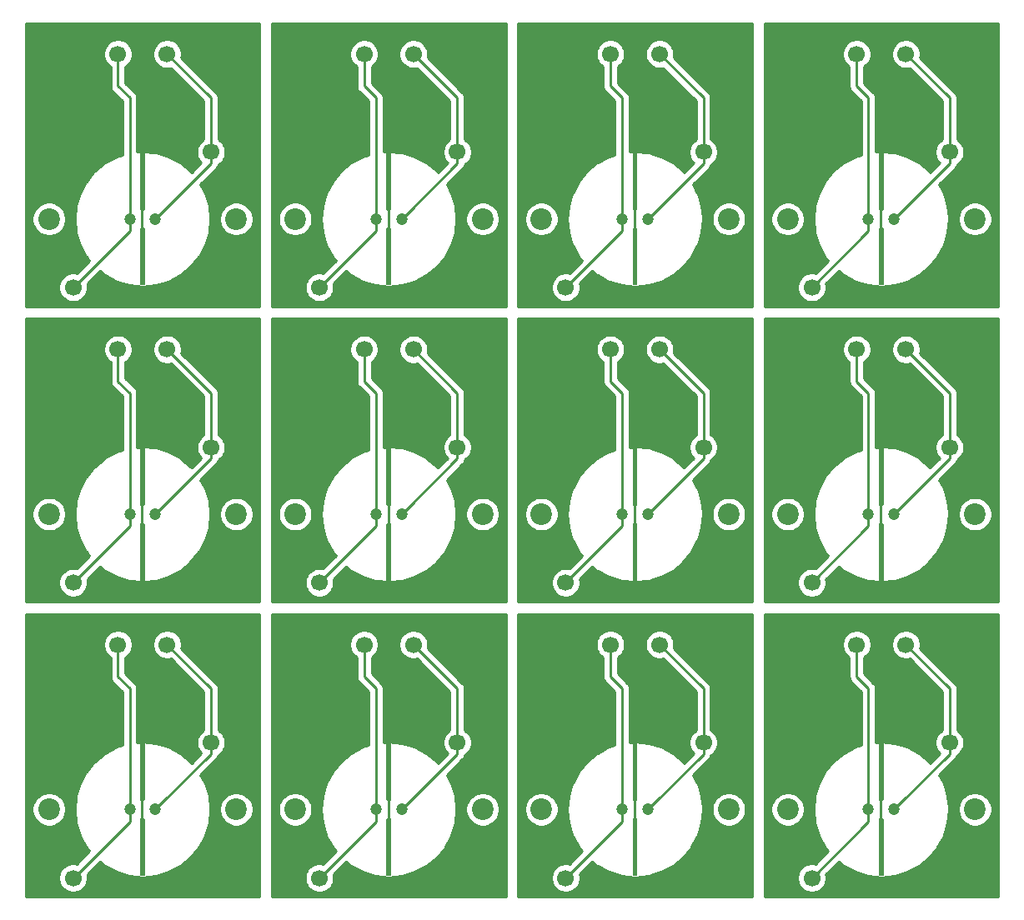
<source format=gbl>
G04 #@! TF.GenerationSoftware,KiCad,Pcbnew,(5.0.0-3-g5ebb6b6)*
G04 #@! TF.CreationDate,2018-09-11T22:07:12+09:00*
G04 #@! TF.ProjectId,panelising_topre_pad,70616E656C6973696E675F746F707265,rev?*
G04 #@! TF.SameCoordinates,Original*
G04 #@! TF.FileFunction,Copper,L2,Bot,Signal*
G04 #@! TF.FilePolarity,Positive*
%FSLAX46Y46*%
G04 Gerber Fmt 4.6, Leading zero omitted, Abs format (unit mm)*
G04 Created by KiCad (PCBNEW (5.0.0-3-g5ebb6b6)) date 2018 September 11, Tuesday 22:07:12*
%MOMM*%
%LPD*%
G01*
G04 APERTURE LIST*
G04 #@! TA.AperFunction,Conductor*
%ADD10C,0.250000*%
G04 #@! TD*
G04 #@! TA.AperFunction,Conductor*
%ADD11C,0.100000*%
G04 #@! TD*
G04 #@! TA.AperFunction,ComponentPad*
%ADD12C,1.200000*%
G04 #@! TD*
G04 #@! TA.AperFunction,ComponentPad*
%ADD13R,1.500000X1.500000*%
G04 #@! TD*
G04 #@! TA.AperFunction,ComponentPad*
%ADD14C,1.700000*%
G04 #@! TD*
G04 #@! TA.AperFunction,ComponentPad*
%ADD15R,1.700000X1.700000*%
G04 #@! TD*
G04 #@! TA.AperFunction,ComponentPad*
%ADD16C,2.200000*%
G04 #@! TD*
G04 #@! TA.AperFunction,ViaPad*
%ADD17C,0.800000*%
G04 #@! TD*
G04 #@! TA.AperFunction,Conductor*
%ADD18C,0.250000*%
G04 #@! TD*
G04 APERTURE END LIST*
D10*
G04 #@! TO.N,GND*
G04 #@! TO.C,SW_EC1*
X65250000Y-85250000D03*
D11*
G36*
X65500000Y-84275000D02*
X65375000Y-84400000D01*
X65375000Y-86100000D01*
X65500000Y-86225000D01*
X65500000Y-91995000D01*
X65000000Y-91995000D01*
X65000000Y-86225000D01*
X65125000Y-86100000D01*
X65125000Y-84400000D01*
X65000000Y-84275000D01*
X65000000Y-78505000D01*
X65500000Y-78505000D01*
X65500000Y-84275000D01*
X65500000Y-84275000D01*
G37*
D12*
G04 #@! TD*
G04 #@! TO.P,SW_EC1,2*
G04 #@! TO.N,Net-(SW_EC1-Pad2)*
X66550000Y-85250000D03*
G04 #@! TO.P,SW_EC1,1*
G04 #@! TO.N,Net-(SW_EC1-Pad1)*
X63950000Y-85250000D03*
G04 #@! TD*
D13*
G04 #@! TO.P,REF\002A\002A,8*
G04 #@! TO.N,GND*
X76026000Y-77754000D03*
G04 #@! TD*
D14*
G04 #@! TO.P,P?,10*
G04 #@! TO.N,Net-(SW_EC1-Pad2)*
X72200000Y-78450000D03*
G04 #@! TD*
G04 #@! TO.P,REF\002A\002A,9*
G04 #@! TO.N,Net-(SW_EC1-Pad1)*
X58200000Y-92200000D03*
G04 #@! TD*
D15*
G04 #@! TO.P,P?,4*
G04 #@! TO.N,GND*
X65276000Y-68504000D03*
G04 #@! TD*
D16*
G04 #@! TO.P,HOLE_M2.6,*
G04 #@! TO.N,*
X74775000Y-85250000D03*
G04 #@! TD*
G04 #@! TO.P,HOLE_M2.6,*
G04 #@! TO.N,*
X55750000Y-85250000D03*
G04 #@! TD*
D14*
G04 #@! TO.P,P?,5*
G04 #@! TO.N,Net-(SW_EC1-Pad1)*
X62750000Y-68500000D03*
G04 #@! TD*
G04 #@! TO.P,P?,6*
G04 #@! TO.N,Net-(SW_EC1-Pad2)*
X67750000Y-68500000D03*
G04 #@! TD*
D10*
G04 #@! TO.N,GND*
G04 #@! TO.C,SW_EC1*
X90250000Y-85250000D03*
D11*
G36*
X90500000Y-84275000D02*
X90375000Y-84400000D01*
X90375000Y-86100000D01*
X90500000Y-86225000D01*
X90500000Y-91995000D01*
X90000000Y-91995000D01*
X90000000Y-86225000D01*
X90125000Y-86100000D01*
X90125000Y-84400000D01*
X90000000Y-84275000D01*
X90000000Y-78505000D01*
X90500000Y-78505000D01*
X90500000Y-84275000D01*
X90500000Y-84275000D01*
G37*
D12*
G04 #@! TD*
G04 #@! TO.P,SW_EC1,2*
G04 #@! TO.N,Net-(SW_EC1-Pad2)*
X91550000Y-85250000D03*
G04 #@! TO.P,SW_EC1,1*
G04 #@! TO.N,Net-(SW_EC1-Pad1)*
X88950000Y-85250000D03*
G04 #@! TD*
D13*
G04 #@! TO.P,REF\002A\002A,8*
G04 #@! TO.N,GND*
X101026000Y-77754000D03*
G04 #@! TD*
D14*
G04 #@! TO.P,P?,10*
G04 #@! TO.N,Net-(SW_EC1-Pad2)*
X97200000Y-78450000D03*
G04 #@! TD*
G04 #@! TO.P,REF\002A\002A,9*
G04 #@! TO.N,Net-(SW_EC1-Pad1)*
X83200000Y-92200000D03*
G04 #@! TD*
D15*
G04 #@! TO.P,P?,4*
G04 #@! TO.N,GND*
X90276000Y-68504000D03*
G04 #@! TD*
D16*
G04 #@! TO.P,HOLE_M2.6,*
G04 #@! TO.N,*
X99775000Y-85250000D03*
G04 #@! TD*
G04 #@! TO.P,HOLE_M2.6,*
G04 #@! TO.N,*
X80750000Y-85250000D03*
G04 #@! TD*
D14*
G04 #@! TO.P,P?,5*
G04 #@! TO.N,Net-(SW_EC1-Pad1)*
X87750000Y-68500000D03*
G04 #@! TD*
G04 #@! TO.P,P?,6*
G04 #@! TO.N,Net-(SW_EC1-Pad2)*
X92750000Y-68500000D03*
G04 #@! TD*
D10*
G04 #@! TO.N,GND*
G04 #@! TO.C,SW_EC1*
X115250000Y-85250000D03*
D11*
G36*
X115500000Y-84275000D02*
X115375000Y-84400000D01*
X115375000Y-86100000D01*
X115500000Y-86225000D01*
X115500000Y-91995000D01*
X115000000Y-91995000D01*
X115000000Y-86225000D01*
X115125000Y-86100000D01*
X115125000Y-84400000D01*
X115000000Y-84275000D01*
X115000000Y-78505000D01*
X115500000Y-78505000D01*
X115500000Y-84275000D01*
X115500000Y-84275000D01*
G37*
D12*
G04 #@! TD*
G04 #@! TO.P,SW_EC1,2*
G04 #@! TO.N,Net-(SW_EC1-Pad2)*
X116550000Y-85250000D03*
G04 #@! TO.P,SW_EC1,1*
G04 #@! TO.N,Net-(SW_EC1-Pad1)*
X113950000Y-85250000D03*
G04 #@! TD*
D13*
G04 #@! TO.P,REF\002A\002A,8*
G04 #@! TO.N,GND*
X126026000Y-77754000D03*
G04 #@! TD*
D14*
G04 #@! TO.P,P?,10*
G04 #@! TO.N,Net-(SW_EC1-Pad2)*
X122200000Y-78450000D03*
G04 #@! TD*
G04 #@! TO.P,REF\002A\002A,9*
G04 #@! TO.N,Net-(SW_EC1-Pad1)*
X108200000Y-92200000D03*
G04 #@! TD*
D15*
G04 #@! TO.P,P?,4*
G04 #@! TO.N,GND*
X115276000Y-68504000D03*
G04 #@! TD*
D16*
G04 #@! TO.P,HOLE_M2.6,*
G04 #@! TO.N,*
X124775000Y-85250000D03*
G04 #@! TD*
G04 #@! TO.P,HOLE_M2.6,*
G04 #@! TO.N,*
X105750000Y-85250000D03*
G04 #@! TD*
D14*
G04 #@! TO.P,P?,5*
G04 #@! TO.N,Net-(SW_EC1-Pad1)*
X112750000Y-68500000D03*
G04 #@! TD*
G04 #@! TO.P,P?,6*
G04 #@! TO.N,Net-(SW_EC1-Pad2)*
X117750000Y-68500000D03*
G04 #@! TD*
D10*
G04 #@! TO.N,GND*
G04 #@! TO.C,SW_EC1*
X65250000Y-115250000D03*
D11*
G36*
X65500000Y-114275000D02*
X65375000Y-114400000D01*
X65375000Y-116100000D01*
X65500000Y-116225000D01*
X65500000Y-121995000D01*
X65000000Y-121995000D01*
X65000000Y-116225000D01*
X65125000Y-116100000D01*
X65125000Y-114400000D01*
X65000000Y-114275000D01*
X65000000Y-108505000D01*
X65500000Y-108505000D01*
X65500000Y-114275000D01*
X65500000Y-114275000D01*
G37*
D12*
G04 #@! TD*
G04 #@! TO.P,SW_EC1,2*
G04 #@! TO.N,Net-(SW_EC1-Pad2)*
X66550000Y-115250000D03*
G04 #@! TO.P,SW_EC1,1*
G04 #@! TO.N,Net-(SW_EC1-Pad1)*
X63950000Y-115250000D03*
G04 #@! TD*
D13*
G04 #@! TO.P,REF\002A\002A,8*
G04 #@! TO.N,GND*
X76026000Y-107754000D03*
G04 #@! TD*
D14*
G04 #@! TO.P,P?,10*
G04 #@! TO.N,Net-(SW_EC1-Pad2)*
X72200000Y-108450000D03*
G04 #@! TD*
G04 #@! TO.P,REF\002A\002A,9*
G04 #@! TO.N,Net-(SW_EC1-Pad1)*
X58200000Y-122200000D03*
G04 #@! TD*
D15*
G04 #@! TO.P,P?,4*
G04 #@! TO.N,GND*
X65276000Y-98504000D03*
G04 #@! TD*
D16*
G04 #@! TO.P,HOLE_M2.6,*
G04 #@! TO.N,*
X74775000Y-115250000D03*
G04 #@! TD*
G04 #@! TO.P,HOLE_M2.6,*
G04 #@! TO.N,*
X55750000Y-115250000D03*
G04 #@! TD*
D14*
G04 #@! TO.P,P?,5*
G04 #@! TO.N,Net-(SW_EC1-Pad1)*
X62750000Y-98500000D03*
G04 #@! TD*
G04 #@! TO.P,P?,6*
G04 #@! TO.N,Net-(SW_EC1-Pad2)*
X67750000Y-98500000D03*
G04 #@! TD*
D10*
G04 #@! TO.N,GND*
G04 #@! TO.C,SW_EC1*
X90250000Y-115250000D03*
D11*
G36*
X90500000Y-114275000D02*
X90375000Y-114400000D01*
X90375000Y-116100000D01*
X90500000Y-116225000D01*
X90500000Y-121995000D01*
X90000000Y-121995000D01*
X90000000Y-116225000D01*
X90125000Y-116100000D01*
X90125000Y-114400000D01*
X90000000Y-114275000D01*
X90000000Y-108505000D01*
X90500000Y-108505000D01*
X90500000Y-114275000D01*
X90500000Y-114275000D01*
G37*
D12*
G04 #@! TD*
G04 #@! TO.P,SW_EC1,2*
G04 #@! TO.N,Net-(SW_EC1-Pad2)*
X91550000Y-115250000D03*
G04 #@! TO.P,SW_EC1,1*
G04 #@! TO.N,Net-(SW_EC1-Pad1)*
X88950000Y-115250000D03*
G04 #@! TD*
D13*
G04 #@! TO.P,REF\002A\002A,8*
G04 #@! TO.N,GND*
X101026000Y-107754000D03*
G04 #@! TD*
D14*
G04 #@! TO.P,P?,10*
G04 #@! TO.N,Net-(SW_EC1-Pad2)*
X97200000Y-108450000D03*
G04 #@! TD*
G04 #@! TO.P,REF\002A\002A,9*
G04 #@! TO.N,Net-(SW_EC1-Pad1)*
X83200000Y-122200000D03*
G04 #@! TD*
D15*
G04 #@! TO.P,P?,4*
G04 #@! TO.N,GND*
X90276000Y-98504000D03*
G04 #@! TD*
D16*
G04 #@! TO.P,HOLE_M2.6,*
G04 #@! TO.N,*
X99775000Y-115250000D03*
G04 #@! TD*
G04 #@! TO.P,HOLE_M2.6,*
G04 #@! TO.N,*
X80750000Y-115250000D03*
G04 #@! TD*
D14*
G04 #@! TO.P,P?,5*
G04 #@! TO.N,Net-(SW_EC1-Pad1)*
X87750000Y-98500000D03*
G04 #@! TD*
G04 #@! TO.P,P?,6*
G04 #@! TO.N,Net-(SW_EC1-Pad2)*
X92750000Y-98500000D03*
G04 #@! TD*
D10*
G04 #@! TO.N,GND*
G04 #@! TO.C,SW_EC1*
X115250000Y-115250000D03*
D11*
G36*
X115500000Y-114275000D02*
X115375000Y-114400000D01*
X115375000Y-116100000D01*
X115500000Y-116225000D01*
X115500000Y-121995000D01*
X115000000Y-121995000D01*
X115000000Y-116225000D01*
X115125000Y-116100000D01*
X115125000Y-114400000D01*
X115000000Y-114275000D01*
X115000000Y-108505000D01*
X115500000Y-108505000D01*
X115500000Y-114275000D01*
X115500000Y-114275000D01*
G37*
D12*
G04 #@! TD*
G04 #@! TO.P,SW_EC1,2*
G04 #@! TO.N,Net-(SW_EC1-Pad2)*
X116550000Y-115250000D03*
G04 #@! TO.P,SW_EC1,1*
G04 #@! TO.N,Net-(SW_EC1-Pad1)*
X113950000Y-115250000D03*
G04 #@! TD*
D13*
G04 #@! TO.P,REF\002A\002A,8*
G04 #@! TO.N,GND*
X126026000Y-107754000D03*
G04 #@! TD*
D14*
G04 #@! TO.P,P?,10*
G04 #@! TO.N,Net-(SW_EC1-Pad2)*
X122200000Y-108450000D03*
G04 #@! TD*
G04 #@! TO.P,REF\002A\002A,9*
G04 #@! TO.N,Net-(SW_EC1-Pad1)*
X108200000Y-122200000D03*
G04 #@! TD*
D15*
G04 #@! TO.P,P?,4*
G04 #@! TO.N,GND*
X115276000Y-98504000D03*
G04 #@! TD*
D16*
G04 #@! TO.P,HOLE_M2.6,*
G04 #@! TO.N,*
X124775000Y-115250000D03*
G04 #@! TD*
G04 #@! TO.P,HOLE_M2.6,*
G04 #@! TO.N,*
X105750000Y-115250000D03*
G04 #@! TD*
D14*
G04 #@! TO.P,P?,5*
G04 #@! TO.N,Net-(SW_EC1-Pad1)*
X112750000Y-98500000D03*
G04 #@! TD*
G04 #@! TO.P,P?,6*
G04 #@! TO.N,Net-(SW_EC1-Pad2)*
X117750000Y-98500000D03*
G04 #@! TD*
D10*
G04 #@! TO.N,GND*
G04 #@! TO.C,SW_EC1*
X140250000Y-85250000D03*
D11*
G36*
X140500000Y-84275000D02*
X140375000Y-84400000D01*
X140375000Y-86100000D01*
X140500000Y-86225000D01*
X140500000Y-91995000D01*
X140000000Y-91995000D01*
X140000000Y-86225000D01*
X140125000Y-86100000D01*
X140125000Y-84400000D01*
X140000000Y-84275000D01*
X140000000Y-78505000D01*
X140500000Y-78505000D01*
X140500000Y-84275000D01*
X140500000Y-84275000D01*
G37*
D12*
G04 #@! TD*
G04 #@! TO.P,SW_EC1,2*
G04 #@! TO.N,Net-(SW_EC1-Pad2)*
X141550000Y-85250000D03*
G04 #@! TO.P,SW_EC1,1*
G04 #@! TO.N,Net-(SW_EC1-Pad1)*
X138950000Y-85250000D03*
G04 #@! TD*
D13*
G04 #@! TO.P,REF\002A\002A,8*
G04 #@! TO.N,GND*
X151026000Y-77754000D03*
G04 #@! TD*
D14*
G04 #@! TO.P,P?,10*
G04 #@! TO.N,Net-(SW_EC1-Pad2)*
X147200000Y-78450000D03*
G04 #@! TD*
G04 #@! TO.P,REF\002A\002A,9*
G04 #@! TO.N,Net-(SW_EC1-Pad1)*
X133200000Y-92200000D03*
G04 #@! TD*
D15*
G04 #@! TO.P,P?,4*
G04 #@! TO.N,GND*
X140276000Y-68504000D03*
G04 #@! TD*
D16*
G04 #@! TO.P,HOLE_M2.6,*
G04 #@! TO.N,*
X149775000Y-85250000D03*
G04 #@! TD*
G04 #@! TO.P,HOLE_M2.6,*
G04 #@! TO.N,*
X130750000Y-85250000D03*
G04 #@! TD*
D14*
G04 #@! TO.P,P?,5*
G04 #@! TO.N,Net-(SW_EC1-Pad1)*
X137750000Y-68500000D03*
G04 #@! TD*
G04 #@! TO.P,P?,6*
G04 #@! TO.N,Net-(SW_EC1-Pad2)*
X142750000Y-68500000D03*
G04 #@! TD*
D10*
G04 #@! TO.N,GND*
G04 #@! TO.C,SW_EC1*
X140250000Y-115250000D03*
D11*
G36*
X140500000Y-114275000D02*
X140375000Y-114400000D01*
X140375000Y-116100000D01*
X140500000Y-116225000D01*
X140500000Y-121995000D01*
X140000000Y-121995000D01*
X140000000Y-116225000D01*
X140125000Y-116100000D01*
X140125000Y-114400000D01*
X140000000Y-114275000D01*
X140000000Y-108505000D01*
X140500000Y-108505000D01*
X140500000Y-114275000D01*
X140500000Y-114275000D01*
G37*
D12*
G04 #@! TD*
G04 #@! TO.P,SW_EC1,2*
G04 #@! TO.N,Net-(SW_EC1-Pad2)*
X141550000Y-115250000D03*
G04 #@! TO.P,SW_EC1,1*
G04 #@! TO.N,Net-(SW_EC1-Pad1)*
X138950000Y-115250000D03*
G04 #@! TD*
D13*
G04 #@! TO.P,REF\002A\002A,8*
G04 #@! TO.N,GND*
X151026000Y-107754000D03*
G04 #@! TD*
D14*
G04 #@! TO.P,P?,10*
G04 #@! TO.N,Net-(SW_EC1-Pad2)*
X147200000Y-108450000D03*
G04 #@! TD*
G04 #@! TO.P,REF\002A\002A,9*
G04 #@! TO.N,Net-(SW_EC1-Pad1)*
X133200000Y-122200000D03*
G04 #@! TD*
D15*
G04 #@! TO.P,P?,4*
G04 #@! TO.N,GND*
X140276000Y-98504000D03*
G04 #@! TD*
D16*
G04 #@! TO.P,HOLE_M2.6,*
G04 #@! TO.N,*
X149775000Y-115250000D03*
G04 #@! TD*
G04 #@! TO.P,HOLE_M2.6,*
G04 #@! TO.N,*
X130750000Y-115250000D03*
G04 #@! TD*
D14*
G04 #@! TO.P,P?,5*
G04 #@! TO.N,Net-(SW_EC1-Pad1)*
X137750000Y-98500000D03*
G04 #@! TD*
G04 #@! TO.P,P?,6*
G04 #@! TO.N,Net-(SW_EC1-Pad2)*
X142750000Y-98500000D03*
G04 #@! TD*
D10*
G04 #@! TO.N,GND*
G04 #@! TO.C,SW_EC1*
X65250000Y-145250000D03*
D11*
G36*
X65500000Y-144275000D02*
X65375000Y-144400000D01*
X65375000Y-146100000D01*
X65500000Y-146225000D01*
X65500000Y-151995000D01*
X65000000Y-151995000D01*
X65000000Y-146225000D01*
X65125000Y-146100000D01*
X65125000Y-144400000D01*
X65000000Y-144275000D01*
X65000000Y-138505000D01*
X65500000Y-138505000D01*
X65500000Y-144275000D01*
X65500000Y-144275000D01*
G37*
D12*
G04 #@! TD*
G04 #@! TO.P,SW_EC1,2*
G04 #@! TO.N,Net-(SW_EC1-Pad2)*
X66550000Y-145250000D03*
G04 #@! TO.P,SW_EC1,1*
G04 #@! TO.N,Net-(SW_EC1-Pad1)*
X63950000Y-145250000D03*
G04 #@! TD*
D13*
G04 #@! TO.P,REF\002A\002A,8*
G04 #@! TO.N,GND*
X76026000Y-137754000D03*
G04 #@! TD*
D14*
G04 #@! TO.P,P?,10*
G04 #@! TO.N,Net-(SW_EC1-Pad2)*
X72200000Y-138450000D03*
G04 #@! TD*
G04 #@! TO.P,REF\002A\002A,9*
G04 #@! TO.N,Net-(SW_EC1-Pad1)*
X58200000Y-152200000D03*
G04 #@! TD*
D15*
G04 #@! TO.P,P?,4*
G04 #@! TO.N,GND*
X65276000Y-128504000D03*
G04 #@! TD*
D16*
G04 #@! TO.P,HOLE_M2.6,*
G04 #@! TO.N,*
X74775000Y-145250000D03*
G04 #@! TD*
G04 #@! TO.P,HOLE_M2.6,*
G04 #@! TO.N,*
X55750000Y-145250000D03*
G04 #@! TD*
D14*
G04 #@! TO.P,P?,5*
G04 #@! TO.N,Net-(SW_EC1-Pad1)*
X62750000Y-128500000D03*
G04 #@! TD*
G04 #@! TO.P,P?,6*
G04 #@! TO.N,Net-(SW_EC1-Pad2)*
X67750000Y-128500000D03*
G04 #@! TD*
D10*
G04 #@! TO.N,GND*
G04 #@! TO.C,SW_EC1*
X90250000Y-145250000D03*
D11*
G36*
X90500000Y-144275000D02*
X90375000Y-144400000D01*
X90375000Y-146100000D01*
X90500000Y-146225000D01*
X90500000Y-151995000D01*
X90000000Y-151995000D01*
X90000000Y-146225000D01*
X90125000Y-146100000D01*
X90125000Y-144400000D01*
X90000000Y-144275000D01*
X90000000Y-138505000D01*
X90500000Y-138505000D01*
X90500000Y-144275000D01*
X90500000Y-144275000D01*
G37*
D12*
G04 #@! TD*
G04 #@! TO.P,SW_EC1,2*
G04 #@! TO.N,Net-(SW_EC1-Pad2)*
X91550000Y-145250000D03*
G04 #@! TO.P,SW_EC1,1*
G04 #@! TO.N,Net-(SW_EC1-Pad1)*
X88950000Y-145250000D03*
G04 #@! TD*
D13*
G04 #@! TO.P,REF\002A\002A,8*
G04 #@! TO.N,GND*
X101026000Y-137754000D03*
G04 #@! TD*
D14*
G04 #@! TO.P,P?,10*
G04 #@! TO.N,Net-(SW_EC1-Pad2)*
X97200000Y-138450000D03*
G04 #@! TD*
G04 #@! TO.P,REF\002A\002A,9*
G04 #@! TO.N,Net-(SW_EC1-Pad1)*
X83200000Y-152200000D03*
G04 #@! TD*
D15*
G04 #@! TO.P,P?,4*
G04 #@! TO.N,GND*
X90276000Y-128504000D03*
G04 #@! TD*
D16*
G04 #@! TO.P,HOLE_M2.6,*
G04 #@! TO.N,*
X99775000Y-145250000D03*
G04 #@! TD*
G04 #@! TO.P,HOLE_M2.6,*
G04 #@! TO.N,*
X80750000Y-145250000D03*
G04 #@! TD*
D14*
G04 #@! TO.P,P?,5*
G04 #@! TO.N,Net-(SW_EC1-Pad1)*
X87750000Y-128500000D03*
G04 #@! TD*
G04 #@! TO.P,P?,6*
G04 #@! TO.N,Net-(SW_EC1-Pad2)*
X92750000Y-128500000D03*
G04 #@! TD*
D10*
G04 #@! TO.N,GND*
G04 #@! TO.C,SW_EC1*
X115250000Y-145250000D03*
D11*
G36*
X115500000Y-144275000D02*
X115375000Y-144400000D01*
X115375000Y-146100000D01*
X115500000Y-146225000D01*
X115500000Y-151995000D01*
X115000000Y-151995000D01*
X115000000Y-146225000D01*
X115125000Y-146100000D01*
X115125000Y-144400000D01*
X115000000Y-144275000D01*
X115000000Y-138505000D01*
X115500000Y-138505000D01*
X115500000Y-144275000D01*
X115500000Y-144275000D01*
G37*
D12*
G04 #@! TD*
G04 #@! TO.P,SW_EC1,2*
G04 #@! TO.N,Net-(SW_EC1-Pad2)*
X116550000Y-145250000D03*
G04 #@! TO.P,SW_EC1,1*
G04 #@! TO.N,Net-(SW_EC1-Pad1)*
X113950000Y-145250000D03*
G04 #@! TD*
D13*
G04 #@! TO.P,REF\002A\002A,8*
G04 #@! TO.N,GND*
X126026000Y-137754000D03*
G04 #@! TD*
D14*
G04 #@! TO.P,P?,10*
G04 #@! TO.N,Net-(SW_EC1-Pad2)*
X122200000Y-138450000D03*
G04 #@! TD*
G04 #@! TO.P,REF\002A\002A,9*
G04 #@! TO.N,Net-(SW_EC1-Pad1)*
X108200000Y-152200000D03*
G04 #@! TD*
D15*
G04 #@! TO.P,P?,4*
G04 #@! TO.N,GND*
X115276000Y-128504000D03*
G04 #@! TD*
D16*
G04 #@! TO.P,HOLE_M2.6,*
G04 #@! TO.N,*
X124775000Y-145250000D03*
G04 #@! TD*
G04 #@! TO.P,HOLE_M2.6,*
G04 #@! TO.N,*
X105750000Y-145250000D03*
G04 #@! TD*
D14*
G04 #@! TO.P,P?,5*
G04 #@! TO.N,Net-(SW_EC1-Pad1)*
X112750000Y-128500000D03*
G04 #@! TD*
G04 #@! TO.P,P?,6*
G04 #@! TO.N,Net-(SW_EC1-Pad2)*
X117750000Y-128500000D03*
G04 #@! TD*
D10*
G04 #@! TO.N,GND*
G04 #@! TO.C,SW_EC1*
X140250000Y-145250000D03*
D11*
G36*
X140500000Y-144275000D02*
X140375000Y-144400000D01*
X140375000Y-146100000D01*
X140500000Y-146225000D01*
X140500000Y-151995000D01*
X140000000Y-151995000D01*
X140000000Y-146225000D01*
X140125000Y-146100000D01*
X140125000Y-144400000D01*
X140000000Y-144275000D01*
X140000000Y-138505000D01*
X140500000Y-138505000D01*
X140500000Y-144275000D01*
X140500000Y-144275000D01*
G37*
D12*
G04 #@! TD*
G04 #@! TO.P,SW_EC1,2*
G04 #@! TO.N,Net-(SW_EC1-Pad2)*
X141550000Y-145250000D03*
G04 #@! TO.P,SW_EC1,1*
G04 #@! TO.N,Net-(SW_EC1-Pad1)*
X138950000Y-145250000D03*
G04 #@! TD*
D13*
G04 #@! TO.P,REF\002A\002A,8*
G04 #@! TO.N,GND*
X151026000Y-137754000D03*
G04 #@! TD*
D14*
G04 #@! TO.P,P?,10*
G04 #@! TO.N,Net-(SW_EC1-Pad2)*
X147200000Y-138450000D03*
G04 #@! TD*
G04 #@! TO.P,REF\002A\002A,9*
G04 #@! TO.N,Net-(SW_EC1-Pad1)*
X133200000Y-152200000D03*
G04 #@! TD*
D15*
G04 #@! TO.P,P?,4*
G04 #@! TO.N,GND*
X140276000Y-128504000D03*
G04 #@! TD*
D16*
G04 #@! TO.P,HOLE_M2.6,*
G04 #@! TO.N,*
X149775000Y-145250000D03*
G04 #@! TD*
G04 #@! TO.P,HOLE_M2.6,*
G04 #@! TO.N,*
X130750000Y-145250000D03*
G04 #@! TD*
D14*
G04 #@! TO.P,P?,5*
G04 #@! TO.N,Net-(SW_EC1-Pad1)*
X137750000Y-128500000D03*
G04 #@! TD*
G04 #@! TO.P,P?,6*
G04 #@! TO.N,Net-(SW_EC1-Pad2)*
X142750000Y-128500000D03*
G04 #@! TD*
D17*
G04 #@! TO.N,GND*
X54526000Y-68504000D03*
X62250000Y-93000000D03*
X54526000Y-73004000D03*
X69000000Y-93000000D03*
X75776000Y-91500000D03*
X54500000Y-89000000D03*
X54526000Y-82004000D03*
X76026000Y-73004000D03*
X76026000Y-68254000D03*
X71500000Y-68250000D03*
X59000000Y-68500000D03*
X59000000Y-73004000D03*
X68276000Y-73004000D03*
X73000000Y-89000000D03*
X54500000Y-77500000D03*
X57750000Y-80500000D03*
X61000000Y-77500000D03*
X68750000Y-77500000D03*
X68750000Y-77500000D03*
X68750000Y-77500000D03*
X73000000Y-82500000D03*
X79526000Y-68504000D03*
X87250000Y-93000000D03*
X79526000Y-73004000D03*
X94000000Y-93000000D03*
X100776000Y-91500000D03*
X79500000Y-89000000D03*
X79526000Y-82004000D03*
X101026000Y-73004000D03*
X101026000Y-68254000D03*
X96500000Y-68250000D03*
X84000000Y-68500000D03*
X84000000Y-73004000D03*
X93276000Y-73004000D03*
X98000000Y-89000000D03*
X79500000Y-77500000D03*
X82750000Y-80500000D03*
X86000000Y-77500000D03*
X93750000Y-77500000D03*
X93750000Y-77500000D03*
X93750000Y-77500000D03*
X98000000Y-82500000D03*
X104526000Y-68504000D03*
X112250000Y-93000000D03*
X104526000Y-73004000D03*
X119000000Y-93000000D03*
X125776000Y-91500000D03*
X104500000Y-89000000D03*
X104526000Y-82004000D03*
X126026000Y-73004000D03*
X126026000Y-68254000D03*
X121500000Y-68250000D03*
X109000000Y-68500000D03*
X109000000Y-73004000D03*
X118276000Y-73004000D03*
X123000000Y-89000000D03*
X104500000Y-77500000D03*
X107750000Y-80500000D03*
X111000000Y-77500000D03*
X118750000Y-77500000D03*
X118750000Y-77500000D03*
X118750000Y-77500000D03*
X123000000Y-82500000D03*
X54526000Y-98504000D03*
X62250000Y-123000000D03*
X54526000Y-103004000D03*
X69000000Y-123000000D03*
X75776000Y-121500000D03*
X54500000Y-119000000D03*
X54526000Y-112004000D03*
X76026000Y-103004000D03*
X76026000Y-98254000D03*
X71500000Y-98250000D03*
X59000000Y-98500000D03*
X59000000Y-103004000D03*
X68276000Y-103004000D03*
X73000000Y-119000000D03*
X54500000Y-107500000D03*
X57750000Y-110500000D03*
X61000000Y-107500000D03*
X68750000Y-107500000D03*
X68750000Y-107500000D03*
X68750000Y-107500000D03*
X73000000Y-112500000D03*
X79526000Y-98504000D03*
X87250000Y-123000000D03*
X79526000Y-103004000D03*
X94000000Y-123000000D03*
X100776000Y-121500000D03*
X79500000Y-119000000D03*
X79526000Y-112004000D03*
X101026000Y-103004000D03*
X101026000Y-98254000D03*
X96500000Y-98250000D03*
X84000000Y-98500000D03*
X84000000Y-103004000D03*
X93276000Y-103004000D03*
X98000000Y-119000000D03*
X79500000Y-107500000D03*
X82750000Y-110500000D03*
X86000000Y-107500000D03*
X93750000Y-107500000D03*
X93750000Y-107500000D03*
X93750000Y-107500000D03*
X98000000Y-112500000D03*
X104526000Y-98504000D03*
X112250000Y-123000000D03*
X104526000Y-103004000D03*
X119000000Y-123000000D03*
X125776000Y-121500000D03*
X104500000Y-119000000D03*
X104526000Y-112004000D03*
X126026000Y-103004000D03*
X126026000Y-98254000D03*
X121500000Y-98250000D03*
X109000000Y-98500000D03*
X109000000Y-103004000D03*
X118276000Y-103004000D03*
X123000000Y-119000000D03*
X104500000Y-107500000D03*
X107750000Y-110500000D03*
X111000000Y-107500000D03*
X118750000Y-107500000D03*
X118750000Y-107500000D03*
X118750000Y-107500000D03*
X123000000Y-112500000D03*
X129526000Y-68504000D03*
X137250000Y-93000000D03*
X129526000Y-73004000D03*
X144000000Y-93000000D03*
X150776000Y-91500000D03*
X129500000Y-89000000D03*
X129526000Y-82004000D03*
X151026000Y-73004000D03*
X151026000Y-68254000D03*
X146500000Y-68250000D03*
X134000000Y-68500000D03*
X134000000Y-73004000D03*
X143276000Y-73004000D03*
X148000000Y-89000000D03*
X129500000Y-77500000D03*
X132750000Y-80500000D03*
X136000000Y-77500000D03*
X143750000Y-77500000D03*
X143750000Y-77500000D03*
X143750000Y-77500000D03*
X148000000Y-82500000D03*
X129526000Y-98504000D03*
X137250000Y-123000000D03*
X129526000Y-103004000D03*
X144000000Y-123000000D03*
X150776000Y-121500000D03*
X129500000Y-119000000D03*
X129526000Y-112004000D03*
X151026000Y-103004000D03*
X151026000Y-98254000D03*
X146500000Y-98250000D03*
X134000000Y-98500000D03*
X134000000Y-103004000D03*
X143276000Y-103004000D03*
X148000000Y-119000000D03*
X129500000Y-107500000D03*
X132750000Y-110500000D03*
X136000000Y-107500000D03*
X143750000Y-107500000D03*
X143750000Y-107500000D03*
X143750000Y-107500000D03*
X148000000Y-112500000D03*
X54526000Y-128504000D03*
X62250000Y-153000000D03*
X54526000Y-133004000D03*
X69000000Y-153000000D03*
X75776000Y-151500000D03*
X54500000Y-149000000D03*
X54526000Y-142004000D03*
X76026000Y-133004000D03*
X76026000Y-128254000D03*
X71500000Y-128250000D03*
X59000000Y-128500000D03*
X59000000Y-133004000D03*
X68276000Y-133004000D03*
X73000000Y-149000000D03*
X54500000Y-137500000D03*
X57750000Y-140500000D03*
X61000000Y-137500000D03*
X68750000Y-137500000D03*
X68750000Y-137500000D03*
X68750000Y-137500000D03*
X73000000Y-142500000D03*
X79526000Y-128504000D03*
X87250000Y-153000000D03*
X79526000Y-133004000D03*
X94000000Y-153000000D03*
X100776000Y-151500000D03*
X79500000Y-149000000D03*
X79526000Y-142004000D03*
X101026000Y-133004000D03*
X101026000Y-128254000D03*
X96500000Y-128250000D03*
X84000000Y-128500000D03*
X84000000Y-133004000D03*
X93276000Y-133004000D03*
X98000000Y-149000000D03*
X79500000Y-137500000D03*
X82750000Y-140500000D03*
X86000000Y-137500000D03*
X93750000Y-137500000D03*
X93750000Y-137500000D03*
X93750000Y-137500000D03*
X98000000Y-142500000D03*
X104526000Y-128504000D03*
X112250000Y-153000000D03*
X104526000Y-133004000D03*
X119000000Y-153000000D03*
X125776000Y-151500000D03*
X104500000Y-149000000D03*
X104526000Y-142004000D03*
X126026000Y-133004000D03*
X126026000Y-128254000D03*
X121500000Y-128250000D03*
X109000000Y-128500000D03*
X109000000Y-133004000D03*
X118276000Y-133004000D03*
X123000000Y-149000000D03*
X104500000Y-137500000D03*
X107750000Y-140500000D03*
X111000000Y-137500000D03*
X118750000Y-137500000D03*
X118750000Y-137500000D03*
X118750000Y-137500000D03*
X123000000Y-142500000D03*
X129526000Y-128504000D03*
X137250000Y-153000000D03*
X129526000Y-133004000D03*
X144000000Y-153000000D03*
X150776000Y-151500000D03*
X129500000Y-149000000D03*
X129526000Y-142004000D03*
X151026000Y-133004000D03*
X151026000Y-128254000D03*
X146500000Y-128250000D03*
X134000000Y-128500000D03*
X134000000Y-133004000D03*
X143276000Y-133004000D03*
X148000000Y-149000000D03*
X129500000Y-137500000D03*
X132750000Y-140500000D03*
X136000000Y-137500000D03*
X143750000Y-137500000D03*
X143750000Y-137500000D03*
X143750000Y-137500000D03*
X148000000Y-142500000D03*
G04 #@! TD*
D18*
G04 #@! TO.N,GND*
X65276000Y-68504000D02*
X65276000Y-78754000D01*
X90276000Y-68504000D02*
X90276000Y-78754000D01*
X115276000Y-68504000D02*
X115276000Y-78754000D01*
X65276000Y-98504000D02*
X65276000Y-108754000D01*
X90276000Y-98504000D02*
X90276000Y-108754000D01*
X115276000Y-98504000D02*
X115276000Y-108754000D01*
X140276000Y-68504000D02*
X140276000Y-78754000D01*
X140276000Y-98504000D02*
X140276000Y-108754000D01*
X65276000Y-128504000D02*
X65276000Y-138754000D01*
X90276000Y-128504000D02*
X90276000Y-138754000D01*
X115276000Y-128504000D02*
X115276000Y-138754000D01*
X140276000Y-128504000D02*
X140276000Y-138754000D01*
G04 #@! TO.N,Net-(SW_EC1-Pad2)*
X67149999Y-84650001D02*
X67149999Y-84630001D01*
X66550000Y-85250000D02*
X67149999Y-84650001D01*
X67149999Y-84650001D02*
X72200000Y-79600000D01*
X72200000Y-79600000D02*
X72200000Y-78500000D01*
X72200000Y-78450000D02*
X72200000Y-72950000D01*
X72200000Y-72950000D02*
X67750000Y-68500000D01*
X92149999Y-84650001D02*
X92149999Y-84630001D01*
X91550000Y-85250000D02*
X92149999Y-84650001D01*
X92149999Y-84650001D02*
X97200000Y-79600000D01*
X97200000Y-79600000D02*
X97200000Y-78500000D01*
X97200000Y-78450000D02*
X97200000Y-72950000D01*
X97200000Y-72950000D02*
X92750000Y-68500000D01*
X117149999Y-84650001D02*
X117149999Y-84630001D01*
X116550000Y-85250000D02*
X117149999Y-84650001D01*
X117149999Y-84650001D02*
X122200000Y-79600000D01*
X122200000Y-79600000D02*
X122200000Y-78500000D01*
X122200000Y-78450000D02*
X122200000Y-72950000D01*
X122200000Y-72950000D02*
X117750000Y-68500000D01*
X67149999Y-114650001D02*
X67149999Y-114630001D01*
X66550000Y-115250000D02*
X67149999Y-114650001D01*
X67149999Y-114650001D02*
X72200000Y-109600000D01*
X72200000Y-109600000D02*
X72200000Y-108500000D01*
X72200000Y-108450000D02*
X72200000Y-102950000D01*
X72200000Y-102950000D02*
X67750000Y-98500000D01*
X92149999Y-114650001D02*
X92149999Y-114630001D01*
X91550000Y-115250000D02*
X92149999Y-114650001D01*
X92149999Y-114650001D02*
X97200000Y-109600000D01*
X97200000Y-109600000D02*
X97200000Y-108500000D01*
X97200000Y-108450000D02*
X97200000Y-102950000D01*
X97200000Y-102950000D02*
X92750000Y-98500000D01*
X117149999Y-114650001D02*
X117149999Y-114630001D01*
X116550000Y-115250000D02*
X117149999Y-114650001D01*
X117149999Y-114650001D02*
X122200000Y-109600000D01*
X122200000Y-109600000D02*
X122200000Y-108500000D01*
X122200000Y-108450000D02*
X122200000Y-102950000D01*
X122200000Y-102950000D02*
X117750000Y-98500000D01*
X142149999Y-84650001D02*
X142149999Y-84630001D01*
X141550000Y-85250000D02*
X142149999Y-84650001D01*
X142149999Y-84650001D02*
X147200000Y-79600000D01*
X147200000Y-79600000D02*
X147200000Y-78500000D01*
X147200000Y-78450000D02*
X147200000Y-72950000D01*
X147200000Y-72950000D02*
X142750000Y-68500000D01*
X142149999Y-114650001D02*
X142149999Y-114630001D01*
X141550000Y-115250000D02*
X142149999Y-114650001D01*
X142149999Y-114650001D02*
X147200000Y-109600000D01*
X147200000Y-109600000D02*
X147200000Y-108500000D01*
X147200000Y-108450000D02*
X147200000Y-102950000D01*
X147200000Y-102950000D02*
X142750000Y-98500000D01*
X67149999Y-144650001D02*
X67149999Y-144630001D01*
X66550000Y-145250000D02*
X67149999Y-144650001D01*
X67149999Y-144650001D02*
X72200000Y-139600000D01*
X72200000Y-139600000D02*
X72200000Y-138500000D01*
X72200000Y-138450000D02*
X72200000Y-132950000D01*
X72200000Y-132950000D02*
X67750000Y-128500000D01*
X92149999Y-144650001D02*
X92149999Y-144630001D01*
X91550000Y-145250000D02*
X92149999Y-144650001D01*
X92149999Y-144650001D02*
X97200000Y-139600000D01*
X97200000Y-139600000D02*
X97200000Y-138500000D01*
X97200000Y-138450000D02*
X97200000Y-132950000D01*
X97200000Y-132950000D02*
X92750000Y-128500000D01*
X117149999Y-144650001D02*
X117149999Y-144630001D01*
X116550000Y-145250000D02*
X117149999Y-144650001D01*
X117149999Y-144650001D02*
X122200000Y-139600000D01*
X122200000Y-139600000D02*
X122200000Y-138500000D01*
X122200000Y-138450000D02*
X122200000Y-132950000D01*
X122200000Y-132950000D02*
X117750000Y-128500000D01*
X142149999Y-144650001D02*
X142149999Y-144630001D01*
X141550000Y-145250000D02*
X142149999Y-144650001D01*
X142149999Y-144650001D02*
X147200000Y-139600000D01*
X147200000Y-139600000D02*
X147200000Y-138500000D01*
X147200000Y-138450000D02*
X147200000Y-132950000D01*
X147200000Y-132950000D02*
X142750000Y-128500000D01*
G04 #@! TO.N,Net-(SW_EC1-Pad1)*
X63950000Y-85250000D02*
X63950000Y-73178000D01*
X63950000Y-85250000D02*
X63950000Y-86450000D01*
X63950000Y-86450000D02*
X58200000Y-92200000D01*
X63950000Y-73178000D02*
X63950000Y-72950000D01*
X63950000Y-72950000D02*
X62750000Y-71750000D01*
X62750000Y-71750000D02*
X62750000Y-68750000D01*
X88950000Y-85250000D02*
X88950000Y-73178000D01*
X88950000Y-85250000D02*
X88950000Y-86450000D01*
X88950000Y-86450000D02*
X83200000Y-92200000D01*
X88950000Y-73178000D02*
X88950000Y-72950000D01*
X88950000Y-72950000D02*
X87750000Y-71750000D01*
X87750000Y-71750000D02*
X87750000Y-68750000D01*
X113950000Y-85250000D02*
X113950000Y-73178000D01*
X113950000Y-85250000D02*
X113950000Y-86450000D01*
X113950000Y-86450000D02*
X108200000Y-92200000D01*
X113950000Y-73178000D02*
X113950000Y-72950000D01*
X113950000Y-72950000D02*
X112750000Y-71750000D01*
X112750000Y-71750000D02*
X112750000Y-68750000D01*
X63950000Y-115250000D02*
X63950000Y-103178000D01*
X63950000Y-115250000D02*
X63950000Y-116450000D01*
X63950000Y-116450000D02*
X58200000Y-122200000D01*
X63950000Y-103178000D02*
X63950000Y-102950000D01*
X63950000Y-102950000D02*
X62750000Y-101750000D01*
X62750000Y-101750000D02*
X62750000Y-98750000D01*
X88950000Y-115250000D02*
X88950000Y-103178000D01*
X88950000Y-115250000D02*
X88950000Y-116450000D01*
X88950000Y-116450000D02*
X83200000Y-122200000D01*
X88950000Y-103178000D02*
X88950000Y-102950000D01*
X88950000Y-102950000D02*
X87750000Y-101750000D01*
X87750000Y-101750000D02*
X87750000Y-98750000D01*
X113950000Y-115250000D02*
X113950000Y-103178000D01*
X113950000Y-115250000D02*
X113950000Y-116450000D01*
X113950000Y-116450000D02*
X108200000Y-122200000D01*
X113950000Y-103178000D02*
X113950000Y-102950000D01*
X113950000Y-102950000D02*
X112750000Y-101750000D01*
X112750000Y-101750000D02*
X112750000Y-98750000D01*
X138950000Y-85250000D02*
X138950000Y-73178000D01*
X138950000Y-85250000D02*
X138950000Y-86450000D01*
X138950000Y-86450000D02*
X133200000Y-92200000D01*
X138950000Y-73178000D02*
X138950000Y-72950000D01*
X138950000Y-72950000D02*
X137750000Y-71750000D01*
X137750000Y-71750000D02*
X137750000Y-68750000D01*
X138950000Y-115250000D02*
X138950000Y-103178000D01*
X138950000Y-115250000D02*
X138950000Y-116450000D01*
X138950000Y-116450000D02*
X133200000Y-122200000D01*
X138950000Y-103178000D02*
X138950000Y-102950000D01*
X138950000Y-102950000D02*
X137750000Y-101750000D01*
X137750000Y-101750000D02*
X137750000Y-98750000D01*
X63950000Y-145250000D02*
X63950000Y-133178000D01*
X63950000Y-145250000D02*
X63950000Y-146450000D01*
X63950000Y-146450000D02*
X58200000Y-152200000D01*
X63950000Y-133178000D02*
X63950000Y-132950000D01*
X63950000Y-132950000D02*
X62750000Y-131750000D01*
X62750000Y-131750000D02*
X62750000Y-128750000D01*
X88950000Y-145250000D02*
X88950000Y-133178000D01*
X88950000Y-145250000D02*
X88950000Y-146450000D01*
X88950000Y-146450000D02*
X83200000Y-152200000D01*
X88950000Y-133178000D02*
X88950000Y-132950000D01*
X88950000Y-132950000D02*
X87750000Y-131750000D01*
X87750000Y-131750000D02*
X87750000Y-128750000D01*
X113950000Y-145250000D02*
X113950000Y-133178000D01*
X113950000Y-145250000D02*
X113950000Y-146450000D01*
X113950000Y-146450000D02*
X108200000Y-152200000D01*
X113950000Y-133178000D02*
X113950000Y-132950000D01*
X113950000Y-132950000D02*
X112750000Y-131750000D01*
X112750000Y-131750000D02*
X112750000Y-128750000D01*
X138950000Y-145250000D02*
X138950000Y-133178000D01*
X138950000Y-145250000D02*
X138950000Y-146450000D01*
X138950000Y-146450000D02*
X133200000Y-152200000D01*
X138950000Y-133178000D02*
X138950000Y-132950000D01*
X138950000Y-132950000D02*
X137750000Y-131750000D01*
X137750000Y-131750000D02*
X137750000Y-128750000D01*
G04 #@! TD*
G04 #@! TO.N,GND*
G36*
X77125000Y-94125000D02*
X53375000Y-94125000D01*
X53375000Y-92054725D01*
X56725000Y-92054725D01*
X56725000Y-92345275D01*
X56781683Y-92630242D01*
X56892872Y-92898675D01*
X57054293Y-93140258D01*
X57259742Y-93345707D01*
X57501325Y-93507128D01*
X57769758Y-93618317D01*
X58054725Y-93675000D01*
X58345275Y-93675000D01*
X58630242Y-93618317D01*
X58898675Y-93507128D01*
X59140258Y-93345707D01*
X59345707Y-93140258D01*
X59507128Y-92898675D01*
X59618317Y-92630242D01*
X59675000Y-92345275D01*
X59675000Y-92054725D01*
X59630359Y-91830300D01*
X60915852Y-90544808D01*
X61420601Y-90959045D01*
X61440975Y-90972659D01*
X62607961Y-91596426D01*
X62630600Y-91605804D01*
X63896854Y-91989918D01*
X63920888Y-91994698D01*
X65237748Y-92124398D01*
X65262252Y-92124398D01*
X66579111Y-91994698D01*
X66603145Y-91989918D01*
X67869399Y-91605804D01*
X67892038Y-91596426D01*
X69059024Y-90972659D01*
X69079398Y-90959045D01*
X70102269Y-90119596D01*
X70119596Y-90102269D01*
X70959045Y-89079398D01*
X70972659Y-89059024D01*
X71596426Y-87892038D01*
X71605804Y-87869399D01*
X71989918Y-86603145D01*
X71994698Y-86579111D01*
X72124398Y-85262252D01*
X72124398Y-85237748D01*
X72108872Y-85080102D01*
X73050000Y-85080102D01*
X73050000Y-85419898D01*
X73116290Y-85753164D01*
X73246324Y-86067094D01*
X73435105Y-86349624D01*
X73675376Y-86589895D01*
X73957906Y-86778676D01*
X74271836Y-86908710D01*
X74605102Y-86975000D01*
X74944898Y-86975000D01*
X75278164Y-86908710D01*
X75592094Y-86778676D01*
X75874624Y-86589895D01*
X76114895Y-86349624D01*
X76303676Y-86067094D01*
X76433710Y-85753164D01*
X76500000Y-85419898D01*
X76500000Y-85080102D01*
X76433710Y-84746836D01*
X76303676Y-84432906D01*
X76114895Y-84150376D01*
X75874624Y-83910105D01*
X75592094Y-83721324D01*
X75278164Y-83591290D01*
X74944898Y-83525000D01*
X74605102Y-83525000D01*
X74271836Y-83591290D01*
X73957906Y-83721324D01*
X73675376Y-83910105D01*
X73435105Y-84150376D01*
X73246324Y-84432906D01*
X73116290Y-84746836D01*
X73050000Y-85080102D01*
X72108872Y-85080102D01*
X71994698Y-83920888D01*
X71989918Y-83896854D01*
X71605804Y-82630600D01*
X71596426Y-82607961D01*
X71128370Y-81732290D01*
X72704287Y-80156373D01*
X72732895Y-80132895D01*
X72826619Y-80018693D01*
X72896261Y-79888401D01*
X72939147Y-79747026D01*
X72940933Y-79728892D01*
X73140258Y-79595707D01*
X73345707Y-79390258D01*
X73507128Y-79148675D01*
X73618317Y-78880242D01*
X73675000Y-78595275D01*
X73675000Y-78304725D01*
X73618317Y-78019758D01*
X73507128Y-77751325D01*
X73345707Y-77509742D01*
X73140258Y-77304293D01*
X72950000Y-77177166D01*
X72950000Y-72986824D01*
X72953627Y-72949999D01*
X72950000Y-72913174D01*
X72950000Y-72913165D01*
X72939147Y-72802974D01*
X72896261Y-72661599D01*
X72826619Y-72531307D01*
X72792019Y-72489147D01*
X72756376Y-72445715D01*
X72756369Y-72445708D01*
X72732895Y-72417105D01*
X72704291Y-72393630D01*
X69180359Y-68869700D01*
X69225000Y-68645275D01*
X69225000Y-68354725D01*
X69168317Y-68069758D01*
X69057128Y-67801325D01*
X68895707Y-67559742D01*
X68690258Y-67354293D01*
X68448675Y-67192872D01*
X68180242Y-67081683D01*
X67895275Y-67025000D01*
X67604725Y-67025000D01*
X67319758Y-67081683D01*
X67051325Y-67192872D01*
X66809742Y-67354293D01*
X66604293Y-67559742D01*
X66442872Y-67801325D01*
X66331683Y-68069758D01*
X66275000Y-68354725D01*
X66275000Y-68645275D01*
X66331683Y-68930242D01*
X66442872Y-69198675D01*
X66604293Y-69440258D01*
X66809742Y-69645707D01*
X67051325Y-69807128D01*
X67319758Y-69918317D01*
X67604725Y-69975000D01*
X67895275Y-69975000D01*
X68119700Y-69930359D01*
X71450001Y-73260662D01*
X71450000Y-77177166D01*
X71259742Y-77304293D01*
X71054293Y-77509742D01*
X70892872Y-77751325D01*
X70781683Y-78019758D01*
X70725000Y-78304725D01*
X70725000Y-78595275D01*
X70781683Y-78880242D01*
X70892872Y-79148675D01*
X71054293Y-79390258D01*
X71201688Y-79537653D01*
X70219670Y-80519670D01*
X70119596Y-80397730D01*
X70102269Y-80380403D01*
X69079398Y-79540954D01*
X69059024Y-79527340D01*
X67892038Y-78903573D01*
X67869399Y-78894195D01*
X66603145Y-78510081D01*
X66579111Y-78505301D01*
X65262252Y-78375602D01*
X65237748Y-78375602D01*
X64700000Y-78428565D01*
X64700000Y-72986827D01*
X64703627Y-72949999D01*
X64700000Y-72913171D01*
X64700000Y-72913166D01*
X64689147Y-72802975D01*
X64689147Y-72802973D01*
X64669183Y-72737165D01*
X64646261Y-72661600D01*
X64576619Y-72531307D01*
X64535939Y-72481739D01*
X64506376Y-72445715D01*
X64506369Y-72445708D01*
X64482895Y-72417105D01*
X64454291Y-72393630D01*
X63500000Y-71439341D01*
X63500000Y-69772834D01*
X63690258Y-69645707D01*
X63895707Y-69440258D01*
X64057128Y-69198675D01*
X64168317Y-68930242D01*
X64225000Y-68645275D01*
X64225000Y-68354725D01*
X64168317Y-68069758D01*
X64057128Y-67801325D01*
X63895707Y-67559742D01*
X63690258Y-67354293D01*
X63448675Y-67192872D01*
X63180242Y-67081683D01*
X62895275Y-67025000D01*
X62604725Y-67025000D01*
X62319758Y-67081683D01*
X62051325Y-67192872D01*
X61809742Y-67354293D01*
X61604293Y-67559742D01*
X61442872Y-67801325D01*
X61331683Y-68069758D01*
X61275000Y-68354725D01*
X61275000Y-68645275D01*
X61331683Y-68930242D01*
X61442872Y-69198675D01*
X61604293Y-69440258D01*
X61809742Y-69645707D01*
X62000001Y-69772834D01*
X62000000Y-71713172D01*
X61996373Y-71750000D01*
X62000000Y-71786827D01*
X62000000Y-71786834D01*
X62010853Y-71897025D01*
X62053739Y-72038400D01*
X62123381Y-72168692D01*
X62217105Y-72282895D01*
X62245719Y-72306378D01*
X63200001Y-73260662D01*
X63200001Y-78721469D01*
X62630600Y-78894195D01*
X62607961Y-78903573D01*
X61440975Y-79527340D01*
X61420601Y-79540954D01*
X60397730Y-80380403D01*
X60380403Y-80397730D01*
X59540954Y-81420601D01*
X59527340Y-81440975D01*
X58903573Y-82607961D01*
X58894195Y-82630600D01*
X58510081Y-83896854D01*
X58505301Y-83920888D01*
X58375602Y-85237747D01*
X58375602Y-85262251D01*
X58505301Y-86579111D01*
X58510081Y-86603145D01*
X58894195Y-87869399D01*
X58903573Y-87892038D01*
X59527340Y-89059024D01*
X59540954Y-89079398D01*
X59865041Y-89474299D01*
X58569700Y-90769641D01*
X58345275Y-90725000D01*
X58054725Y-90725000D01*
X57769758Y-90781683D01*
X57501325Y-90892872D01*
X57259742Y-91054293D01*
X57054293Y-91259742D01*
X56892872Y-91501325D01*
X56781683Y-91769758D01*
X56725000Y-92054725D01*
X53375000Y-92054725D01*
X53375000Y-85080102D01*
X54025000Y-85080102D01*
X54025000Y-85419898D01*
X54091290Y-85753164D01*
X54221324Y-86067094D01*
X54410105Y-86349624D01*
X54650376Y-86589895D01*
X54932906Y-86778676D01*
X55246836Y-86908710D01*
X55580102Y-86975000D01*
X55919898Y-86975000D01*
X56253164Y-86908710D01*
X56567094Y-86778676D01*
X56849624Y-86589895D01*
X57089895Y-86349624D01*
X57278676Y-86067094D01*
X57408710Y-85753164D01*
X57475000Y-85419898D01*
X57475000Y-85080102D01*
X57408710Y-84746836D01*
X57278676Y-84432906D01*
X57089895Y-84150376D01*
X56849624Y-83910105D01*
X56567094Y-83721324D01*
X56253164Y-83591290D01*
X55919898Y-83525000D01*
X55580102Y-83525000D01*
X55246836Y-83591290D01*
X54932906Y-83721324D01*
X54650376Y-83910105D01*
X54410105Y-84150376D01*
X54221324Y-84432906D01*
X54091290Y-84746836D01*
X54025000Y-85080102D01*
X53375000Y-85080102D01*
X53375000Y-65375000D01*
X77125000Y-65375000D01*
X77125000Y-94125000D01*
X77125000Y-94125000D01*
G37*
X77125000Y-94125000D02*
X53375000Y-94125000D01*
X53375000Y-92054725D01*
X56725000Y-92054725D01*
X56725000Y-92345275D01*
X56781683Y-92630242D01*
X56892872Y-92898675D01*
X57054293Y-93140258D01*
X57259742Y-93345707D01*
X57501325Y-93507128D01*
X57769758Y-93618317D01*
X58054725Y-93675000D01*
X58345275Y-93675000D01*
X58630242Y-93618317D01*
X58898675Y-93507128D01*
X59140258Y-93345707D01*
X59345707Y-93140258D01*
X59507128Y-92898675D01*
X59618317Y-92630242D01*
X59675000Y-92345275D01*
X59675000Y-92054725D01*
X59630359Y-91830300D01*
X60915852Y-90544808D01*
X61420601Y-90959045D01*
X61440975Y-90972659D01*
X62607961Y-91596426D01*
X62630600Y-91605804D01*
X63896854Y-91989918D01*
X63920888Y-91994698D01*
X65237748Y-92124398D01*
X65262252Y-92124398D01*
X66579111Y-91994698D01*
X66603145Y-91989918D01*
X67869399Y-91605804D01*
X67892038Y-91596426D01*
X69059024Y-90972659D01*
X69079398Y-90959045D01*
X70102269Y-90119596D01*
X70119596Y-90102269D01*
X70959045Y-89079398D01*
X70972659Y-89059024D01*
X71596426Y-87892038D01*
X71605804Y-87869399D01*
X71989918Y-86603145D01*
X71994698Y-86579111D01*
X72124398Y-85262252D01*
X72124398Y-85237748D01*
X72108872Y-85080102D01*
X73050000Y-85080102D01*
X73050000Y-85419898D01*
X73116290Y-85753164D01*
X73246324Y-86067094D01*
X73435105Y-86349624D01*
X73675376Y-86589895D01*
X73957906Y-86778676D01*
X74271836Y-86908710D01*
X74605102Y-86975000D01*
X74944898Y-86975000D01*
X75278164Y-86908710D01*
X75592094Y-86778676D01*
X75874624Y-86589895D01*
X76114895Y-86349624D01*
X76303676Y-86067094D01*
X76433710Y-85753164D01*
X76500000Y-85419898D01*
X76500000Y-85080102D01*
X76433710Y-84746836D01*
X76303676Y-84432906D01*
X76114895Y-84150376D01*
X75874624Y-83910105D01*
X75592094Y-83721324D01*
X75278164Y-83591290D01*
X74944898Y-83525000D01*
X74605102Y-83525000D01*
X74271836Y-83591290D01*
X73957906Y-83721324D01*
X73675376Y-83910105D01*
X73435105Y-84150376D01*
X73246324Y-84432906D01*
X73116290Y-84746836D01*
X73050000Y-85080102D01*
X72108872Y-85080102D01*
X71994698Y-83920888D01*
X71989918Y-83896854D01*
X71605804Y-82630600D01*
X71596426Y-82607961D01*
X71128370Y-81732290D01*
X72704287Y-80156373D01*
X72732895Y-80132895D01*
X72826619Y-80018693D01*
X72896261Y-79888401D01*
X72939147Y-79747026D01*
X72940933Y-79728892D01*
X73140258Y-79595707D01*
X73345707Y-79390258D01*
X73507128Y-79148675D01*
X73618317Y-78880242D01*
X73675000Y-78595275D01*
X73675000Y-78304725D01*
X73618317Y-78019758D01*
X73507128Y-77751325D01*
X73345707Y-77509742D01*
X73140258Y-77304293D01*
X72950000Y-77177166D01*
X72950000Y-72986824D01*
X72953627Y-72949999D01*
X72950000Y-72913174D01*
X72950000Y-72913165D01*
X72939147Y-72802974D01*
X72896261Y-72661599D01*
X72826619Y-72531307D01*
X72792019Y-72489147D01*
X72756376Y-72445715D01*
X72756369Y-72445708D01*
X72732895Y-72417105D01*
X72704291Y-72393630D01*
X69180359Y-68869700D01*
X69225000Y-68645275D01*
X69225000Y-68354725D01*
X69168317Y-68069758D01*
X69057128Y-67801325D01*
X68895707Y-67559742D01*
X68690258Y-67354293D01*
X68448675Y-67192872D01*
X68180242Y-67081683D01*
X67895275Y-67025000D01*
X67604725Y-67025000D01*
X67319758Y-67081683D01*
X67051325Y-67192872D01*
X66809742Y-67354293D01*
X66604293Y-67559742D01*
X66442872Y-67801325D01*
X66331683Y-68069758D01*
X66275000Y-68354725D01*
X66275000Y-68645275D01*
X66331683Y-68930242D01*
X66442872Y-69198675D01*
X66604293Y-69440258D01*
X66809742Y-69645707D01*
X67051325Y-69807128D01*
X67319758Y-69918317D01*
X67604725Y-69975000D01*
X67895275Y-69975000D01*
X68119700Y-69930359D01*
X71450001Y-73260662D01*
X71450000Y-77177166D01*
X71259742Y-77304293D01*
X71054293Y-77509742D01*
X70892872Y-77751325D01*
X70781683Y-78019758D01*
X70725000Y-78304725D01*
X70725000Y-78595275D01*
X70781683Y-78880242D01*
X70892872Y-79148675D01*
X71054293Y-79390258D01*
X71201688Y-79537653D01*
X70219670Y-80519670D01*
X70119596Y-80397730D01*
X70102269Y-80380403D01*
X69079398Y-79540954D01*
X69059024Y-79527340D01*
X67892038Y-78903573D01*
X67869399Y-78894195D01*
X66603145Y-78510081D01*
X66579111Y-78505301D01*
X65262252Y-78375602D01*
X65237748Y-78375602D01*
X64700000Y-78428565D01*
X64700000Y-72986827D01*
X64703627Y-72949999D01*
X64700000Y-72913171D01*
X64700000Y-72913166D01*
X64689147Y-72802975D01*
X64689147Y-72802973D01*
X64669183Y-72737165D01*
X64646261Y-72661600D01*
X64576619Y-72531307D01*
X64535939Y-72481739D01*
X64506376Y-72445715D01*
X64506369Y-72445708D01*
X64482895Y-72417105D01*
X64454291Y-72393630D01*
X63500000Y-71439341D01*
X63500000Y-69772834D01*
X63690258Y-69645707D01*
X63895707Y-69440258D01*
X64057128Y-69198675D01*
X64168317Y-68930242D01*
X64225000Y-68645275D01*
X64225000Y-68354725D01*
X64168317Y-68069758D01*
X64057128Y-67801325D01*
X63895707Y-67559742D01*
X63690258Y-67354293D01*
X63448675Y-67192872D01*
X63180242Y-67081683D01*
X62895275Y-67025000D01*
X62604725Y-67025000D01*
X62319758Y-67081683D01*
X62051325Y-67192872D01*
X61809742Y-67354293D01*
X61604293Y-67559742D01*
X61442872Y-67801325D01*
X61331683Y-68069758D01*
X61275000Y-68354725D01*
X61275000Y-68645275D01*
X61331683Y-68930242D01*
X61442872Y-69198675D01*
X61604293Y-69440258D01*
X61809742Y-69645707D01*
X62000001Y-69772834D01*
X62000000Y-71713172D01*
X61996373Y-71750000D01*
X62000000Y-71786827D01*
X62000000Y-71786834D01*
X62010853Y-71897025D01*
X62053739Y-72038400D01*
X62123381Y-72168692D01*
X62217105Y-72282895D01*
X62245719Y-72306378D01*
X63200001Y-73260662D01*
X63200001Y-78721469D01*
X62630600Y-78894195D01*
X62607961Y-78903573D01*
X61440975Y-79527340D01*
X61420601Y-79540954D01*
X60397730Y-80380403D01*
X60380403Y-80397730D01*
X59540954Y-81420601D01*
X59527340Y-81440975D01*
X58903573Y-82607961D01*
X58894195Y-82630600D01*
X58510081Y-83896854D01*
X58505301Y-83920888D01*
X58375602Y-85237747D01*
X58375602Y-85262251D01*
X58505301Y-86579111D01*
X58510081Y-86603145D01*
X58894195Y-87869399D01*
X58903573Y-87892038D01*
X59527340Y-89059024D01*
X59540954Y-89079398D01*
X59865041Y-89474299D01*
X58569700Y-90769641D01*
X58345275Y-90725000D01*
X58054725Y-90725000D01*
X57769758Y-90781683D01*
X57501325Y-90892872D01*
X57259742Y-91054293D01*
X57054293Y-91259742D01*
X56892872Y-91501325D01*
X56781683Y-91769758D01*
X56725000Y-92054725D01*
X53375000Y-92054725D01*
X53375000Y-85080102D01*
X54025000Y-85080102D01*
X54025000Y-85419898D01*
X54091290Y-85753164D01*
X54221324Y-86067094D01*
X54410105Y-86349624D01*
X54650376Y-86589895D01*
X54932906Y-86778676D01*
X55246836Y-86908710D01*
X55580102Y-86975000D01*
X55919898Y-86975000D01*
X56253164Y-86908710D01*
X56567094Y-86778676D01*
X56849624Y-86589895D01*
X57089895Y-86349624D01*
X57278676Y-86067094D01*
X57408710Y-85753164D01*
X57475000Y-85419898D01*
X57475000Y-85080102D01*
X57408710Y-84746836D01*
X57278676Y-84432906D01*
X57089895Y-84150376D01*
X56849624Y-83910105D01*
X56567094Y-83721324D01*
X56253164Y-83591290D01*
X55919898Y-83525000D01*
X55580102Y-83525000D01*
X55246836Y-83591290D01*
X54932906Y-83721324D01*
X54650376Y-83910105D01*
X54410105Y-84150376D01*
X54221324Y-84432906D01*
X54091290Y-84746836D01*
X54025000Y-85080102D01*
X53375000Y-85080102D01*
X53375000Y-65375000D01*
X77125000Y-65375000D01*
X77125000Y-94125000D01*
G36*
X102125000Y-94125000D02*
X78375000Y-94125000D01*
X78375000Y-92054725D01*
X81725000Y-92054725D01*
X81725000Y-92345275D01*
X81781683Y-92630242D01*
X81892872Y-92898675D01*
X82054293Y-93140258D01*
X82259742Y-93345707D01*
X82501325Y-93507128D01*
X82769758Y-93618317D01*
X83054725Y-93675000D01*
X83345275Y-93675000D01*
X83630242Y-93618317D01*
X83898675Y-93507128D01*
X84140258Y-93345707D01*
X84345707Y-93140258D01*
X84507128Y-92898675D01*
X84618317Y-92630242D01*
X84675000Y-92345275D01*
X84675000Y-92054725D01*
X84630359Y-91830300D01*
X85915852Y-90544808D01*
X86420601Y-90959045D01*
X86440975Y-90972659D01*
X87607961Y-91596426D01*
X87630600Y-91605804D01*
X88896854Y-91989918D01*
X88920888Y-91994698D01*
X90237748Y-92124398D01*
X90262252Y-92124398D01*
X91579111Y-91994698D01*
X91603145Y-91989918D01*
X92869399Y-91605804D01*
X92892038Y-91596426D01*
X94059024Y-90972659D01*
X94079398Y-90959045D01*
X95102269Y-90119596D01*
X95119596Y-90102269D01*
X95959045Y-89079398D01*
X95972659Y-89059024D01*
X96596426Y-87892038D01*
X96605804Y-87869399D01*
X96989918Y-86603145D01*
X96994698Y-86579111D01*
X97124398Y-85262252D01*
X97124398Y-85237748D01*
X97108872Y-85080102D01*
X98050000Y-85080102D01*
X98050000Y-85419898D01*
X98116290Y-85753164D01*
X98246324Y-86067094D01*
X98435105Y-86349624D01*
X98675376Y-86589895D01*
X98957906Y-86778676D01*
X99271836Y-86908710D01*
X99605102Y-86975000D01*
X99944898Y-86975000D01*
X100278164Y-86908710D01*
X100592094Y-86778676D01*
X100874624Y-86589895D01*
X101114895Y-86349624D01*
X101303676Y-86067094D01*
X101433710Y-85753164D01*
X101500000Y-85419898D01*
X101500000Y-85080102D01*
X101433710Y-84746836D01*
X101303676Y-84432906D01*
X101114895Y-84150376D01*
X100874624Y-83910105D01*
X100592094Y-83721324D01*
X100278164Y-83591290D01*
X99944898Y-83525000D01*
X99605102Y-83525000D01*
X99271836Y-83591290D01*
X98957906Y-83721324D01*
X98675376Y-83910105D01*
X98435105Y-84150376D01*
X98246324Y-84432906D01*
X98116290Y-84746836D01*
X98050000Y-85080102D01*
X97108872Y-85080102D01*
X96994698Y-83920888D01*
X96989918Y-83896854D01*
X96605804Y-82630600D01*
X96596426Y-82607961D01*
X96128370Y-81732290D01*
X97704287Y-80156373D01*
X97732895Y-80132895D01*
X97826619Y-80018693D01*
X97896261Y-79888401D01*
X97939147Y-79747026D01*
X97940933Y-79728892D01*
X98140258Y-79595707D01*
X98345707Y-79390258D01*
X98507128Y-79148675D01*
X98618317Y-78880242D01*
X98675000Y-78595275D01*
X98675000Y-78304725D01*
X98618317Y-78019758D01*
X98507128Y-77751325D01*
X98345707Y-77509742D01*
X98140258Y-77304293D01*
X97950000Y-77177166D01*
X97950000Y-72986824D01*
X97953627Y-72949999D01*
X97950000Y-72913174D01*
X97950000Y-72913165D01*
X97939147Y-72802974D01*
X97896261Y-72661599D01*
X97826619Y-72531307D01*
X97792019Y-72489147D01*
X97756376Y-72445715D01*
X97756369Y-72445708D01*
X97732895Y-72417105D01*
X97704291Y-72393630D01*
X94180359Y-68869700D01*
X94225000Y-68645275D01*
X94225000Y-68354725D01*
X94168317Y-68069758D01*
X94057128Y-67801325D01*
X93895707Y-67559742D01*
X93690258Y-67354293D01*
X93448675Y-67192872D01*
X93180242Y-67081683D01*
X92895275Y-67025000D01*
X92604725Y-67025000D01*
X92319758Y-67081683D01*
X92051325Y-67192872D01*
X91809742Y-67354293D01*
X91604293Y-67559742D01*
X91442872Y-67801325D01*
X91331683Y-68069758D01*
X91275000Y-68354725D01*
X91275000Y-68645275D01*
X91331683Y-68930242D01*
X91442872Y-69198675D01*
X91604293Y-69440258D01*
X91809742Y-69645707D01*
X92051325Y-69807128D01*
X92319758Y-69918317D01*
X92604725Y-69975000D01*
X92895275Y-69975000D01*
X93119700Y-69930359D01*
X96450001Y-73260662D01*
X96450000Y-77177166D01*
X96259742Y-77304293D01*
X96054293Y-77509742D01*
X95892872Y-77751325D01*
X95781683Y-78019758D01*
X95725000Y-78304725D01*
X95725000Y-78595275D01*
X95781683Y-78880242D01*
X95892872Y-79148675D01*
X96054293Y-79390258D01*
X96201688Y-79537653D01*
X95219670Y-80519670D01*
X95119596Y-80397730D01*
X95102269Y-80380403D01*
X94079398Y-79540954D01*
X94059024Y-79527340D01*
X92892038Y-78903573D01*
X92869399Y-78894195D01*
X91603145Y-78510081D01*
X91579111Y-78505301D01*
X90262252Y-78375602D01*
X90237748Y-78375602D01*
X89700000Y-78428565D01*
X89700000Y-72986827D01*
X89703627Y-72949999D01*
X89700000Y-72913171D01*
X89700000Y-72913166D01*
X89689147Y-72802975D01*
X89689147Y-72802973D01*
X89669183Y-72737165D01*
X89646261Y-72661600D01*
X89576619Y-72531307D01*
X89535939Y-72481739D01*
X89506376Y-72445715D01*
X89506369Y-72445708D01*
X89482895Y-72417105D01*
X89454291Y-72393630D01*
X88500000Y-71439341D01*
X88500000Y-69772834D01*
X88690258Y-69645707D01*
X88895707Y-69440258D01*
X89057128Y-69198675D01*
X89168317Y-68930242D01*
X89225000Y-68645275D01*
X89225000Y-68354725D01*
X89168317Y-68069758D01*
X89057128Y-67801325D01*
X88895707Y-67559742D01*
X88690258Y-67354293D01*
X88448675Y-67192872D01*
X88180242Y-67081683D01*
X87895275Y-67025000D01*
X87604725Y-67025000D01*
X87319758Y-67081683D01*
X87051325Y-67192872D01*
X86809742Y-67354293D01*
X86604293Y-67559742D01*
X86442872Y-67801325D01*
X86331683Y-68069758D01*
X86275000Y-68354725D01*
X86275000Y-68645275D01*
X86331683Y-68930242D01*
X86442872Y-69198675D01*
X86604293Y-69440258D01*
X86809742Y-69645707D01*
X87000001Y-69772834D01*
X87000000Y-71713172D01*
X86996373Y-71750000D01*
X87000000Y-71786827D01*
X87000000Y-71786834D01*
X87010853Y-71897025D01*
X87053739Y-72038400D01*
X87123381Y-72168692D01*
X87217105Y-72282895D01*
X87245719Y-72306378D01*
X88200001Y-73260662D01*
X88200001Y-78721469D01*
X87630600Y-78894195D01*
X87607961Y-78903573D01*
X86440975Y-79527340D01*
X86420601Y-79540954D01*
X85397730Y-80380403D01*
X85380403Y-80397730D01*
X84540954Y-81420601D01*
X84527340Y-81440975D01*
X83903573Y-82607961D01*
X83894195Y-82630600D01*
X83510081Y-83896854D01*
X83505301Y-83920888D01*
X83375602Y-85237747D01*
X83375602Y-85262251D01*
X83505301Y-86579111D01*
X83510081Y-86603145D01*
X83894195Y-87869399D01*
X83903573Y-87892038D01*
X84527340Y-89059024D01*
X84540954Y-89079398D01*
X84865041Y-89474299D01*
X83569700Y-90769641D01*
X83345275Y-90725000D01*
X83054725Y-90725000D01*
X82769758Y-90781683D01*
X82501325Y-90892872D01*
X82259742Y-91054293D01*
X82054293Y-91259742D01*
X81892872Y-91501325D01*
X81781683Y-91769758D01*
X81725000Y-92054725D01*
X78375000Y-92054725D01*
X78375000Y-85080102D01*
X79025000Y-85080102D01*
X79025000Y-85419898D01*
X79091290Y-85753164D01*
X79221324Y-86067094D01*
X79410105Y-86349624D01*
X79650376Y-86589895D01*
X79932906Y-86778676D01*
X80246836Y-86908710D01*
X80580102Y-86975000D01*
X80919898Y-86975000D01*
X81253164Y-86908710D01*
X81567094Y-86778676D01*
X81849624Y-86589895D01*
X82089895Y-86349624D01*
X82278676Y-86067094D01*
X82408710Y-85753164D01*
X82475000Y-85419898D01*
X82475000Y-85080102D01*
X82408710Y-84746836D01*
X82278676Y-84432906D01*
X82089895Y-84150376D01*
X81849624Y-83910105D01*
X81567094Y-83721324D01*
X81253164Y-83591290D01*
X80919898Y-83525000D01*
X80580102Y-83525000D01*
X80246836Y-83591290D01*
X79932906Y-83721324D01*
X79650376Y-83910105D01*
X79410105Y-84150376D01*
X79221324Y-84432906D01*
X79091290Y-84746836D01*
X79025000Y-85080102D01*
X78375000Y-85080102D01*
X78375000Y-65375000D01*
X102125000Y-65375000D01*
X102125000Y-94125000D01*
X102125000Y-94125000D01*
G37*
X102125000Y-94125000D02*
X78375000Y-94125000D01*
X78375000Y-92054725D01*
X81725000Y-92054725D01*
X81725000Y-92345275D01*
X81781683Y-92630242D01*
X81892872Y-92898675D01*
X82054293Y-93140258D01*
X82259742Y-93345707D01*
X82501325Y-93507128D01*
X82769758Y-93618317D01*
X83054725Y-93675000D01*
X83345275Y-93675000D01*
X83630242Y-93618317D01*
X83898675Y-93507128D01*
X84140258Y-93345707D01*
X84345707Y-93140258D01*
X84507128Y-92898675D01*
X84618317Y-92630242D01*
X84675000Y-92345275D01*
X84675000Y-92054725D01*
X84630359Y-91830300D01*
X85915852Y-90544808D01*
X86420601Y-90959045D01*
X86440975Y-90972659D01*
X87607961Y-91596426D01*
X87630600Y-91605804D01*
X88896854Y-91989918D01*
X88920888Y-91994698D01*
X90237748Y-92124398D01*
X90262252Y-92124398D01*
X91579111Y-91994698D01*
X91603145Y-91989918D01*
X92869399Y-91605804D01*
X92892038Y-91596426D01*
X94059024Y-90972659D01*
X94079398Y-90959045D01*
X95102269Y-90119596D01*
X95119596Y-90102269D01*
X95959045Y-89079398D01*
X95972659Y-89059024D01*
X96596426Y-87892038D01*
X96605804Y-87869399D01*
X96989918Y-86603145D01*
X96994698Y-86579111D01*
X97124398Y-85262252D01*
X97124398Y-85237748D01*
X97108872Y-85080102D01*
X98050000Y-85080102D01*
X98050000Y-85419898D01*
X98116290Y-85753164D01*
X98246324Y-86067094D01*
X98435105Y-86349624D01*
X98675376Y-86589895D01*
X98957906Y-86778676D01*
X99271836Y-86908710D01*
X99605102Y-86975000D01*
X99944898Y-86975000D01*
X100278164Y-86908710D01*
X100592094Y-86778676D01*
X100874624Y-86589895D01*
X101114895Y-86349624D01*
X101303676Y-86067094D01*
X101433710Y-85753164D01*
X101500000Y-85419898D01*
X101500000Y-85080102D01*
X101433710Y-84746836D01*
X101303676Y-84432906D01*
X101114895Y-84150376D01*
X100874624Y-83910105D01*
X100592094Y-83721324D01*
X100278164Y-83591290D01*
X99944898Y-83525000D01*
X99605102Y-83525000D01*
X99271836Y-83591290D01*
X98957906Y-83721324D01*
X98675376Y-83910105D01*
X98435105Y-84150376D01*
X98246324Y-84432906D01*
X98116290Y-84746836D01*
X98050000Y-85080102D01*
X97108872Y-85080102D01*
X96994698Y-83920888D01*
X96989918Y-83896854D01*
X96605804Y-82630600D01*
X96596426Y-82607961D01*
X96128370Y-81732290D01*
X97704287Y-80156373D01*
X97732895Y-80132895D01*
X97826619Y-80018693D01*
X97896261Y-79888401D01*
X97939147Y-79747026D01*
X97940933Y-79728892D01*
X98140258Y-79595707D01*
X98345707Y-79390258D01*
X98507128Y-79148675D01*
X98618317Y-78880242D01*
X98675000Y-78595275D01*
X98675000Y-78304725D01*
X98618317Y-78019758D01*
X98507128Y-77751325D01*
X98345707Y-77509742D01*
X98140258Y-77304293D01*
X97950000Y-77177166D01*
X97950000Y-72986824D01*
X97953627Y-72949999D01*
X97950000Y-72913174D01*
X97950000Y-72913165D01*
X97939147Y-72802974D01*
X97896261Y-72661599D01*
X97826619Y-72531307D01*
X97792019Y-72489147D01*
X97756376Y-72445715D01*
X97756369Y-72445708D01*
X97732895Y-72417105D01*
X97704291Y-72393630D01*
X94180359Y-68869700D01*
X94225000Y-68645275D01*
X94225000Y-68354725D01*
X94168317Y-68069758D01*
X94057128Y-67801325D01*
X93895707Y-67559742D01*
X93690258Y-67354293D01*
X93448675Y-67192872D01*
X93180242Y-67081683D01*
X92895275Y-67025000D01*
X92604725Y-67025000D01*
X92319758Y-67081683D01*
X92051325Y-67192872D01*
X91809742Y-67354293D01*
X91604293Y-67559742D01*
X91442872Y-67801325D01*
X91331683Y-68069758D01*
X91275000Y-68354725D01*
X91275000Y-68645275D01*
X91331683Y-68930242D01*
X91442872Y-69198675D01*
X91604293Y-69440258D01*
X91809742Y-69645707D01*
X92051325Y-69807128D01*
X92319758Y-69918317D01*
X92604725Y-69975000D01*
X92895275Y-69975000D01*
X93119700Y-69930359D01*
X96450001Y-73260662D01*
X96450000Y-77177166D01*
X96259742Y-77304293D01*
X96054293Y-77509742D01*
X95892872Y-77751325D01*
X95781683Y-78019758D01*
X95725000Y-78304725D01*
X95725000Y-78595275D01*
X95781683Y-78880242D01*
X95892872Y-79148675D01*
X96054293Y-79390258D01*
X96201688Y-79537653D01*
X95219670Y-80519670D01*
X95119596Y-80397730D01*
X95102269Y-80380403D01*
X94079398Y-79540954D01*
X94059024Y-79527340D01*
X92892038Y-78903573D01*
X92869399Y-78894195D01*
X91603145Y-78510081D01*
X91579111Y-78505301D01*
X90262252Y-78375602D01*
X90237748Y-78375602D01*
X89700000Y-78428565D01*
X89700000Y-72986827D01*
X89703627Y-72949999D01*
X89700000Y-72913171D01*
X89700000Y-72913166D01*
X89689147Y-72802975D01*
X89689147Y-72802973D01*
X89669183Y-72737165D01*
X89646261Y-72661600D01*
X89576619Y-72531307D01*
X89535939Y-72481739D01*
X89506376Y-72445715D01*
X89506369Y-72445708D01*
X89482895Y-72417105D01*
X89454291Y-72393630D01*
X88500000Y-71439341D01*
X88500000Y-69772834D01*
X88690258Y-69645707D01*
X88895707Y-69440258D01*
X89057128Y-69198675D01*
X89168317Y-68930242D01*
X89225000Y-68645275D01*
X89225000Y-68354725D01*
X89168317Y-68069758D01*
X89057128Y-67801325D01*
X88895707Y-67559742D01*
X88690258Y-67354293D01*
X88448675Y-67192872D01*
X88180242Y-67081683D01*
X87895275Y-67025000D01*
X87604725Y-67025000D01*
X87319758Y-67081683D01*
X87051325Y-67192872D01*
X86809742Y-67354293D01*
X86604293Y-67559742D01*
X86442872Y-67801325D01*
X86331683Y-68069758D01*
X86275000Y-68354725D01*
X86275000Y-68645275D01*
X86331683Y-68930242D01*
X86442872Y-69198675D01*
X86604293Y-69440258D01*
X86809742Y-69645707D01*
X87000001Y-69772834D01*
X87000000Y-71713172D01*
X86996373Y-71750000D01*
X87000000Y-71786827D01*
X87000000Y-71786834D01*
X87010853Y-71897025D01*
X87053739Y-72038400D01*
X87123381Y-72168692D01*
X87217105Y-72282895D01*
X87245719Y-72306378D01*
X88200001Y-73260662D01*
X88200001Y-78721469D01*
X87630600Y-78894195D01*
X87607961Y-78903573D01*
X86440975Y-79527340D01*
X86420601Y-79540954D01*
X85397730Y-80380403D01*
X85380403Y-80397730D01*
X84540954Y-81420601D01*
X84527340Y-81440975D01*
X83903573Y-82607961D01*
X83894195Y-82630600D01*
X83510081Y-83896854D01*
X83505301Y-83920888D01*
X83375602Y-85237747D01*
X83375602Y-85262251D01*
X83505301Y-86579111D01*
X83510081Y-86603145D01*
X83894195Y-87869399D01*
X83903573Y-87892038D01*
X84527340Y-89059024D01*
X84540954Y-89079398D01*
X84865041Y-89474299D01*
X83569700Y-90769641D01*
X83345275Y-90725000D01*
X83054725Y-90725000D01*
X82769758Y-90781683D01*
X82501325Y-90892872D01*
X82259742Y-91054293D01*
X82054293Y-91259742D01*
X81892872Y-91501325D01*
X81781683Y-91769758D01*
X81725000Y-92054725D01*
X78375000Y-92054725D01*
X78375000Y-85080102D01*
X79025000Y-85080102D01*
X79025000Y-85419898D01*
X79091290Y-85753164D01*
X79221324Y-86067094D01*
X79410105Y-86349624D01*
X79650376Y-86589895D01*
X79932906Y-86778676D01*
X80246836Y-86908710D01*
X80580102Y-86975000D01*
X80919898Y-86975000D01*
X81253164Y-86908710D01*
X81567094Y-86778676D01*
X81849624Y-86589895D01*
X82089895Y-86349624D01*
X82278676Y-86067094D01*
X82408710Y-85753164D01*
X82475000Y-85419898D01*
X82475000Y-85080102D01*
X82408710Y-84746836D01*
X82278676Y-84432906D01*
X82089895Y-84150376D01*
X81849624Y-83910105D01*
X81567094Y-83721324D01*
X81253164Y-83591290D01*
X80919898Y-83525000D01*
X80580102Y-83525000D01*
X80246836Y-83591290D01*
X79932906Y-83721324D01*
X79650376Y-83910105D01*
X79410105Y-84150376D01*
X79221324Y-84432906D01*
X79091290Y-84746836D01*
X79025000Y-85080102D01*
X78375000Y-85080102D01*
X78375000Y-65375000D01*
X102125000Y-65375000D01*
X102125000Y-94125000D01*
G36*
X127125000Y-94125000D02*
X103375000Y-94125000D01*
X103375000Y-92054725D01*
X106725000Y-92054725D01*
X106725000Y-92345275D01*
X106781683Y-92630242D01*
X106892872Y-92898675D01*
X107054293Y-93140258D01*
X107259742Y-93345707D01*
X107501325Y-93507128D01*
X107769758Y-93618317D01*
X108054725Y-93675000D01*
X108345275Y-93675000D01*
X108630242Y-93618317D01*
X108898675Y-93507128D01*
X109140258Y-93345707D01*
X109345707Y-93140258D01*
X109507128Y-92898675D01*
X109618317Y-92630242D01*
X109675000Y-92345275D01*
X109675000Y-92054725D01*
X109630359Y-91830300D01*
X110915852Y-90544808D01*
X111420601Y-90959045D01*
X111440975Y-90972659D01*
X112607961Y-91596426D01*
X112630600Y-91605804D01*
X113896854Y-91989918D01*
X113920888Y-91994698D01*
X115237748Y-92124398D01*
X115262252Y-92124398D01*
X116579111Y-91994698D01*
X116603145Y-91989918D01*
X117869399Y-91605804D01*
X117892038Y-91596426D01*
X119059024Y-90972659D01*
X119079398Y-90959045D01*
X120102269Y-90119596D01*
X120119596Y-90102269D01*
X120959045Y-89079398D01*
X120972659Y-89059024D01*
X121596426Y-87892038D01*
X121605804Y-87869399D01*
X121989918Y-86603145D01*
X121994698Y-86579111D01*
X122124398Y-85262252D01*
X122124398Y-85237748D01*
X122108872Y-85080102D01*
X123050000Y-85080102D01*
X123050000Y-85419898D01*
X123116290Y-85753164D01*
X123246324Y-86067094D01*
X123435105Y-86349624D01*
X123675376Y-86589895D01*
X123957906Y-86778676D01*
X124271836Y-86908710D01*
X124605102Y-86975000D01*
X124944898Y-86975000D01*
X125278164Y-86908710D01*
X125592094Y-86778676D01*
X125874624Y-86589895D01*
X126114895Y-86349624D01*
X126303676Y-86067094D01*
X126433710Y-85753164D01*
X126500000Y-85419898D01*
X126500000Y-85080102D01*
X126433710Y-84746836D01*
X126303676Y-84432906D01*
X126114895Y-84150376D01*
X125874624Y-83910105D01*
X125592094Y-83721324D01*
X125278164Y-83591290D01*
X124944898Y-83525000D01*
X124605102Y-83525000D01*
X124271836Y-83591290D01*
X123957906Y-83721324D01*
X123675376Y-83910105D01*
X123435105Y-84150376D01*
X123246324Y-84432906D01*
X123116290Y-84746836D01*
X123050000Y-85080102D01*
X122108872Y-85080102D01*
X121994698Y-83920888D01*
X121989918Y-83896854D01*
X121605804Y-82630600D01*
X121596426Y-82607961D01*
X121128370Y-81732290D01*
X122704287Y-80156373D01*
X122732895Y-80132895D01*
X122826619Y-80018693D01*
X122896261Y-79888401D01*
X122939147Y-79747026D01*
X122940933Y-79728892D01*
X123140258Y-79595707D01*
X123345707Y-79390258D01*
X123507128Y-79148675D01*
X123618317Y-78880242D01*
X123675000Y-78595275D01*
X123675000Y-78304725D01*
X123618317Y-78019758D01*
X123507128Y-77751325D01*
X123345707Y-77509742D01*
X123140258Y-77304293D01*
X122950000Y-77177166D01*
X122950000Y-72986824D01*
X122953627Y-72949999D01*
X122950000Y-72913174D01*
X122950000Y-72913165D01*
X122939147Y-72802974D01*
X122896261Y-72661599D01*
X122826619Y-72531307D01*
X122792019Y-72489147D01*
X122756376Y-72445715D01*
X122756369Y-72445708D01*
X122732895Y-72417105D01*
X122704291Y-72393630D01*
X119180359Y-68869700D01*
X119225000Y-68645275D01*
X119225000Y-68354725D01*
X119168317Y-68069758D01*
X119057128Y-67801325D01*
X118895707Y-67559742D01*
X118690258Y-67354293D01*
X118448675Y-67192872D01*
X118180242Y-67081683D01*
X117895275Y-67025000D01*
X117604725Y-67025000D01*
X117319758Y-67081683D01*
X117051325Y-67192872D01*
X116809742Y-67354293D01*
X116604293Y-67559742D01*
X116442872Y-67801325D01*
X116331683Y-68069758D01*
X116275000Y-68354725D01*
X116275000Y-68645275D01*
X116331683Y-68930242D01*
X116442872Y-69198675D01*
X116604293Y-69440258D01*
X116809742Y-69645707D01*
X117051325Y-69807128D01*
X117319758Y-69918317D01*
X117604725Y-69975000D01*
X117895275Y-69975000D01*
X118119700Y-69930359D01*
X121450001Y-73260662D01*
X121450000Y-77177166D01*
X121259742Y-77304293D01*
X121054293Y-77509742D01*
X120892872Y-77751325D01*
X120781683Y-78019758D01*
X120725000Y-78304725D01*
X120725000Y-78595275D01*
X120781683Y-78880242D01*
X120892872Y-79148675D01*
X121054293Y-79390258D01*
X121201688Y-79537653D01*
X120219670Y-80519670D01*
X120119596Y-80397730D01*
X120102269Y-80380403D01*
X119079398Y-79540954D01*
X119059024Y-79527340D01*
X117892038Y-78903573D01*
X117869399Y-78894195D01*
X116603145Y-78510081D01*
X116579111Y-78505301D01*
X115262252Y-78375602D01*
X115237748Y-78375602D01*
X114700000Y-78428565D01*
X114700000Y-72986827D01*
X114703627Y-72949999D01*
X114700000Y-72913171D01*
X114700000Y-72913166D01*
X114689147Y-72802975D01*
X114689147Y-72802973D01*
X114669183Y-72737165D01*
X114646261Y-72661600D01*
X114576619Y-72531307D01*
X114535939Y-72481739D01*
X114506376Y-72445715D01*
X114506369Y-72445708D01*
X114482895Y-72417105D01*
X114454291Y-72393630D01*
X113500000Y-71439341D01*
X113500000Y-69772834D01*
X113690258Y-69645707D01*
X113895707Y-69440258D01*
X114057128Y-69198675D01*
X114168317Y-68930242D01*
X114225000Y-68645275D01*
X114225000Y-68354725D01*
X114168317Y-68069758D01*
X114057128Y-67801325D01*
X113895707Y-67559742D01*
X113690258Y-67354293D01*
X113448675Y-67192872D01*
X113180242Y-67081683D01*
X112895275Y-67025000D01*
X112604725Y-67025000D01*
X112319758Y-67081683D01*
X112051325Y-67192872D01*
X111809742Y-67354293D01*
X111604293Y-67559742D01*
X111442872Y-67801325D01*
X111331683Y-68069758D01*
X111275000Y-68354725D01*
X111275000Y-68645275D01*
X111331683Y-68930242D01*
X111442872Y-69198675D01*
X111604293Y-69440258D01*
X111809742Y-69645707D01*
X112000001Y-69772834D01*
X112000000Y-71713172D01*
X111996373Y-71750000D01*
X112000000Y-71786827D01*
X112000000Y-71786834D01*
X112010853Y-71897025D01*
X112053739Y-72038400D01*
X112123381Y-72168692D01*
X112217105Y-72282895D01*
X112245719Y-72306378D01*
X113200001Y-73260662D01*
X113200001Y-78721469D01*
X112630600Y-78894195D01*
X112607961Y-78903573D01*
X111440975Y-79527340D01*
X111420601Y-79540954D01*
X110397730Y-80380403D01*
X110380403Y-80397730D01*
X109540954Y-81420601D01*
X109527340Y-81440975D01*
X108903573Y-82607961D01*
X108894195Y-82630600D01*
X108510081Y-83896854D01*
X108505301Y-83920888D01*
X108375602Y-85237747D01*
X108375602Y-85262251D01*
X108505301Y-86579111D01*
X108510081Y-86603145D01*
X108894195Y-87869399D01*
X108903573Y-87892038D01*
X109527340Y-89059024D01*
X109540954Y-89079398D01*
X109865041Y-89474299D01*
X108569700Y-90769641D01*
X108345275Y-90725000D01*
X108054725Y-90725000D01*
X107769758Y-90781683D01*
X107501325Y-90892872D01*
X107259742Y-91054293D01*
X107054293Y-91259742D01*
X106892872Y-91501325D01*
X106781683Y-91769758D01*
X106725000Y-92054725D01*
X103375000Y-92054725D01*
X103375000Y-85080102D01*
X104025000Y-85080102D01*
X104025000Y-85419898D01*
X104091290Y-85753164D01*
X104221324Y-86067094D01*
X104410105Y-86349624D01*
X104650376Y-86589895D01*
X104932906Y-86778676D01*
X105246836Y-86908710D01*
X105580102Y-86975000D01*
X105919898Y-86975000D01*
X106253164Y-86908710D01*
X106567094Y-86778676D01*
X106849624Y-86589895D01*
X107089895Y-86349624D01*
X107278676Y-86067094D01*
X107408710Y-85753164D01*
X107475000Y-85419898D01*
X107475000Y-85080102D01*
X107408710Y-84746836D01*
X107278676Y-84432906D01*
X107089895Y-84150376D01*
X106849624Y-83910105D01*
X106567094Y-83721324D01*
X106253164Y-83591290D01*
X105919898Y-83525000D01*
X105580102Y-83525000D01*
X105246836Y-83591290D01*
X104932906Y-83721324D01*
X104650376Y-83910105D01*
X104410105Y-84150376D01*
X104221324Y-84432906D01*
X104091290Y-84746836D01*
X104025000Y-85080102D01*
X103375000Y-85080102D01*
X103375000Y-65375000D01*
X127125000Y-65375000D01*
X127125000Y-94125000D01*
X127125000Y-94125000D01*
G37*
X127125000Y-94125000D02*
X103375000Y-94125000D01*
X103375000Y-92054725D01*
X106725000Y-92054725D01*
X106725000Y-92345275D01*
X106781683Y-92630242D01*
X106892872Y-92898675D01*
X107054293Y-93140258D01*
X107259742Y-93345707D01*
X107501325Y-93507128D01*
X107769758Y-93618317D01*
X108054725Y-93675000D01*
X108345275Y-93675000D01*
X108630242Y-93618317D01*
X108898675Y-93507128D01*
X109140258Y-93345707D01*
X109345707Y-93140258D01*
X109507128Y-92898675D01*
X109618317Y-92630242D01*
X109675000Y-92345275D01*
X109675000Y-92054725D01*
X109630359Y-91830300D01*
X110915852Y-90544808D01*
X111420601Y-90959045D01*
X111440975Y-90972659D01*
X112607961Y-91596426D01*
X112630600Y-91605804D01*
X113896854Y-91989918D01*
X113920888Y-91994698D01*
X115237748Y-92124398D01*
X115262252Y-92124398D01*
X116579111Y-91994698D01*
X116603145Y-91989918D01*
X117869399Y-91605804D01*
X117892038Y-91596426D01*
X119059024Y-90972659D01*
X119079398Y-90959045D01*
X120102269Y-90119596D01*
X120119596Y-90102269D01*
X120959045Y-89079398D01*
X120972659Y-89059024D01*
X121596426Y-87892038D01*
X121605804Y-87869399D01*
X121989918Y-86603145D01*
X121994698Y-86579111D01*
X122124398Y-85262252D01*
X122124398Y-85237748D01*
X122108872Y-85080102D01*
X123050000Y-85080102D01*
X123050000Y-85419898D01*
X123116290Y-85753164D01*
X123246324Y-86067094D01*
X123435105Y-86349624D01*
X123675376Y-86589895D01*
X123957906Y-86778676D01*
X124271836Y-86908710D01*
X124605102Y-86975000D01*
X124944898Y-86975000D01*
X125278164Y-86908710D01*
X125592094Y-86778676D01*
X125874624Y-86589895D01*
X126114895Y-86349624D01*
X126303676Y-86067094D01*
X126433710Y-85753164D01*
X126500000Y-85419898D01*
X126500000Y-85080102D01*
X126433710Y-84746836D01*
X126303676Y-84432906D01*
X126114895Y-84150376D01*
X125874624Y-83910105D01*
X125592094Y-83721324D01*
X125278164Y-83591290D01*
X124944898Y-83525000D01*
X124605102Y-83525000D01*
X124271836Y-83591290D01*
X123957906Y-83721324D01*
X123675376Y-83910105D01*
X123435105Y-84150376D01*
X123246324Y-84432906D01*
X123116290Y-84746836D01*
X123050000Y-85080102D01*
X122108872Y-85080102D01*
X121994698Y-83920888D01*
X121989918Y-83896854D01*
X121605804Y-82630600D01*
X121596426Y-82607961D01*
X121128370Y-81732290D01*
X122704287Y-80156373D01*
X122732895Y-80132895D01*
X122826619Y-80018693D01*
X122896261Y-79888401D01*
X122939147Y-79747026D01*
X122940933Y-79728892D01*
X123140258Y-79595707D01*
X123345707Y-79390258D01*
X123507128Y-79148675D01*
X123618317Y-78880242D01*
X123675000Y-78595275D01*
X123675000Y-78304725D01*
X123618317Y-78019758D01*
X123507128Y-77751325D01*
X123345707Y-77509742D01*
X123140258Y-77304293D01*
X122950000Y-77177166D01*
X122950000Y-72986824D01*
X122953627Y-72949999D01*
X122950000Y-72913174D01*
X122950000Y-72913165D01*
X122939147Y-72802974D01*
X122896261Y-72661599D01*
X122826619Y-72531307D01*
X122792019Y-72489147D01*
X122756376Y-72445715D01*
X122756369Y-72445708D01*
X122732895Y-72417105D01*
X122704291Y-72393630D01*
X119180359Y-68869700D01*
X119225000Y-68645275D01*
X119225000Y-68354725D01*
X119168317Y-68069758D01*
X119057128Y-67801325D01*
X118895707Y-67559742D01*
X118690258Y-67354293D01*
X118448675Y-67192872D01*
X118180242Y-67081683D01*
X117895275Y-67025000D01*
X117604725Y-67025000D01*
X117319758Y-67081683D01*
X117051325Y-67192872D01*
X116809742Y-67354293D01*
X116604293Y-67559742D01*
X116442872Y-67801325D01*
X116331683Y-68069758D01*
X116275000Y-68354725D01*
X116275000Y-68645275D01*
X116331683Y-68930242D01*
X116442872Y-69198675D01*
X116604293Y-69440258D01*
X116809742Y-69645707D01*
X117051325Y-69807128D01*
X117319758Y-69918317D01*
X117604725Y-69975000D01*
X117895275Y-69975000D01*
X118119700Y-69930359D01*
X121450001Y-73260662D01*
X121450000Y-77177166D01*
X121259742Y-77304293D01*
X121054293Y-77509742D01*
X120892872Y-77751325D01*
X120781683Y-78019758D01*
X120725000Y-78304725D01*
X120725000Y-78595275D01*
X120781683Y-78880242D01*
X120892872Y-79148675D01*
X121054293Y-79390258D01*
X121201688Y-79537653D01*
X120219670Y-80519670D01*
X120119596Y-80397730D01*
X120102269Y-80380403D01*
X119079398Y-79540954D01*
X119059024Y-79527340D01*
X117892038Y-78903573D01*
X117869399Y-78894195D01*
X116603145Y-78510081D01*
X116579111Y-78505301D01*
X115262252Y-78375602D01*
X115237748Y-78375602D01*
X114700000Y-78428565D01*
X114700000Y-72986827D01*
X114703627Y-72949999D01*
X114700000Y-72913171D01*
X114700000Y-72913166D01*
X114689147Y-72802975D01*
X114689147Y-72802973D01*
X114669183Y-72737165D01*
X114646261Y-72661600D01*
X114576619Y-72531307D01*
X114535939Y-72481739D01*
X114506376Y-72445715D01*
X114506369Y-72445708D01*
X114482895Y-72417105D01*
X114454291Y-72393630D01*
X113500000Y-71439341D01*
X113500000Y-69772834D01*
X113690258Y-69645707D01*
X113895707Y-69440258D01*
X114057128Y-69198675D01*
X114168317Y-68930242D01*
X114225000Y-68645275D01*
X114225000Y-68354725D01*
X114168317Y-68069758D01*
X114057128Y-67801325D01*
X113895707Y-67559742D01*
X113690258Y-67354293D01*
X113448675Y-67192872D01*
X113180242Y-67081683D01*
X112895275Y-67025000D01*
X112604725Y-67025000D01*
X112319758Y-67081683D01*
X112051325Y-67192872D01*
X111809742Y-67354293D01*
X111604293Y-67559742D01*
X111442872Y-67801325D01*
X111331683Y-68069758D01*
X111275000Y-68354725D01*
X111275000Y-68645275D01*
X111331683Y-68930242D01*
X111442872Y-69198675D01*
X111604293Y-69440258D01*
X111809742Y-69645707D01*
X112000001Y-69772834D01*
X112000000Y-71713172D01*
X111996373Y-71750000D01*
X112000000Y-71786827D01*
X112000000Y-71786834D01*
X112010853Y-71897025D01*
X112053739Y-72038400D01*
X112123381Y-72168692D01*
X112217105Y-72282895D01*
X112245719Y-72306378D01*
X113200001Y-73260662D01*
X113200001Y-78721469D01*
X112630600Y-78894195D01*
X112607961Y-78903573D01*
X111440975Y-79527340D01*
X111420601Y-79540954D01*
X110397730Y-80380403D01*
X110380403Y-80397730D01*
X109540954Y-81420601D01*
X109527340Y-81440975D01*
X108903573Y-82607961D01*
X108894195Y-82630600D01*
X108510081Y-83896854D01*
X108505301Y-83920888D01*
X108375602Y-85237747D01*
X108375602Y-85262251D01*
X108505301Y-86579111D01*
X108510081Y-86603145D01*
X108894195Y-87869399D01*
X108903573Y-87892038D01*
X109527340Y-89059024D01*
X109540954Y-89079398D01*
X109865041Y-89474299D01*
X108569700Y-90769641D01*
X108345275Y-90725000D01*
X108054725Y-90725000D01*
X107769758Y-90781683D01*
X107501325Y-90892872D01*
X107259742Y-91054293D01*
X107054293Y-91259742D01*
X106892872Y-91501325D01*
X106781683Y-91769758D01*
X106725000Y-92054725D01*
X103375000Y-92054725D01*
X103375000Y-85080102D01*
X104025000Y-85080102D01*
X104025000Y-85419898D01*
X104091290Y-85753164D01*
X104221324Y-86067094D01*
X104410105Y-86349624D01*
X104650376Y-86589895D01*
X104932906Y-86778676D01*
X105246836Y-86908710D01*
X105580102Y-86975000D01*
X105919898Y-86975000D01*
X106253164Y-86908710D01*
X106567094Y-86778676D01*
X106849624Y-86589895D01*
X107089895Y-86349624D01*
X107278676Y-86067094D01*
X107408710Y-85753164D01*
X107475000Y-85419898D01*
X107475000Y-85080102D01*
X107408710Y-84746836D01*
X107278676Y-84432906D01*
X107089895Y-84150376D01*
X106849624Y-83910105D01*
X106567094Y-83721324D01*
X106253164Y-83591290D01*
X105919898Y-83525000D01*
X105580102Y-83525000D01*
X105246836Y-83591290D01*
X104932906Y-83721324D01*
X104650376Y-83910105D01*
X104410105Y-84150376D01*
X104221324Y-84432906D01*
X104091290Y-84746836D01*
X104025000Y-85080102D01*
X103375000Y-85080102D01*
X103375000Y-65375000D01*
X127125000Y-65375000D01*
X127125000Y-94125000D01*
G36*
X77125000Y-124125000D02*
X53375000Y-124125000D01*
X53375000Y-122054725D01*
X56725000Y-122054725D01*
X56725000Y-122345275D01*
X56781683Y-122630242D01*
X56892872Y-122898675D01*
X57054293Y-123140258D01*
X57259742Y-123345707D01*
X57501325Y-123507128D01*
X57769758Y-123618317D01*
X58054725Y-123675000D01*
X58345275Y-123675000D01*
X58630242Y-123618317D01*
X58898675Y-123507128D01*
X59140258Y-123345707D01*
X59345707Y-123140258D01*
X59507128Y-122898675D01*
X59618317Y-122630242D01*
X59675000Y-122345275D01*
X59675000Y-122054725D01*
X59630359Y-121830300D01*
X60915852Y-120544808D01*
X61420601Y-120959045D01*
X61440975Y-120972659D01*
X62607961Y-121596426D01*
X62630600Y-121605804D01*
X63896854Y-121989918D01*
X63920888Y-121994698D01*
X65237748Y-122124398D01*
X65262252Y-122124398D01*
X66579111Y-121994698D01*
X66603145Y-121989918D01*
X67869399Y-121605804D01*
X67892038Y-121596426D01*
X69059024Y-120972659D01*
X69079398Y-120959045D01*
X70102269Y-120119596D01*
X70119596Y-120102269D01*
X70959045Y-119079398D01*
X70972659Y-119059024D01*
X71596426Y-117892038D01*
X71605804Y-117869399D01*
X71989918Y-116603145D01*
X71994698Y-116579111D01*
X72124398Y-115262252D01*
X72124398Y-115237748D01*
X72108872Y-115080102D01*
X73050000Y-115080102D01*
X73050000Y-115419898D01*
X73116290Y-115753164D01*
X73246324Y-116067094D01*
X73435105Y-116349624D01*
X73675376Y-116589895D01*
X73957906Y-116778676D01*
X74271836Y-116908710D01*
X74605102Y-116975000D01*
X74944898Y-116975000D01*
X75278164Y-116908710D01*
X75592094Y-116778676D01*
X75874624Y-116589895D01*
X76114895Y-116349624D01*
X76303676Y-116067094D01*
X76433710Y-115753164D01*
X76500000Y-115419898D01*
X76500000Y-115080102D01*
X76433710Y-114746836D01*
X76303676Y-114432906D01*
X76114895Y-114150376D01*
X75874624Y-113910105D01*
X75592094Y-113721324D01*
X75278164Y-113591290D01*
X74944898Y-113525000D01*
X74605102Y-113525000D01*
X74271836Y-113591290D01*
X73957906Y-113721324D01*
X73675376Y-113910105D01*
X73435105Y-114150376D01*
X73246324Y-114432906D01*
X73116290Y-114746836D01*
X73050000Y-115080102D01*
X72108872Y-115080102D01*
X71994698Y-113920888D01*
X71989918Y-113896854D01*
X71605804Y-112630600D01*
X71596426Y-112607961D01*
X71128370Y-111732290D01*
X72704287Y-110156373D01*
X72732895Y-110132895D01*
X72826619Y-110018693D01*
X72896261Y-109888401D01*
X72939147Y-109747026D01*
X72940933Y-109728892D01*
X73140258Y-109595707D01*
X73345707Y-109390258D01*
X73507128Y-109148675D01*
X73618317Y-108880242D01*
X73675000Y-108595275D01*
X73675000Y-108304725D01*
X73618317Y-108019758D01*
X73507128Y-107751325D01*
X73345707Y-107509742D01*
X73140258Y-107304293D01*
X72950000Y-107177166D01*
X72950000Y-102986824D01*
X72953627Y-102949999D01*
X72950000Y-102913174D01*
X72950000Y-102913165D01*
X72939147Y-102802974D01*
X72896261Y-102661599D01*
X72826619Y-102531307D01*
X72792019Y-102489147D01*
X72756376Y-102445715D01*
X72756369Y-102445708D01*
X72732895Y-102417105D01*
X72704291Y-102393630D01*
X69180359Y-98869700D01*
X69225000Y-98645275D01*
X69225000Y-98354725D01*
X69168317Y-98069758D01*
X69057128Y-97801325D01*
X68895707Y-97559742D01*
X68690258Y-97354293D01*
X68448675Y-97192872D01*
X68180242Y-97081683D01*
X67895275Y-97025000D01*
X67604725Y-97025000D01*
X67319758Y-97081683D01*
X67051325Y-97192872D01*
X66809742Y-97354293D01*
X66604293Y-97559742D01*
X66442872Y-97801325D01*
X66331683Y-98069758D01*
X66275000Y-98354725D01*
X66275000Y-98645275D01*
X66331683Y-98930242D01*
X66442872Y-99198675D01*
X66604293Y-99440258D01*
X66809742Y-99645707D01*
X67051325Y-99807128D01*
X67319758Y-99918317D01*
X67604725Y-99975000D01*
X67895275Y-99975000D01*
X68119700Y-99930359D01*
X71450001Y-103260662D01*
X71450000Y-107177166D01*
X71259742Y-107304293D01*
X71054293Y-107509742D01*
X70892872Y-107751325D01*
X70781683Y-108019758D01*
X70725000Y-108304725D01*
X70725000Y-108595275D01*
X70781683Y-108880242D01*
X70892872Y-109148675D01*
X71054293Y-109390258D01*
X71201688Y-109537653D01*
X70219670Y-110519670D01*
X70119596Y-110397730D01*
X70102269Y-110380403D01*
X69079398Y-109540954D01*
X69059024Y-109527340D01*
X67892038Y-108903573D01*
X67869399Y-108894195D01*
X66603145Y-108510081D01*
X66579111Y-108505301D01*
X65262252Y-108375602D01*
X65237748Y-108375602D01*
X64700000Y-108428565D01*
X64700000Y-102986827D01*
X64703627Y-102949999D01*
X64700000Y-102913171D01*
X64700000Y-102913166D01*
X64689147Y-102802975D01*
X64689147Y-102802973D01*
X64669183Y-102737165D01*
X64646261Y-102661600D01*
X64576619Y-102531307D01*
X64535939Y-102481739D01*
X64506376Y-102445715D01*
X64506369Y-102445708D01*
X64482895Y-102417105D01*
X64454291Y-102393630D01*
X63500000Y-101439341D01*
X63500000Y-99772834D01*
X63690258Y-99645707D01*
X63895707Y-99440258D01*
X64057128Y-99198675D01*
X64168317Y-98930242D01*
X64225000Y-98645275D01*
X64225000Y-98354725D01*
X64168317Y-98069758D01*
X64057128Y-97801325D01*
X63895707Y-97559742D01*
X63690258Y-97354293D01*
X63448675Y-97192872D01*
X63180242Y-97081683D01*
X62895275Y-97025000D01*
X62604725Y-97025000D01*
X62319758Y-97081683D01*
X62051325Y-97192872D01*
X61809742Y-97354293D01*
X61604293Y-97559742D01*
X61442872Y-97801325D01*
X61331683Y-98069758D01*
X61275000Y-98354725D01*
X61275000Y-98645275D01*
X61331683Y-98930242D01*
X61442872Y-99198675D01*
X61604293Y-99440258D01*
X61809742Y-99645707D01*
X62000001Y-99772834D01*
X62000000Y-101713172D01*
X61996373Y-101750000D01*
X62000000Y-101786827D01*
X62000000Y-101786834D01*
X62010853Y-101897025D01*
X62053739Y-102038400D01*
X62123381Y-102168692D01*
X62217105Y-102282895D01*
X62245719Y-102306378D01*
X63200001Y-103260662D01*
X63200001Y-108721469D01*
X62630600Y-108894195D01*
X62607961Y-108903573D01*
X61440975Y-109527340D01*
X61420601Y-109540954D01*
X60397730Y-110380403D01*
X60380403Y-110397730D01*
X59540954Y-111420601D01*
X59527340Y-111440975D01*
X58903573Y-112607961D01*
X58894195Y-112630600D01*
X58510081Y-113896854D01*
X58505301Y-113920888D01*
X58375602Y-115237747D01*
X58375602Y-115262251D01*
X58505301Y-116579111D01*
X58510081Y-116603145D01*
X58894195Y-117869399D01*
X58903573Y-117892038D01*
X59527340Y-119059024D01*
X59540954Y-119079398D01*
X59865041Y-119474299D01*
X58569700Y-120769641D01*
X58345275Y-120725000D01*
X58054725Y-120725000D01*
X57769758Y-120781683D01*
X57501325Y-120892872D01*
X57259742Y-121054293D01*
X57054293Y-121259742D01*
X56892872Y-121501325D01*
X56781683Y-121769758D01*
X56725000Y-122054725D01*
X53375000Y-122054725D01*
X53375000Y-115080102D01*
X54025000Y-115080102D01*
X54025000Y-115419898D01*
X54091290Y-115753164D01*
X54221324Y-116067094D01*
X54410105Y-116349624D01*
X54650376Y-116589895D01*
X54932906Y-116778676D01*
X55246836Y-116908710D01*
X55580102Y-116975000D01*
X55919898Y-116975000D01*
X56253164Y-116908710D01*
X56567094Y-116778676D01*
X56849624Y-116589895D01*
X57089895Y-116349624D01*
X57278676Y-116067094D01*
X57408710Y-115753164D01*
X57475000Y-115419898D01*
X57475000Y-115080102D01*
X57408710Y-114746836D01*
X57278676Y-114432906D01*
X57089895Y-114150376D01*
X56849624Y-113910105D01*
X56567094Y-113721324D01*
X56253164Y-113591290D01*
X55919898Y-113525000D01*
X55580102Y-113525000D01*
X55246836Y-113591290D01*
X54932906Y-113721324D01*
X54650376Y-113910105D01*
X54410105Y-114150376D01*
X54221324Y-114432906D01*
X54091290Y-114746836D01*
X54025000Y-115080102D01*
X53375000Y-115080102D01*
X53375000Y-95375000D01*
X77125000Y-95375000D01*
X77125000Y-124125000D01*
X77125000Y-124125000D01*
G37*
X77125000Y-124125000D02*
X53375000Y-124125000D01*
X53375000Y-122054725D01*
X56725000Y-122054725D01*
X56725000Y-122345275D01*
X56781683Y-122630242D01*
X56892872Y-122898675D01*
X57054293Y-123140258D01*
X57259742Y-123345707D01*
X57501325Y-123507128D01*
X57769758Y-123618317D01*
X58054725Y-123675000D01*
X58345275Y-123675000D01*
X58630242Y-123618317D01*
X58898675Y-123507128D01*
X59140258Y-123345707D01*
X59345707Y-123140258D01*
X59507128Y-122898675D01*
X59618317Y-122630242D01*
X59675000Y-122345275D01*
X59675000Y-122054725D01*
X59630359Y-121830300D01*
X60915852Y-120544808D01*
X61420601Y-120959045D01*
X61440975Y-120972659D01*
X62607961Y-121596426D01*
X62630600Y-121605804D01*
X63896854Y-121989918D01*
X63920888Y-121994698D01*
X65237748Y-122124398D01*
X65262252Y-122124398D01*
X66579111Y-121994698D01*
X66603145Y-121989918D01*
X67869399Y-121605804D01*
X67892038Y-121596426D01*
X69059024Y-120972659D01*
X69079398Y-120959045D01*
X70102269Y-120119596D01*
X70119596Y-120102269D01*
X70959045Y-119079398D01*
X70972659Y-119059024D01*
X71596426Y-117892038D01*
X71605804Y-117869399D01*
X71989918Y-116603145D01*
X71994698Y-116579111D01*
X72124398Y-115262252D01*
X72124398Y-115237748D01*
X72108872Y-115080102D01*
X73050000Y-115080102D01*
X73050000Y-115419898D01*
X73116290Y-115753164D01*
X73246324Y-116067094D01*
X73435105Y-116349624D01*
X73675376Y-116589895D01*
X73957906Y-116778676D01*
X74271836Y-116908710D01*
X74605102Y-116975000D01*
X74944898Y-116975000D01*
X75278164Y-116908710D01*
X75592094Y-116778676D01*
X75874624Y-116589895D01*
X76114895Y-116349624D01*
X76303676Y-116067094D01*
X76433710Y-115753164D01*
X76500000Y-115419898D01*
X76500000Y-115080102D01*
X76433710Y-114746836D01*
X76303676Y-114432906D01*
X76114895Y-114150376D01*
X75874624Y-113910105D01*
X75592094Y-113721324D01*
X75278164Y-113591290D01*
X74944898Y-113525000D01*
X74605102Y-113525000D01*
X74271836Y-113591290D01*
X73957906Y-113721324D01*
X73675376Y-113910105D01*
X73435105Y-114150376D01*
X73246324Y-114432906D01*
X73116290Y-114746836D01*
X73050000Y-115080102D01*
X72108872Y-115080102D01*
X71994698Y-113920888D01*
X71989918Y-113896854D01*
X71605804Y-112630600D01*
X71596426Y-112607961D01*
X71128370Y-111732290D01*
X72704287Y-110156373D01*
X72732895Y-110132895D01*
X72826619Y-110018693D01*
X72896261Y-109888401D01*
X72939147Y-109747026D01*
X72940933Y-109728892D01*
X73140258Y-109595707D01*
X73345707Y-109390258D01*
X73507128Y-109148675D01*
X73618317Y-108880242D01*
X73675000Y-108595275D01*
X73675000Y-108304725D01*
X73618317Y-108019758D01*
X73507128Y-107751325D01*
X73345707Y-107509742D01*
X73140258Y-107304293D01*
X72950000Y-107177166D01*
X72950000Y-102986824D01*
X72953627Y-102949999D01*
X72950000Y-102913174D01*
X72950000Y-102913165D01*
X72939147Y-102802974D01*
X72896261Y-102661599D01*
X72826619Y-102531307D01*
X72792019Y-102489147D01*
X72756376Y-102445715D01*
X72756369Y-102445708D01*
X72732895Y-102417105D01*
X72704291Y-102393630D01*
X69180359Y-98869700D01*
X69225000Y-98645275D01*
X69225000Y-98354725D01*
X69168317Y-98069758D01*
X69057128Y-97801325D01*
X68895707Y-97559742D01*
X68690258Y-97354293D01*
X68448675Y-97192872D01*
X68180242Y-97081683D01*
X67895275Y-97025000D01*
X67604725Y-97025000D01*
X67319758Y-97081683D01*
X67051325Y-97192872D01*
X66809742Y-97354293D01*
X66604293Y-97559742D01*
X66442872Y-97801325D01*
X66331683Y-98069758D01*
X66275000Y-98354725D01*
X66275000Y-98645275D01*
X66331683Y-98930242D01*
X66442872Y-99198675D01*
X66604293Y-99440258D01*
X66809742Y-99645707D01*
X67051325Y-99807128D01*
X67319758Y-99918317D01*
X67604725Y-99975000D01*
X67895275Y-99975000D01*
X68119700Y-99930359D01*
X71450001Y-103260662D01*
X71450000Y-107177166D01*
X71259742Y-107304293D01*
X71054293Y-107509742D01*
X70892872Y-107751325D01*
X70781683Y-108019758D01*
X70725000Y-108304725D01*
X70725000Y-108595275D01*
X70781683Y-108880242D01*
X70892872Y-109148675D01*
X71054293Y-109390258D01*
X71201688Y-109537653D01*
X70219670Y-110519670D01*
X70119596Y-110397730D01*
X70102269Y-110380403D01*
X69079398Y-109540954D01*
X69059024Y-109527340D01*
X67892038Y-108903573D01*
X67869399Y-108894195D01*
X66603145Y-108510081D01*
X66579111Y-108505301D01*
X65262252Y-108375602D01*
X65237748Y-108375602D01*
X64700000Y-108428565D01*
X64700000Y-102986827D01*
X64703627Y-102949999D01*
X64700000Y-102913171D01*
X64700000Y-102913166D01*
X64689147Y-102802975D01*
X64689147Y-102802973D01*
X64669183Y-102737165D01*
X64646261Y-102661600D01*
X64576619Y-102531307D01*
X64535939Y-102481739D01*
X64506376Y-102445715D01*
X64506369Y-102445708D01*
X64482895Y-102417105D01*
X64454291Y-102393630D01*
X63500000Y-101439341D01*
X63500000Y-99772834D01*
X63690258Y-99645707D01*
X63895707Y-99440258D01*
X64057128Y-99198675D01*
X64168317Y-98930242D01*
X64225000Y-98645275D01*
X64225000Y-98354725D01*
X64168317Y-98069758D01*
X64057128Y-97801325D01*
X63895707Y-97559742D01*
X63690258Y-97354293D01*
X63448675Y-97192872D01*
X63180242Y-97081683D01*
X62895275Y-97025000D01*
X62604725Y-97025000D01*
X62319758Y-97081683D01*
X62051325Y-97192872D01*
X61809742Y-97354293D01*
X61604293Y-97559742D01*
X61442872Y-97801325D01*
X61331683Y-98069758D01*
X61275000Y-98354725D01*
X61275000Y-98645275D01*
X61331683Y-98930242D01*
X61442872Y-99198675D01*
X61604293Y-99440258D01*
X61809742Y-99645707D01*
X62000001Y-99772834D01*
X62000000Y-101713172D01*
X61996373Y-101750000D01*
X62000000Y-101786827D01*
X62000000Y-101786834D01*
X62010853Y-101897025D01*
X62053739Y-102038400D01*
X62123381Y-102168692D01*
X62217105Y-102282895D01*
X62245719Y-102306378D01*
X63200001Y-103260662D01*
X63200001Y-108721469D01*
X62630600Y-108894195D01*
X62607961Y-108903573D01*
X61440975Y-109527340D01*
X61420601Y-109540954D01*
X60397730Y-110380403D01*
X60380403Y-110397730D01*
X59540954Y-111420601D01*
X59527340Y-111440975D01*
X58903573Y-112607961D01*
X58894195Y-112630600D01*
X58510081Y-113896854D01*
X58505301Y-113920888D01*
X58375602Y-115237747D01*
X58375602Y-115262251D01*
X58505301Y-116579111D01*
X58510081Y-116603145D01*
X58894195Y-117869399D01*
X58903573Y-117892038D01*
X59527340Y-119059024D01*
X59540954Y-119079398D01*
X59865041Y-119474299D01*
X58569700Y-120769641D01*
X58345275Y-120725000D01*
X58054725Y-120725000D01*
X57769758Y-120781683D01*
X57501325Y-120892872D01*
X57259742Y-121054293D01*
X57054293Y-121259742D01*
X56892872Y-121501325D01*
X56781683Y-121769758D01*
X56725000Y-122054725D01*
X53375000Y-122054725D01*
X53375000Y-115080102D01*
X54025000Y-115080102D01*
X54025000Y-115419898D01*
X54091290Y-115753164D01*
X54221324Y-116067094D01*
X54410105Y-116349624D01*
X54650376Y-116589895D01*
X54932906Y-116778676D01*
X55246836Y-116908710D01*
X55580102Y-116975000D01*
X55919898Y-116975000D01*
X56253164Y-116908710D01*
X56567094Y-116778676D01*
X56849624Y-116589895D01*
X57089895Y-116349624D01*
X57278676Y-116067094D01*
X57408710Y-115753164D01*
X57475000Y-115419898D01*
X57475000Y-115080102D01*
X57408710Y-114746836D01*
X57278676Y-114432906D01*
X57089895Y-114150376D01*
X56849624Y-113910105D01*
X56567094Y-113721324D01*
X56253164Y-113591290D01*
X55919898Y-113525000D01*
X55580102Y-113525000D01*
X55246836Y-113591290D01*
X54932906Y-113721324D01*
X54650376Y-113910105D01*
X54410105Y-114150376D01*
X54221324Y-114432906D01*
X54091290Y-114746836D01*
X54025000Y-115080102D01*
X53375000Y-115080102D01*
X53375000Y-95375000D01*
X77125000Y-95375000D01*
X77125000Y-124125000D01*
G36*
X102125000Y-124125000D02*
X78375000Y-124125000D01*
X78375000Y-122054725D01*
X81725000Y-122054725D01*
X81725000Y-122345275D01*
X81781683Y-122630242D01*
X81892872Y-122898675D01*
X82054293Y-123140258D01*
X82259742Y-123345707D01*
X82501325Y-123507128D01*
X82769758Y-123618317D01*
X83054725Y-123675000D01*
X83345275Y-123675000D01*
X83630242Y-123618317D01*
X83898675Y-123507128D01*
X84140258Y-123345707D01*
X84345707Y-123140258D01*
X84507128Y-122898675D01*
X84618317Y-122630242D01*
X84675000Y-122345275D01*
X84675000Y-122054725D01*
X84630359Y-121830300D01*
X85915852Y-120544808D01*
X86420601Y-120959045D01*
X86440975Y-120972659D01*
X87607961Y-121596426D01*
X87630600Y-121605804D01*
X88896854Y-121989918D01*
X88920888Y-121994698D01*
X90237748Y-122124398D01*
X90262252Y-122124398D01*
X91579111Y-121994698D01*
X91603145Y-121989918D01*
X92869399Y-121605804D01*
X92892038Y-121596426D01*
X94059024Y-120972659D01*
X94079398Y-120959045D01*
X95102269Y-120119596D01*
X95119596Y-120102269D01*
X95959045Y-119079398D01*
X95972659Y-119059024D01*
X96596426Y-117892038D01*
X96605804Y-117869399D01*
X96989918Y-116603145D01*
X96994698Y-116579111D01*
X97124398Y-115262252D01*
X97124398Y-115237748D01*
X97108872Y-115080102D01*
X98050000Y-115080102D01*
X98050000Y-115419898D01*
X98116290Y-115753164D01*
X98246324Y-116067094D01*
X98435105Y-116349624D01*
X98675376Y-116589895D01*
X98957906Y-116778676D01*
X99271836Y-116908710D01*
X99605102Y-116975000D01*
X99944898Y-116975000D01*
X100278164Y-116908710D01*
X100592094Y-116778676D01*
X100874624Y-116589895D01*
X101114895Y-116349624D01*
X101303676Y-116067094D01*
X101433710Y-115753164D01*
X101500000Y-115419898D01*
X101500000Y-115080102D01*
X101433710Y-114746836D01*
X101303676Y-114432906D01*
X101114895Y-114150376D01*
X100874624Y-113910105D01*
X100592094Y-113721324D01*
X100278164Y-113591290D01*
X99944898Y-113525000D01*
X99605102Y-113525000D01*
X99271836Y-113591290D01*
X98957906Y-113721324D01*
X98675376Y-113910105D01*
X98435105Y-114150376D01*
X98246324Y-114432906D01*
X98116290Y-114746836D01*
X98050000Y-115080102D01*
X97108872Y-115080102D01*
X96994698Y-113920888D01*
X96989918Y-113896854D01*
X96605804Y-112630600D01*
X96596426Y-112607961D01*
X96128370Y-111732290D01*
X97704287Y-110156373D01*
X97732895Y-110132895D01*
X97826619Y-110018693D01*
X97896261Y-109888401D01*
X97939147Y-109747026D01*
X97940933Y-109728892D01*
X98140258Y-109595707D01*
X98345707Y-109390258D01*
X98507128Y-109148675D01*
X98618317Y-108880242D01*
X98675000Y-108595275D01*
X98675000Y-108304725D01*
X98618317Y-108019758D01*
X98507128Y-107751325D01*
X98345707Y-107509742D01*
X98140258Y-107304293D01*
X97950000Y-107177166D01*
X97950000Y-102986824D01*
X97953627Y-102949999D01*
X97950000Y-102913174D01*
X97950000Y-102913165D01*
X97939147Y-102802974D01*
X97896261Y-102661599D01*
X97826619Y-102531307D01*
X97792019Y-102489147D01*
X97756376Y-102445715D01*
X97756369Y-102445708D01*
X97732895Y-102417105D01*
X97704291Y-102393630D01*
X94180359Y-98869700D01*
X94225000Y-98645275D01*
X94225000Y-98354725D01*
X94168317Y-98069758D01*
X94057128Y-97801325D01*
X93895707Y-97559742D01*
X93690258Y-97354293D01*
X93448675Y-97192872D01*
X93180242Y-97081683D01*
X92895275Y-97025000D01*
X92604725Y-97025000D01*
X92319758Y-97081683D01*
X92051325Y-97192872D01*
X91809742Y-97354293D01*
X91604293Y-97559742D01*
X91442872Y-97801325D01*
X91331683Y-98069758D01*
X91275000Y-98354725D01*
X91275000Y-98645275D01*
X91331683Y-98930242D01*
X91442872Y-99198675D01*
X91604293Y-99440258D01*
X91809742Y-99645707D01*
X92051325Y-99807128D01*
X92319758Y-99918317D01*
X92604725Y-99975000D01*
X92895275Y-99975000D01*
X93119700Y-99930359D01*
X96450001Y-103260662D01*
X96450000Y-107177166D01*
X96259742Y-107304293D01*
X96054293Y-107509742D01*
X95892872Y-107751325D01*
X95781683Y-108019758D01*
X95725000Y-108304725D01*
X95725000Y-108595275D01*
X95781683Y-108880242D01*
X95892872Y-109148675D01*
X96054293Y-109390258D01*
X96201688Y-109537653D01*
X95219670Y-110519670D01*
X95119596Y-110397730D01*
X95102269Y-110380403D01*
X94079398Y-109540954D01*
X94059024Y-109527340D01*
X92892038Y-108903573D01*
X92869399Y-108894195D01*
X91603145Y-108510081D01*
X91579111Y-108505301D01*
X90262252Y-108375602D01*
X90237748Y-108375602D01*
X89700000Y-108428565D01*
X89700000Y-102986827D01*
X89703627Y-102949999D01*
X89700000Y-102913171D01*
X89700000Y-102913166D01*
X89689147Y-102802975D01*
X89689147Y-102802973D01*
X89669183Y-102737165D01*
X89646261Y-102661600D01*
X89576619Y-102531307D01*
X89535939Y-102481739D01*
X89506376Y-102445715D01*
X89506369Y-102445708D01*
X89482895Y-102417105D01*
X89454291Y-102393630D01*
X88500000Y-101439341D01*
X88500000Y-99772834D01*
X88690258Y-99645707D01*
X88895707Y-99440258D01*
X89057128Y-99198675D01*
X89168317Y-98930242D01*
X89225000Y-98645275D01*
X89225000Y-98354725D01*
X89168317Y-98069758D01*
X89057128Y-97801325D01*
X88895707Y-97559742D01*
X88690258Y-97354293D01*
X88448675Y-97192872D01*
X88180242Y-97081683D01*
X87895275Y-97025000D01*
X87604725Y-97025000D01*
X87319758Y-97081683D01*
X87051325Y-97192872D01*
X86809742Y-97354293D01*
X86604293Y-97559742D01*
X86442872Y-97801325D01*
X86331683Y-98069758D01*
X86275000Y-98354725D01*
X86275000Y-98645275D01*
X86331683Y-98930242D01*
X86442872Y-99198675D01*
X86604293Y-99440258D01*
X86809742Y-99645707D01*
X87000001Y-99772834D01*
X87000000Y-101713172D01*
X86996373Y-101750000D01*
X87000000Y-101786827D01*
X87000000Y-101786834D01*
X87010853Y-101897025D01*
X87053739Y-102038400D01*
X87123381Y-102168692D01*
X87217105Y-102282895D01*
X87245719Y-102306378D01*
X88200001Y-103260662D01*
X88200001Y-108721469D01*
X87630600Y-108894195D01*
X87607961Y-108903573D01*
X86440975Y-109527340D01*
X86420601Y-109540954D01*
X85397730Y-110380403D01*
X85380403Y-110397730D01*
X84540954Y-111420601D01*
X84527340Y-111440975D01*
X83903573Y-112607961D01*
X83894195Y-112630600D01*
X83510081Y-113896854D01*
X83505301Y-113920888D01*
X83375602Y-115237747D01*
X83375602Y-115262251D01*
X83505301Y-116579111D01*
X83510081Y-116603145D01*
X83894195Y-117869399D01*
X83903573Y-117892038D01*
X84527340Y-119059024D01*
X84540954Y-119079398D01*
X84865041Y-119474299D01*
X83569700Y-120769641D01*
X83345275Y-120725000D01*
X83054725Y-120725000D01*
X82769758Y-120781683D01*
X82501325Y-120892872D01*
X82259742Y-121054293D01*
X82054293Y-121259742D01*
X81892872Y-121501325D01*
X81781683Y-121769758D01*
X81725000Y-122054725D01*
X78375000Y-122054725D01*
X78375000Y-115080102D01*
X79025000Y-115080102D01*
X79025000Y-115419898D01*
X79091290Y-115753164D01*
X79221324Y-116067094D01*
X79410105Y-116349624D01*
X79650376Y-116589895D01*
X79932906Y-116778676D01*
X80246836Y-116908710D01*
X80580102Y-116975000D01*
X80919898Y-116975000D01*
X81253164Y-116908710D01*
X81567094Y-116778676D01*
X81849624Y-116589895D01*
X82089895Y-116349624D01*
X82278676Y-116067094D01*
X82408710Y-115753164D01*
X82475000Y-115419898D01*
X82475000Y-115080102D01*
X82408710Y-114746836D01*
X82278676Y-114432906D01*
X82089895Y-114150376D01*
X81849624Y-113910105D01*
X81567094Y-113721324D01*
X81253164Y-113591290D01*
X80919898Y-113525000D01*
X80580102Y-113525000D01*
X80246836Y-113591290D01*
X79932906Y-113721324D01*
X79650376Y-113910105D01*
X79410105Y-114150376D01*
X79221324Y-114432906D01*
X79091290Y-114746836D01*
X79025000Y-115080102D01*
X78375000Y-115080102D01*
X78375000Y-95375000D01*
X102125000Y-95375000D01*
X102125000Y-124125000D01*
X102125000Y-124125000D01*
G37*
X102125000Y-124125000D02*
X78375000Y-124125000D01*
X78375000Y-122054725D01*
X81725000Y-122054725D01*
X81725000Y-122345275D01*
X81781683Y-122630242D01*
X81892872Y-122898675D01*
X82054293Y-123140258D01*
X82259742Y-123345707D01*
X82501325Y-123507128D01*
X82769758Y-123618317D01*
X83054725Y-123675000D01*
X83345275Y-123675000D01*
X83630242Y-123618317D01*
X83898675Y-123507128D01*
X84140258Y-123345707D01*
X84345707Y-123140258D01*
X84507128Y-122898675D01*
X84618317Y-122630242D01*
X84675000Y-122345275D01*
X84675000Y-122054725D01*
X84630359Y-121830300D01*
X85915852Y-120544808D01*
X86420601Y-120959045D01*
X86440975Y-120972659D01*
X87607961Y-121596426D01*
X87630600Y-121605804D01*
X88896854Y-121989918D01*
X88920888Y-121994698D01*
X90237748Y-122124398D01*
X90262252Y-122124398D01*
X91579111Y-121994698D01*
X91603145Y-121989918D01*
X92869399Y-121605804D01*
X92892038Y-121596426D01*
X94059024Y-120972659D01*
X94079398Y-120959045D01*
X95102269Y-120119596D01*
X95119596Y-120102269D01*
X95959045Y-119079398D01*
X95972659Y-119059024D01*
X96596426Y-117892038D01*
X96605804Y-117869399D01*
X96989918Y-116603145D01*
X96994698Y-116579111D01*
X97124398Y-115262252D01*
X97124398Y-115237748D01*
X97108872Y-115080102D01*
X98050000Y-115080102D01*
X98050000Y-115419898D01*
X98116290Y-115753164D01*
X98246324Y-116067094D01*
X98435105Y-116349624D01*
X98675376Y-116589895D01*
X98957906Y-116778676D01*
X99271836Y-116908710D01*
X99605102Y-116975000D01*
X99944898Y-116975000D01*
X100278164Y-116908710D01*
X100592094Y-116778676D01*
X100874624Y-116589895D01*
X101114895Y-116349624D01*
X101303676Y-116067094D01*
X101433710Y-115753164D01*
X101500000Y-115419898D01*
X101500000Y-115080102D01*
X101433710Y-114746836D01*
X101303676Y-114432906D01*
X101114895Y-114150376D01*
X100874624Y-113910105D01*
X100592094Y-113721324D01*
X100278164Y-113591290D01*
X99944898Y-113525000D01*
X99605102Y-113525000D01*
X99271836Y-113591290D01*
X98957906Y-113721324D01*
X98675376Y-113910105D01*
X98435105Y-114150376D01*
X98246324Y-114432906D01*
X98116290Y-114746836D01*
X98050000Y-115080102D01*
X97108872Y-115080102D01*
X96994698Y-113920888D01*
X96989918Y-113896854D01*
X96605804Y-112630600D01*
X96596426Y-112607961D01*
X96128370Y-111732290D01*
X97704287Y-110156373D01*
X97732895Y-110132895D01*
X97826619Y-110018693D01*
X97896261Y-109888401D01*
X97939147Y-109747026D01*
X97940933Y-109728892D01*
X98140258Y-109595707D01*
X98345707Y-109390258D01*
X98507128Y-109148675D01*
X98618317Y-108880242D01*
X98675000Y-108595275D01*
X98675000Y-108304725D01*
X98618317Y-108019758D01*
X98507128Y-107751325D01*
X98345707Y-107509742D01*
X98140258Y-107304293D01*
X97950000Y-107177166D01*
X97950000Y-102986824D01*
X97953627Y-102949999D01*
X97950000Y-102913174D01*
X97950000Y-102913165D01*
X97939147Y-102802974D01*
X97896261Y-102661599D01*
X97826619Y-102531307D01*
X97792019Y-102489147D01*
X97756376Y-102445715D01*
X97756369Y-102445708D01*
X97732895Y-102417105D01*
X97704291Y-102393630D01*
X94180359Y-98869700D01*
X94225000Y-98645275D01*
X94225000Y-98354725D01*
X94168317Y-98069758D01*
X94057128Y-97801325D01*
X93895707Y-97559742D01*
X93690258Y-97354293D01*
X93448675Y-97192872D01*
X93180242Y-97081683D01*
X92895275Y-97025000D01*
X92604725Y-97025000D01*
X92319758Y-97081683D01*
X92051325Y-97192872D01*
X91809742Y-97354293D01*
X91604293Y-97559742D01*
X91442872Y-97801325D01*
X91331683Y-98069758D01*
X91275000Y-98354725D01*
X91275000Y-98645275D01*
X91331683Y-98930242D01*
X91442872Y-99198675D01*
X91604293Y-99440258D01*
X91809742Y-99645707D01*
X92051325Y-99807128D01*
X92319758Y-99918317D01*
X92604725Y-99975000D01*
X92895275Y-99975000D01*
X93119700Y-99930359D01*
X96450001Y-103260662D01*
X96450000Y-107177166D01*
X96259742Y-107304293D01*
X96054293Y-107509742D01*
X95892872Y-107751325D01*
X95781683Y-108019758D01*
X95725000Y-108304725D01*
X95725000Y-108595275D01*
X95781683Y-108880242D01*
X95892872Y-109148675D01*
X96054293Y-109390258D01*
X96201688Y-109537653D01*
X95219670Y-110519670D01*
X95119596Y-110397730D01*
X95102269Y-110380403D01*
X94079398Y-109540954D01*
X94059024Y-109527340D01*
X92892038Y-108903573D01*
X92869399Y-108894195D01*
X91603145Y-108510081D01*
X91579111Y-108505301D01*
X90262252Y-108375602D01*
X90237748Y-108375602D01*
X89700000Y-108428565D01*
X89700000Y-102986827D01*
X89703627Y-102949999D01*
X89700000Y-102913171D01*
X89700000Y-102913166D01*
X89689147Y-102802975D01*
X89689147Y-102802973D01*
X89669183Y-102737165D01*
X89646261Y-102661600D01*
X89576619Y-102531307D01*
X89535939Y-102481739D01*
X89506376Y-102445715D01*
X89506369Y-102445708D01*
X89482895Y-102417105D01*
X89454291Y-102393630D01*
X88500000Y-101439341D01*
X88500000Y-99772834D01*
X88690258Y-99645707D01*
X88895707Y-99440258D01*
X89057128Y-99198675D01*
X89168317Y-98930242D01*
X89225000Y-98645275D01*
X89225000Y-98354725D01*
X89168317Y-98069758D01*
X89057128Y-97801325D01*
X88895707Y-97559742D01*
X88690258Y-97354293D01*
X88448675Y-97192872D01*
X88180242Y-97081683D01*
X87895275Y-97025000D01*
X87604725Y-97025000D01*
X87319758Y-97081683D01*
X87051325Y-97192872D01*
X86809742Y-97354293D01*
X86604293Y-97559742D01*
X86442872Y-97801325D01*
X86331683Y-98069758D01*
X86275000Y-98354725D01*
X86275000Y-98645275D01*
X86331683Y-98930242D01*
X86442872Y-99198675D01*
X86604293Y-99440258D01*
X86809742Y-99645707D01*
X87000001Y-99772834D01*
X87000000Y-101713172D01*
X86996373Y-101750000D01*
X87000000Y-101786827D01*
X87000000Y-101786834D01*
X87010853Y-101897025D01*
X87053739Y-102038400D01*
X87123381Y-102168692D01*
X87217105Y-102282895D01*
X87245719Y-102306378D01*
X88200001Y-103260662D01*
X88200001Y-108721469D01*
X87630600Y-108894195D01*
X87607961Y-108903573D01*
X86440975Y-109527340D01*
X86420601Y-109540954D01*
X85397730Y-110380403D01*
X85380403Y-110397730D01*
X84540954Y-111420601D01*
X84527340Y-111440975D01*
X83903573Y-112607961D01*
X83894195Y-112630600D01*
X83510081Y-113896854D01*
X83505301Y-113920888D01*
X83375602Y-115237747D01*
X83375602Y-115262251D01*
X83505301Y-116579111D01*
X83510081Y-116603145D01*
X83894195Y-117869399D01*
X83903573Y-117892038D01*
X84527340Y-119059024D01*
X84540954Y-119079398D01*
X84865041Y-119474299D01*
X83569700Y-120769641D01*
X83345275Y-120725000D01*
X83054725Y-120725000D01*
X82769758Y-120781683D01*
X82501325Y-120892872D01*
X82259742Y-121054293D01*
X82054293Y-121259742D01*
X81892872Y-121501325D01*
X81781683Y-121769758D01*
X81725000Y-122054725D01*
X78375000Y-122054725D01*
X78375000Y-115080102D01*
X79025000Y-115080102D01*
X79025000Y-115419898D01*
X79091290Y-115753164D01*
X79221324Y-116067094D01*
X79410105Y-116349624D01*
X79650376Y-116589895D01*
X79932906Y-116778676D01*
X80246836Y-116908710D01*
X80580102Y-116975000D01*
X80919898Y-116975000D01*
X81253164Y-116908710D01*
X81567094Y-116778676D01*
X81849624Y-116589895D01*
X82089895Y-116349624D01*
X82278676Y-116067094D01*
X82408710Y-115753164D01*
X82475000Y-115419898D01*
X82475000Y-115080102D01*
X82408710Y-114746836D01*
X82278676Y-114432906D01*
X82089895Y-114150376D01*
X81849624Y-113910105D01*
X81567094Y-113721324D01*
X81253164Y-113591290D01*
X80919898Y-113525000D01*
X80580102Y-113525000D01*
X80246836Y-113591290D01*
X79932906Y-113721324D01*
X79650376Y-113910105D01*
X79410105Y-114150376D01*
X79221324Y-114432906D01*
X79091290Y-114746836D01*
X79025000Y-115080102D01*
X78375000Y-115080102D01*
X78375000Y-95375000D01*
X102125000Y-95375000D01*
X102125000Y-124125000D01*
G36*
X127125000Y-124125000D02*
X103375000Y-124125000D01*
X103375000Y-122054725D01*
X106725000Y-122054725D01*
X106725000Y-122345275D01*
X106781683Y-122630242D01*
X106892872Y-122898675D01*
X107054293Y-123140258D01*
X107259742Y-123345707D01*
X107501325Y-123507128D01*
X107769758Y-123618317D01*
X108054725Y-123675000D01*
X108345275Y-123675000D01*
X108630242Y-123618317D01*
X108898675Y-123507128D01*
X109140258Y-123345707D01*
X109345707Y-123140258D01*
X109507128Y-122898675D01*
X109618317Y-122630242D01*
X109675000Y-122345275D01*
X109675000Y-122054725D01*
X109630359Y-121830300D01*
X110915852Y-120544808D01*
X111420601Y-120959045D01*
X111440975Y-120972659D01*
X112607961Y-121596426D01*
X112630600Y-121605804D01*
X113896854Y-121989918D01*
X113920888Y-121994698D01*
X115237748Y-122124398D01*
X115262252Y-122124398D01*
X116579111Y-121994698D01*
X116603145Y-121989918D01*
X117869399Y-121605804D01*
X117892038Y-121596426D01*
X119059024Y-120972659D01*
X119079398Y-120959045D01*
X120102269Y-120119596D01*
X120119596Y-120102269D01*
X120959045Y-119079398D01*
X120972659Y-119059024D01*
X121596426Y-117892038D01*
X121605804Y-117869399D01*
X121989918Y-116603145D01*
X121994698Y-116579111D01*
X122124398Y-115262252D01*
X122124398Y-115237748D01*
X122108872Y-115080102D01*
X123050000Y-115080102D01*
X123050000Y-115419898D01*
X123116290Y-115753164D01*
X123246324Y-116067094D01*
X123435105Y-116349624D01*
X123675376Y-116589895D01*
X123957906Y-116778676D01*
X124271836Y-116908710D01*
X124605102Y-116975000D01*
X124944898Y-116975000D01*
X125278164Y-116908710D01*
X125592094Y-116778676D01*
X125874624Y-116589895D01*
X126114895Y-116349624D01*
X126303676Y-116067094D01*
X126433710Y-115753164D01*
X126500000Y-115419898D01*
X126500000Y-115080102D01*
X126433710Y-114746836D01*
X126303676Y-114432906D01*
X126114895Y-114150376D01*
X125874624Y-113910105D01*
X125592094Y-113721324D01*
X125278164Y-113591290D01*
X124944898Y-113525000D01*
X124605102Y-113525000D01*
X124271836Y-113591290D01*
X123957906Y-113721324D01*
X123675376Y-113910105D01*
X123435105Y-114150376D01*
X123246324Y-114432906D01*
X123116290Y-114746836D01*
X123050000Y-115080102D01*
X122108872Y-115080102D01*
X121994698Y-113920888D01*
X121989918Y-113896854D01*
X121605804Y-112630600D01*
X121596426Y-112607961D01*
X121128370Y-111732290D01*
X122704287Y-110156373D01*
X122732895Y-110132895D01*
X122826619Y-110018693D01*
X122896261Y-109888401D01*
X122939147Y-109747026D01*
X122940933Y-109728892D01*
X123140258Y-109595707D01*
X123345707Y-109390258D01*
X123507128Y-109148675D01*
X123618317Y-108880242D01*
X123675000Y-108595275D01*
X123675000Y-108304725D01*
X123618317Y-108019758D01*
X123507128Y-107751325D01*
X123345707Y-107509742D01*
X123140258Y-107304293D01*
X122950000Y-107177166D01*
X122950000Y-102986824D01*
X122953627Y-102949999D01*
X122950000Y-102913174D01*
X122950000Y-102913165D01*
X122939147Y-102802974D01*
X122896261Y-102661599D01*
X122826619Y-102531307D01*
X122792019Y-102489147D01*
X122756376Y-102445715D01*
X122756369Y-102445708D01*
X122732895Y-102417105D01*
X122704291Y-102393630D01*
X119180359Y-98869700D01*
X119225000Y-98645275D01*
X119225000Y-98354725D01*
X119168317Y-98069758D01*
X119057128Y-97801325D01*
X118895707Y-97559742D01*
X118690258Y-97354293D01*
X118448675Y-97192872D01*
X118180242Y-97081683D01*
X117895275Y-97025000D01*
X117604725Y-97025000D01*
X117319758Y-97081683D01*
X117051325Y-97192872D01*
X116809742Y-97354293D01*
X116604293Y-97559742D01*
X116442872Y-97801325D01*
X116331683Y-98069758D01*
X116275000Y-98354725D01*
X116275000Y-98645275D01*
X116331683Y-98930242D01*
X116442872Y-99198675D01*
X116604293Y-99440258D01*
X116809742Y-99645707D01*
X117051325Y-99807128D01*
X117319758Y-99918317D01*
X117604725Y-99975000D01*
X117895275Y-99975000D01*
X118119700Y-99930359D01*
X121450001Y-103260662D01*
X121450000Y-107177166D01*
X121259742Y-107304293D01*
X121054293Y-107509742D01*
X120892872Y-107751325D01*
X120781683Y-108019758D01*
X120725000Y-108304725D01*
X120725000Y-108595275D01*
X120781683Y-108880242D01*
X120892872Y-109148675D01*
X121054293Y-109390258D01*
X121201688Y-109537653D01*
X120219670Y-110519670D01*
X120119596Y-110397730D01*
X120102269Y-110380403D01*
X119079398Y-109540954D01*
X119059024Y-109527340D01*
X117892038Y-108903573D01*
X117869399Y-108894195D01*
X116603145Y-108510081D01*
X116579111Y-108505301D01*
X115262252Y-108375602D01*
X115237748Y-108375602D01*
X114700000Y-108428565D01*
X114700000Y-102986827D01*
X114703627Y-102949999D01*
X114700000Y-102913171D01*
X114700000Y-102913166D01*
X114689147Y-102802975D01*
X114689147Y-102802973D01*
X114669183Y-102737165D01*
X114646261Y-102661600D01*
X114576619Y-102531307D01*
X114535939Y-102481739D01*
X114506376Y-102445715D01*
X114506369Y-102445708D01*
X114482895Y-102417105D01*
X114454291Y-102393630D01*
X113500000Y-101439341D01*
X113500000Y-99772834D01*
X113690258Y-99645707D01*
X113895707Y-99440258D01*
X114057128Y-99198675D01*
X114168317Y-98930242D01*
X114225000Y-98645275D01*
X114225000Y-98354725D01*
X114168317Y-98069758D01*
X114057128Y-97801325D01*
X113895707Y-97559742D01*
X113690258Y-97354293D01*
X113448675Y-97192872D01*
X113180242Y-97081683D01*
X112895275Y-97025000D01*
X112604725Y-97025000D01*
X112319758Y-97081683D01*
X112051325Y-97192872D01*
X111809742Y-97354293D01*
X111604293Y-97559742D01*
X111442872Y-97801325D01*
X111331683Y-98069758D01*
X111275000Y-98354725D01*
X111275000Y-98645275D01*
X111331683Y-98930242D01*
X111442872Y-99198675D01*
X111604293Y-99440258D01*
X111809742Y-99645707D01*
X112000001Y-99772834D01*
X112000000Y-101713172D01*
X111996373Y-101750000D01*
X112000000Y-101786827D01*
X112000000Y-101786834D01*
X112010853Y-101897025D01*
X112053739Y-102038400D01*
X112123381Y-102168692D01*
X112217105Y-102282895D01*
X112245719Y-102306378D01*
X113200001Y-103260662D01*
X113200001Y-108721469D01*
X112630600Y-108894195D01*
X112607961Y-108903573D01*
X111440975Y-109527340D01*
X111420601Y-109540954D01*
X110397730Y-110380403D01*
X110380403Y-110397730D01*
X109540954Y-111420601D01*
X109527340Y-111440975D01*
X108903573Y-112607961D01*
X108894195Y-112630600D01*
X108510081Y-113896854D01*
X108505301Y-113920888D01*
X108375602Y-115237747D01*
X108375602Y-115262251D01*
X108505301Y-116579111D01*
X108510081Y-116603145D01*
X108894195Y-117869399D01*
X108903573Y-117892038D01*
X109527340Y-119059024D01*
X109540954Y-119079398D01*
X109865041Y-119474299D01*
X108569700Y-120769641D01*
X108345275Y-120725000D01*
X108054725Y-120725000D01*
X107769758Y-120781683D01*
X107501325Y-120892872D01*
X107259742Y-121054293D01*
X107054293Y-121259742D01*
X106892872Y-121501325D01*
X106781683Y-121769758D01*
X106725000Y-122054725D01*
X103375000Y-122054725D01*
X103375000Y-115080102D01*
X104025000Y-115080102D01*
X104025000Y-115419898D01*
X104091290Y-115753164D01*
X104221324Y-116067094D01*
X104410105Y-116349624D01*
X104650376Y-116589895D01*
X104932906Y-116778676D01*
X105246836Y-116908710D01*
X105580102Y-116975000D01*
X105919898Y-116975000D01*
X106253164Y-116908710D01*
X106567094Y-116778676D01*
X106849624Y-116589895D01*
X107089895Y-116349624D01*
X107278676Y-116067094D01*
X107408710Y-115753164D01*
X107475000Y-115419898D01*
X107475000Y-115080102D01*
X107408710Y-114746836D01*
X107278676Y-114432906D01*
X107089895Y-114150376D01*
X106849624Y-113910105D01*
X106567094Y-113721324D01*
X106253164Y-113591290D01*
X105919898Y-113525000D01*
X105580102Y-113525000D01*
X105246836Y-113591290D01*
X104932906Y-113721324D01*
X104650376Y-113910105D01*
X104410105Y-114150376D01*
X104221324Y-114432906D01*
X104091290Y-114746836D01*
X104025000Y-115080102D01*
X103375000Y-115080102D01*
X103375000Y-95375000D01*
X127125000Y-95375000D01*
X127125000Y-124125000D01*
X127125000Y-124125000D01*
G37*
X127125000Y-124125000D02*
X103375000Y-124125000D01*
X103375000Y-122054725D01*
X106725000Y-122054725D01*
X106725000Y-122345275D01*
X106781683Y-122630242D01*
X106892872Y-122898675D01*
X107054293Y-123140258D01*
X107259742Y-123345707D01*
X107501325Y-123507128D01*
X107769758Y-123618317D01*
X108054725Y-123675000D01*
X108345275Y-123675000D01*
X108630242Y-123618317D01*
X108898675Y-123507128D01*
X109140258Y-123345707D01*
X109345707Y-123140258D01*
X109507128Y-122898675D01*
X109618317Y-122630242D01*
X109675000Y-122345275D01*
X109675000Y-122054725D01*
X109630359Y-121830300D01*
X110915852Y-120544808D01*
X111420601Y-120959045D01*
X111440975Y-120972659D01*
X112607961Y-121596426D01*
X112630600Y-121605804D01*
X113896854Y-121989918D01*
X113920888Y-121994698D01*
X115237748Y-122124398D01*
X115262252Y-122124398D01*
X116579111Y-121994698D01*
X116603145Y-121989918D01*
X117869399Y-121605804D01*
X117892038Y-121596426D01*
X119059024Y-120972659D01*
X119079398Y-120959045D01*
X120102269Y-120119596D01*
X120119596Y-120102269D01*
X120959045Y-119079398D01*
X120972659Y-119059024D01*
X121596426Y-117892038D01*
X121605804Y-117869399D01*
X121989918Y-116603145D01*
X121994698Y-116579111D01*
X122124398Y-115262252D01*
X122124398Y-115237748D01*
X122108872Y-115080102D01*
X123050000Y-115080102D01*
X123050000Y-115419898D01*
X123116290Y-115753164D01*
X123246324Y-116067094D01*
X123435105Y-116349624D01*
X123675376Y-116589895D01*
X123957906Y-116778676D01*
X124271836Y-116908710D01*
X124605102Y-116975000D01*
X124944898Y-116975000D01*
X125278164Y-116908710D01*
X125592094Y-116778676D01*
X125874624Y-116589895D01*
X126114895Y-116349624D01*
X126303676Y-116067094D01*
X126433710Y-115753164D01*
X126500000Y-115419898D01*
X126500000Y-115080102D01*
X126433710Y-114746836D01*
X126303676Y-114432906D01*
X126114895Y-114150376D01*
X125874624Y-113910105D01*
X125592094Y-113721324D01*
X125278164Y-113591290D01*
X124944898Y-113525000D01*
X124605102Y-113525000D01*
X124271836Y-113591290D01*
X123957906Y-113721324D01*
X123675376Y-113910105D01*
X123435105Y-114150376D01*
X123246324Y-114432906D01*
X123116290Y-114746836D01*
X123050000Y-115080102D01*
X122108872Y-115080102D01*
X121994698Y-113920888D01*
X121989918Y-113896854D01*
X121605804Y-112630600D01*
X121596426Y-112607961D01*
X121128370Y-111732290D01*
X122704287Y-110156373D01*
X122732895Y-110132895D01*
X122826619Y-110018693D01*
X122896261Y-109888401D01*
X122939147Y-109747026D01*
X122940933Y-109728892D01*
X123140258Y-109595707D01*
X123345707Y-109390258D01*
X123507128Y-109148675D01*
X123618317Y-108880242D01*
X123675000Y-108595275D01*
X123675000Y-108304725D01*
X123618317Y-108019758D01*
X123507128Y-107751325D01*
X123345707Y-107509742D01*
X123140258Y-107304293D01*
X122950000Y-107177166D01*
X122950000Y-102986824D01*
X122953627Y-102949999D01*
X122950000Y-102913174D01*
X122950000Y-102913165D01*
X122939147Y-102802974D01*
X122896261Y-102661599D01*
X122826619Y-102531307D01*
X122792019Y-102489147D01*
X122756376Y-102445715D01*
X122756369Y-102445708D01*
X122732895Y-102417105D01*
X122704291Y-102393630D01*
X119180359Y-98869700D01*
X119225000Y-98645275D01*
X119225000Y-98354725D01*
X119168317Y-98069758D01*
X119057128Y-97801325D01*
X118895707Y-97559742D01*
X118690258Y-97354293D01*
X118448675Y-97192872D01*
X118180242Y-97081683D01*
X117895275Y-97025000D01*
X117604725Y-97025000D01*
X117319758Y-97081683D01*
X117051325Y-97192872D01*
X116809742Y-97354293D01*
X116604293Y-97559742D01*
X116442872Y-97801325D01*
X116331683Y-98069758D01*
X116275000Y-98354725D01*
X116275000Y-98645275D01*
X116331683Y-98930242D01*
X116442872Y-99198675D01*
X116604293Y-99440258D01*
X116809742Y-99645707D01*
X117051325Y-99807128D01*
X117319758Y-99918317D01*
X117604725Y-99975000D01*
X117895275Y-99975000D01*
X118119700Y-99930359D01*
X121450001Y-103260662D01*
X121450000Y-107177166D01*
X121259742Y-107304293D01*
X121054293Y-107509742D01*
X120892872Y-107751325D01*
X120781683Y-108019758D01*
X120725000Y-108304725D01*
X120725000Y-108595275D01*
X120781683Y-108880242D01*
X120892872Y-109148675D01*
X121054293Y-109390258D01*
X121201688Y-109537653D01*
X120219670Y-110519670D01*
X120119596Y-110397730D01*
X120102269Y-110380403D01*
X119079398Y-109540954D01*
X119059024Y-109527340D01*
X117892038Y-108903573D01*
X117869399Y-108894195D01*
X116603145Y-108510081D01*
X116579111Y-108505301D01*
X115262252Y-108375602D01*
X115237748Y-108375602D01*
X114700000Y-108428565D01*
X114700000Y-102986827D01*
X114703627Y-102949999D01*
X114700000Y-102913171D01*
X114700000Y-102913166D01*
X114689147Y-102802975D01*
X114689147Y-102802973D01*
X114669183Y-102737165D01*
X114646261Y-102661600D01*
X114576619Y-102531307D01*
X114535939Y-102481739D01*
X114506376Y-102445715D01*
X114506369Y-102445708D01*
X114482895Y-102417105D01*
X114454291Y-102393630D01*
X113500000Y-101439341D01*
X113500000Y-99772834D01*
X113690258Y-99645707D01*
X113895707Y-99440258D01*
X114057128Y-99198675D01*
X114168317Y-98930242D01*
X114225000Y-98645275D01*
X114225000Y-98354725D01*
X114168317Y-98069758D01*
X114057128Y-97801325D01*
X113895707Y-97559742D01*
X113690258Y-97354293D01*
X113448675Y-97192872D01*
X113180242Y-97081683D01*
X112895275Y-97025000D01*
X112604725Y-97025000D01*
X112319758Y-97081683D01*
X112051325Y-97192872D01*
X111809742Y-97354293D01*
X111604293Y-97559742D01*
X111442872Y-97801325D01*
X111331683Y-98069758D01*
X111275000Y-98354725D01*
X111275000Y-98645275D01*
X111331683Y-98930242D01*
X111442872Y-99198675D01*
X111604293Y-99440258D01*
X111809742Y-99645707D01*
X112000001Y-99772834D01*
X112000000Y-101713172D01*
X111996373Y-101750000D01*
X112000000Y-101786827D01*
X112000000Y-101786834D01*
X112010853Y-101897025D01*
X112053739Y-102038400D01*
X112123381Y-102168692D01*
X112217105Y-102282895D01*
X112245719Y-102306378D01*
X113200001Y-103260662D01*
X113200001Y-108721469D01*
X112630600Y-108894195D01*
X112607961Y-108903573D01*
X111440975Y-109527340D01*
X111420601Y-109540954D01*
X110397730Y-110380403D01*
X110380403Y-110397730D01*
X109540954Y-111420601D01*
X109527340Y-111440975D01*
X108903573Y-112607961D01*
X108894195Y-112630600D01*
X108510081Y-113896854D01*
X108505301Y-113920888D01*
X108375602Y-115237747D01*
X108375602Y-115262251D01*
X108505301Y-116579111D01*
X108510081Y-116603145D01*
X108894195Y-117869399D01*
X108903573Y-117892038D01*
X109527340Y-119059024D01*
X109540954Y-119079398D01*
X109865041Y-119474299D01*
X108569700Y-120769641D01*
X108345275Y-120725000D01*
X108054725Y-120725000D01*
X107769758Y-120781683D01*
X107501325Y-120892872D01*
X107259742Y-121054293D01*
X107054293Y-121259742D01*
X106892872Y-121501325D01*
X106781683Y-121769758D01*
X106725000Y-122054725D01*
X103375000Y-122054725D01*
X103375000Y-115080102D01*
X104025000Y-115080102D01*
X104025000Y-115419898D01*
X104091290Y-115753164D01*
X104221324Y-116067094D01*
X104410105Y-116349624D01*
X104650376Y-116589895D01*
X104932906Y-116778676D01*
X105246836Y-116908710D01*
X105580102Y-116975000D01*
X105919898Y-116975000D01*
X106253164Y-116908710D01*
X106567094Y-116778676D01*
X106849624Y-116589895D01*
X107089895Y-116349624D01*
X107278676Y-116067094D01*
X107408710Y-115753164D01*
X107475000Y-115419898D01*
X107475000Y-115080102D01*
X107408710Y-114746836D01*
X107278676Y-114432906D01*
X107089895Y-114150376D01*
X106849624Y-113910105D01*
X106567094Y-113721324D01*
X106253164Y-113591290D01*
X105919898Y-113525000D01*
X105580102Y-113525000D01*
X105246836Y-113591290D01*
X104932906Y-113721324D01*
X104650376Y-113910105D01*
X104410105Y-114150376D01*
X104221324Y-114432906D01*
X104091290Y-114746836D01*
X104025000Y-115080102D01*
X103375000Y-115080102D01*
X103375000Y-95375000D01*
X127125000Y-95375000D01*
X127125000Y-124125000D01*
G36*
X152125000Y-94125000D02*
X128375000Y-94125000D01*
X128375000Y-92054725D01*
X131725000Y-92054725D01*
X131725000Y-92345275D01*
X131781683Y-92630242D01*
X131892872Y-92898675D01*
X132054293Y-93140258D01*
X132259742Y-93345707D01*
X132501325Y-93507128D01*
X132769758Y-93618317D01*
X133054725Y-93675000D01*
X133345275Y-93675000D01*
X133630242Y-93618317D01*
X133898675Y-93507128D01*
X134140258Y-93345707D01*
X134345707Y-93140258D01*
X134507128Y-92898675D01*
X134618317Y-92630242D01*
X134675000Y-92345275D01*
X134675000Y-92054725D01*
X134630359Y-91830300D01*
X135915852Y-90544808D01*
X136420601Y-90959045D01*
X136440975Y-90972659D01*
X137607961Y-91596426D01*
X137630600Y-91605804D01*
X138896854Y-91989918D01*
X138920888Y-91994698D01*
X140237748Y-92124398D01*
X140262252Y-92124398D01*
X141579111Y-91994698D01*
X141603145Y-91989918D01*
X142869399Y-91605804D01*
X142892038Y-91596426D01*
X144059024Y-90972659D01*
X144079398Y-90959045D01*
X145102269Y-90119596D01*
X145119596Y-90102269D01*
X145959045Y-89079398D01*
X145972659Y-89059024D01*
X146596426Y-87892038D01*
X146605804Y-87869399D01*
X146989918Y-86603145D01*
X146994698Y-86579111D01*
X147124398Y-85262252D01*
X147124398Y-85237748D01*
X147108872Y-85080102D01*
X148050000Y-85080102D01*
X148050000Y-85419898D01*
X148116290Y-85753164D01*
X148246324Y-86067094D01*
X148435105Y-86349624D01*
X148675376Y-86589895D01*
X148957906Y-86778676D01*
X149271836Y-86908710D01*
X149605102Y-86975000D01*
X149944898Y-86975000D01*
X150278164Y-86908710D01*
X150592094Y-86778676D01*
X150874624Y-86589895D01*
X151114895Y-86349624D01*
X151303676Y-86067094D01*
X151433710Y-85753164D01*
X151500000Y-85419898D01*
X151500000Y-85080102D01*
X151433710Y-84746836D01*
X151303676Y-84432906D01*
X151114895Y-84150376D01*
X150874624Y-83910105D01*
X150592094Y-83721324D01*
X150278164Y-83591290D01*
X149944898Y-83525000D01*
X149605102Y-83525000D01*
X149271836Y-83591290D01*
X148957906Y-83721324D01*
X148675376Y-83910105D01*
X148435105Y-84150376D01*
X148246324Y-84432906D01*
X148116290Y-84746836D01*
X148050000Y-85080102D01*
X147108872Y-85080102D01*
X146994698Y-83920888D01*
X146989918Y-83896854D01*
X146605804Y-82630600D01*
X146596426Y-82607961D01*
X146128370Y-81732290D01*
X147704287Y-80156373D01*
X147732895Y-80132895D01*
X147826619Y-80018693D01*
X147896261Y-79888401D01*
X147939147Y-79747026D01*
X147940933Y-79728892D01*
X148140258Y-79595707D01*
X148345707Y-79390258D01*
X148507128Y-79148675D01*
X148618317Y-78880242D01*
X148675000Y-78595275D01*
X148675000Y-78304725D01*
X148618317Y-78019758D01*
X148507128Y-77751325D01*
X148345707Y-77509742D01*
X148140258Y-77304293D01*
X147950000Y-77177166D01*
X147950000Y-72986824D01*
X147953627Y-72949999D01*
X147950000Y-72913174D01*
X147950000Y-72913165D01*
X147939147Y-72802974D01*
X147896261Y-72661599D01*
X147826619Y-72531307D01*
X147792019Y-72489147D01*
X147756376Y-72445715D01*
X147756369Y-72445708D01*
X147732895Y-72417105D01*
X147704291Y-72393630D01*
X144180359Y-68869700D01*
X144225000Y-68645275D01*
X144225000Y-68354725D01*
X144168317Y-68069758D01*
X144057128Y-67801325D01*
X143895707Y-67559742D01*
X143690258Y-67354293D01*
X143448675Y-67192872D01*
X143180242Y-67081683D01*
X142895275Y-67025000D01*
X142604725Y-67025000D01*
X142319758Y-67081683D01*
X142051325Y-67192872D01*
X141809742Y-67354293D01*
X141604293Y-67559742D01*
X141442872Y-67801325D01*
X141331683Y-68069758D01*
X141275000Y-68354725D01*
X141275000Y-68645275D01*
X141331683Y-68930242D01*
X141442872Y-69198675D01*
X141604293Y-69440258D01*
X141809742Y-69645707D01*
X142051325Y-69807128D01*
X142319758Y-69918317D01*
X142604725Y-69975000D01*
X142895275Y-69975000D01*
X143119700Y-69930359D01*
X146450001Y-73260662D01*
X146450000Y-77177166D01*
X146259742Y-77304293D01*
X146054293Y-77509742D01*
X145892872Y-77751325D01*
X145781683Y-78019758D01*
X145725000Y-78304725D01*
X145725000Y-78595275D01*
X145781683Y-78880242D01*
X145892872Y-79148675D01*
X146054293Y-79390258D01*
X146201688Y-79537653D01*
X145219670Y-80519670D01*
X145119596Y-80397730D01*
X145102269Y-80380403D01*
X144079398Y-79540954D01*
X144059024Y-79527340D01*
X142892038Y-78903573D01*
X142869399Y-78894195D01*
X141603145Y-78510081D01*
X141579111Y-78505301D01*
X140262252Y-78375602D01*
X140237748Y-78375602D01*
X139700000Y-78428565D01*
X139700000Y-72986827D01*
X139703627Y-72949999D01*
X139700000Y-72913171D01*
X139700000Y-72913166D01*
X139689147Y-72802975D01*
X139689147Y-72802973D01*
X139669183Y-72737165D01*
X139646261Y-72661600D01*
X139576619Y-72531307D01*
X139535939Y-72481739D01*
X139506376Y-72445715D01*
X139506369Y-72445708D01*
X139482895Y-72417105D01*
X139454291Y-72393630D01*
X138500000Y-71439341D01*
X138500000Y-69772834D01*
X138690258Y-69645707D01*
X138895707Y-69440258D01*
X139057128Y-69198675D01*
X139168317Y-68930242D01*
X139225000Y-68645275D01*
X139225000Y-68354725D01*
X139168317Y-68069758D01*
X139057128Y-67801325D01*
X138895707Y-67559742D01*
X138690258Y-67354293D01*
X138448675Y-67192872D01*
X138180242Y-67081683D01*
X137895275Y-67025000D01*
X137604725Y-67025000D01*
X137319758Y-67081683D01*
X137051325Y-67192872D01*
X136809742Y-67354293D01*
X136604293Y-67559742D01*
X136442872Y-67801325D01*
X136331683Y-68069758D01*
X136275000Y-68354725D01*
X136275000Y-68645275D01*
X136331683Y-68930242D01*
X136442872Y-69198675D01*
X136604293Y-69440258D01*
X136809742Y-69645707D01*
X137000001Y-69772834D01*
X137000000Y-71713172D01*
X136996373Y-71750000D01*
X137000000Y-71786827D01*
X137000000Y-71786834D01*
X137010853Y-71897025D01*
X137053739Y-72038400D01*
X137123381Y-72168692D01*
X137217105Y-72282895D01*
X137245719Y-72306378D01*
X138200001Y-73260662D01*
X138200001Y-78721469D01*
X137630600Y-78894195D01*
X137607961Y-78903573D01*
X136440975Y-79527340D01*
X136420601Y-79540954D01*
X135397730Y-80380403D01*
X135380403Y-80397730D01*
X134540954Y-81420601D01*
X134527340Y-81440975D01*
X133903573Y-82607961D01*
X133894195Y-82630600D01*
X133510081Y-83896854D01*
X133505301Y-83920888D01*
X133375602Y-85237747D01*
X133375602Y-85262251D01*
X133505301Y-86579111D01*
X133510081Y-86603145D01*
X133894195Y-87869399D01*
X133903573Y-87892038D01*
X134527340Y-89059024D01*
X134540954Y-89079398D01*
X134865041Y-89474299D01*
X133569700Y-90769641D01*
X133345275Y-90725000D01*
X133054725Y-90725000D01*
X132769758Y-90781683D01*
X132501325Y-90892872D01*
X132259742Y-91054293D01*
X132054293Y-91259742D01*
X131892872Y-91501325D01*
X131781683Y-91769758D01*
X131725000Y-92054725D01*
X128375000Y-92054725D01*
X128375000Y-85080102D01*
X129025000Y-85080102D01*
X129025000Y-85419898D01*
X129091290Y-85753164D01*
X129221324Y-86067094D01*
X129410105Y-86349624D01*
X129650376Y-86589895D01*
X129932906Y-86778676D01*
X130246836Y-86908710D01*
X130580102Y-86975000D01*
X130919898Y-86975000D01*
X131253164Y-86908710D01*
X131567094Y-86778676D01*
X131849624Y-86589895D01*
X132089895Y-86349624D01*
X132278676Y-86067094D01*
X132408710Y-85753164D01*
X132475000Y-85419898D01*
X132475000Y-85080102D01*
X132408710Y-84746836D01*
X132278676Y-84432906D01*
X132089895Y-84150376D01*
X131849624Y-83910105D01*
X131567094Y-83721324D01*
X131253164Y-83591290D01*
X130919898Y-83525000D01*
X130580102Y-83525000D01*
X130246836Y-83591290D01*
X129932906Y-83721324D01*
X129650376Y-83910105D01*
X129410105Y-84150376D01*
X129221324Y-84432906D01*
X129091290Y-84746836D01*
X129025000Y-85080102D01*
X128375000Y-85080102D01*
X128375000Y-65375000D01*
X152125000Y-65375000D01*
X152125000Y-94125000D01*
X152125000Y-94125000D01*
G37*
X152125000Y-94125000D02*
X128375000Y-94125000D01*
X128375000Y-92054725D01*
X131725000Y-92054725D01*
X131725000Y-92345275D01*
X131781683Y-92630242D01*
X131892872Y-92898675D01*
X132054293Y-93140258D01*
X132259742Y-93345707D01*
X132501325Y-93507128D01*
X132769758Y-93618317D01*
X133054725Y-93675000D01*
X133345275Y-93675000D01*
X133630242Y-93618317D01*
X133898675Y-93507128D01*
X134140258Y-93345707D01*
X134345707Y-93140258D01*
X134507128Y-92898675D01*
X134618317Y-92630242D01*
X134675000Y-92345275D01*
X134675000Y-92054725D01*
X134630359Y-91830300D01*
X135915852Y-90544808D01*
X136420601Y-90959045D01*
X136440975Y-90972659D01*
X137607961Y-91596426D01*
X137630600Y-91605804D01*
X138896854Y-91989918D01*
X138920888Y-91994698D01*
X140237748Y-92124398D01*
X140262252Y-92124398D01*
X141579111Y-91994698D01*
X141603145Y-91989918D01*
X142869399Y-91605804D01*
X142892038Y-91596426D01*
X144059024Y-90972659D01*
X144079398Y-90959045D01*
X145102269Y-90119596D01*
X145119596Y-90102269D01*
X145959045Y-89079398D01*
X145972659Y-89059024D01*
X146596426Y-87892038D01*
X146605804Y-87869399D01*
X146989918Y-86603145D01*
X146994698Y-86579111D01*
X147124398Y-85262252D01*
X147124398Y-85237748D01*
X147108872Y-85080102D01*
X148050000Y-85080102D01*
X148050000Y-85419898D01*
X148116290Y-85753164D01*
X148246324Y-86067094D01*
X148435105Y-86349624D01*
X148675376Y-86589895D01*
X148957906Y-86778676D01*
X149271836Y-86908710D01*
X149605102Y-86975000D01*
X149944898Y-86975000D01*
X150278164Y-86908710D01*
X150592094Y-86778676D01*
X150874624Y-86589895D01*
X151114895Y-86349624D01*
X151303676Y-86067094D01*
X151433710Y-85753164D01*
X151500000Y-85419898D01*
X151500000Y-85080102D01*
X151433710Y-84746836D01*
X151303676Y-84432906D01*
X151114895Y-84150376D01*
X150874624Y-83910105D01*
X150592094Y-83721324D01*
X150278164Y-83591290D01*
X149944898Y-83525000D01*
X149605102Y-83525000D01*
X149271836Y-83591290D01*
X148957906Y-83721324D01*
X148675376Y-83910105D01*
X148435105Y-84150376D01*
X148246324Y-84432906D01*
X148116290Y-84746836D01*
X148050000Y-85080102D01*
X147108872Y-85080102D01*
X146994698Y-83920888D01*
X146989918Y-83896854D01*
X146605804Y-82630600D01*
X146596426Y-82607961D01*
X146128370Y-81732290D01*
X147704287Y-80156373D01*
X147732895Y-80132895D01*
X147826619Y-80018693D01*
X147896261Y-79888401D01*
X147939147Y-79747026D01*
X147940933Y-79728892D01*
X148140258Y-79595707D01*
X148345707Y-79390258D01*
X148507128Y-79148675D01*
X148618317Y-78880242D01*
X148675000Y-78595275D01*
X148675000Y-78304725D01*
X148618317Y-78019758D01*
X148507128Y-77751325D01*
X148345707Y-77509742D01*
X148140258Y-77304293D01*
X147950000Y-77177166D01*
X147950000Y-72986824D01*
X147953627Y-72949999D01*
X147950000Y-72913174D01*
X147950000Y-72913165D01*
X147939147Y-72802974D01*
X147896261Y-72661599D01*
X147826619Y-72531307D01*
X147792019Y-72489147D01*
X147756376Y-72445715D01*
X147756369Y-72445708D01*
X147732895Y-72417105D01*
X147704291Y-72393630D01*
X144180359Y-68869700D01*
X144225000Y-68645275D01*
X144225000Y-68354725D01*
X144168317Y-68069758D01*
X144057128Y-67801325D01*
X143895707Y-67559742D01*
X143690258Y-67354293D01*
X143448675Y-67192872D01*
X143180242Y-67081683D01*
X142895275Y-67025000D01*
X142604725Y-67025000D01*
X142319758Y-67081683D01*
X142051325Y-67192872D01*
X141809742Y-67354293D01*
X141604293Y-67559742D01*
X141442872Y-67801325D01*
X141331683Y-68069758D01*
X141275000Y-68354725D01*
X141275000Y-68645275D01*
X141331683Y-68930242D01*
X141442872Y-69198675D01*
X141604293Y-69440258D01*
X141809742Y-69645707D01*
X142051325Y-69807128D01*
X142319758Y-69918317D01*
X142604725Y-69975000D01*
X142895275Y-69975000D01*
X143119700Y-69930359D01*
X146450001Y-73260662D01*
X146450000Y-77177166D01*
X146259742Y-77304293D01*
X146054293Y-77509742D01*
X145892872Y-77751325D01*
X145781683Y-78019758D01*
X145725000Y-78304725D01*
X145725000Y-78595275D01*
X145781683Y-78880242D01*
X145892872Y-79148675D01*
X146054293Y-79390258D01*
X146201688Y-79537653D01*
X145219670Y-80519670D01*
X145119596Y-80397730D01*
X145102269Y-80380403D01*
X144079398Y-79540954D01*
X144059024Y-79527340D01*
X142892038Y-78903573D01*
X142869399Y-78894195D01*
X141603145Y-78510081D01*
X141579111Y-78505301D01*
X140262252Y-78375602D01*
X140237748Y-78375602D01*
X139700000Y-78428565D01*
X139700000Y-72986827D01*
X139703627Y-72949999D01*
X139700000Y-72913171D01*
X139700000Y-72913166D01*
X139689147Y-72802975D01*
X139689147Y-72802973D01*
X139669183Y-72737165D01*
X139646261Y-72661600D01*
X139576619Y-72531307D01*
X139535939Y-72481739D01*
X139506376Y-72445715D01*
X139506369Y-72445708D01*
X139482895Y-72417105D01*
X139454291Y-72393630D01*
X138500000Y-71439341D01*
X138500000Y-69772834D01*
X138690258Y-69645707D01*
X138895707Y-69440258D01*
X139057128Y-69198675D01*
X139168317Y-68930242D01*
X139225000Y-68645275D01*
X139225000Y-68354725D01*
X139168317Y-68069758D01*
X139057128Y-67801325D01*
X138895707Y-67559742D01*
X138690258Y-67354293D01*
X138448675Y-67192872D01*
X138180242Y-67081683D01*
X137895275Y-67025000D01*
X137604725Y-67025000D01*
X137319758Y-67081683D01*
X137051325Y-67192872D01*
X136809742Y-67354293D01*
X136604293Y-67559742D01*
X136442872Y-67801325D01*
X136331683Y-68069758D01*
X136275000Y-68354725D01*
X136275000Y-68645275D01*
X136331683Y-68930242D01*
X136442872Y-69198675D01*
X136604293Y-69440258D01*
X136809742Y-69645707D01*
X137000001Y-69772834D01*
X137000000Y-71713172D01*
X136996373Y-71750000D01*
X137000000Y-71786827D01*
X137000000Y-71786834D01*
X137010853Y-71897025D01*
X137053739Y-72038400D01*
X137123381Y-72168692D01*
X137217105Y-72282895D01*
X137245719Y-72306378D01*
X138200001Y-73260662D01*
X138200001Y-78721469D01*
X137630600Y-78894195D01*
X137607961Y-78903573D01*
X136440975Y-79527340D01*
X136420601Y-79540954D01*
X135397730Y-80380403D01*
X135380403Y-80397730D01*
X134540954Y-81420601D01*
X134527340Y-81440975D01*
X133903573Y-82607961D01*
X133894195Y-82630600D01*
X133510081Y-83896854D01*
X133505301Y-83920888D01*
X133375602Y-85237747D01*
X133375602Y-85262251D01*
X133505301Y-86579111D01*
X133510081Y-86603145D01*
X133894195Y-87869399D01*
X133903573Y-87892038D01*
X134527340Y-89059024D01*
X134540954Y-89079398D01*
X134865041Y-89474299D01*
X133569700Y-90769641D01*
X133345275Y-90725000D01*
X133054725Y-90725000D01*
X132769758Y-90781683D01*
X132501325Y-90892872D01*
X132259742Y-91054293D01*
X132054293Y-91259742D01*
X131892872Y-91501325D01*
X131781683Y-91769758D01*
X131725000Y-92054725D01*
X128375000Y-92054725D01*
X128375000Y-85080102D01*
X129025000Y-85080102D01*
X129025000Y-85419898D01*
X129091290Y-85753164D01*
X129221324Y-86067094D01*
X129410105Y-86349624D01*
X129650376Y-86589895D01*
X129932906Y-86778676D01*
X130246836Y-86908710D01*
X130580102Y-86975000D01*
X130919898Y-86975000D01*
X131253164Y-86908710D01*
X131567094Y-86778676D01*
X131849624Y-86589895D01*
X132089895Y-86349624D01*
X132278676Y-86067094D01*
X132408710Y-85753164D01*
X132475000Y-85419898D01*
X132475000Y-85080102D01*
X132408710Y-84746836D01*
X132278676Y-84432906D01*
X132089895Y-84150376D01*
X131849624Y-83910105D01*
X131567094Y-83721324D01*
X131253164Y-83591290D01*
X130919898Y-83525000D01*
X130580102Y-83525000D01*
X130246836Y-83591290D01*
X129932906Y-83721324D01*
X129650376Y-83910105D01*
X129410105Y-84150376D01*
X129221324Y-84432906D01*
X129091290Y-84746836D01*
X129025000Y-85080102D01*
X128375000Y-85080102D01*
X128375000Y-65375000D01*
X152125000Y-65375000D01*
X152125000Y-94125000D01*
G36*
X152125000Y-124125000D02*
X128375000Y-124125000D01*
X128375000Y-122054725D01*
X131725000Y-122054725D01*
X131725000Y-122345275D01*
X131781683Y-122630242D01*
X131892872Y-122898675D01*
X132054293Y-123140258D01*
X132259742Y-123345707D01*
X132501325Y-123507128D01*
X132769758Y-123618317D01*
X133054725Y-123675000D01*
X133345275Y-123675000D01*
X133630242Y-123618317D01*
X133898675Y-123507128D01*
X134140258Y-123345707D01*
X134345707Y-123140258D01*
X134507128Y-122898675D01*
X134618317Y-122630242D01*
X134675000Y-122345275D01*
X134675000Y-122054725D01*
X134630359Y-121830300D01*
X135915852Y-120544808D01*
X136420601Y-120959045D01*
X136440975Y-120972659D01*
X137607961Y-121596426D01*
X137630600Y-121605804D01*
X138896854Y-121989918D01*
X138920888Y-121994698D01*
X140237748Y-122124398D01*
X140262252Y-122124398D01*
X141579111Y-121994698D01*
X141603145Y-121989918D01*
X142869399Y-121605804D01*
X142892038Y-121596426D01*
X144059024Y-120972659D01*
X144079398Y-120959045D01*
X145102269Y-120119596D01*
X145119596Y-120102269D01*
X145959045Y-119079398D01*
X145972659Y-119059024D01*
X146596426Y-117892038D01*
X146605804Y-117869399D01*
X146989918Y-116603145D01*
X146994698Y-116579111D01*
X147124398Y-115262252D01*
X147124398Y-115237748D01*
X147108872Y-115080102D01*
X148050000Y-115080102D01*
X148050000Y-115419898D01*
X148116290Y-115753164D01*
X148246324Y-116067094D01*
X148435105Y-116349624D01*
X148675376Y-116589895D01*
X148957906Y-116778676D01*
X149271836Y-116908710D01*
X149605102Y-116975000D01*
X149944898Y-116975000D01*
X150278164Y-116908710D01*
X150592094Y-116778676D01*
X150874624Y-116589895D01*
X151114895Y-116349624D01*
X151303676Y-116067094D01*
X151433710Y-115753164D01*
X151500000Y-115419898D01*
X151500000Y-115080102D01*
X151433710Y-114746836D01*
X151303676Y-114432906D01*
X151114895Y-114150376D01*
X150874624Y-113910105D01*
X150592094Y-113721324D01*
X150278164Y-113591290D01*
X149944898Y-113525000D01*
X149605102Y-113525000D01*
X149271836Y-113591290D01*
X148957906Y-113721324D01*
X148675376Y-113910105D01*
X148435105Y-114150376D01*
X148246324Y-114432906D01*
X148116290Y-114746836D01*
X148050000Y-115080102D01*
X147108872Y-115080102D01*
X146994698Y-113920888D01*
X146989918Y-113896854D01*
X146605804Y-112630600D01*
X146596426Y-112607961D01*
X146128370Y-111732290D01*
X147704287Y-110156373D01*
X147732895Y-110132895D01*
X147826619Y-110018693D01*
X147896261Y-109888401D01*
X147939147Y-109747026D01*
X147940933Y-109728892D01*
X148140258Y-109595707D01*
X148345707Y-109390258D01*
X148507128Y-109148675D01*
X148618317Y-108880242D01*
X148675000Y-108595275D01*
X148675000Y-108304725D01*
X148618317Y-108019758D01*
X148507128Y-107751325D01*
X148345707Y-107509742D01*
X148140258Y-107304293D01*
X147950000Y-107177166D01*
X147950000Y-102986824D01*
X147953627Y-102949999D01*
X147950000Y-102913174D01*
X147950000Y-102913165D01*
X147939147Y-102802974D01*
X147896261Y-102661599D01*
X147826619Y-102531307D01*
X147792019Y-102489147D01*
X147756376Y-102445715D01*
X147756369Y-102445708D01*
X147732895Y-102417105D01*
X147704291Y-102393630D01*
X144180359Y-98869700D01*
X144225000Y-98645275D01*
X144225000Y-98354725D01*
X144168317Y-98069758D01*
X144057128Y-97801325D01*
X143895707Y-97559742D01*
X143690258Y-97354293D01*
X143448675Y-97192872D01*
X143180242Y-97081683D01*
X142895275Y-97025000D01*
X142604725Y-97025000D01*
X142319758Y-97081683D01*
X142051325Y-97192872D01*
X141809742Y-97354293D01*
X141604293Y-97559742D01*
X141442872Y-97801325D01*
X141331683Y-98069758D01*
X141275000Y-98354725D01*
X141275000Y-98645275D01*
X141331683Y-98930242D01*
X141442872Y-99198675D01*
X141604293Y-99440258D01*
X141809742Y-99645707D01*
X142051325Y-99807128D01*
X142319758Y-99918317D01*
X142604725Y-99975000D01*
X142895275Y-99975000D01*
X143119700Y-99930359D01*
X146450001Y-103260662D01*
X146450000Y-107177166D01*
X146259742Y-107304293D01*
X146054293Y-107509742D01*
X145892872Y-107751325D01*
X145781683Y-108019758D01*
X145725000Y-108304725D01*
X145725000Y-108595275D01*
X145781683Y-108880242D01*
X145892872Y-109148675D01*
X146054293Y-109390258D01*
X146201688Y-109537653D01*
X145219670Y-110519670D01*
X145119596Y-110397730D01*
X145102269Y-110380403D01*
X144079398Y-109540954D01*
X144059024Y-109527340D01*
X142892038Y-108903573D01*
X142869399Y-108894195D01*
X141603145Y-108510081D01*
X141579111Y-108505301D01*
X140262252Y-108375602D01*
X140237748Y-108375602D01*
X139700000Y-108428565D01*
X139700000Y-102986827D01*
X139703627Y-102949999D01*
X139700000Y-102913171D01*
X139700000Y-102913166D01*
X139689147Y-102802975D01*
X139689147Y-102802973D01*
X139669183Y-102737165D01*
X139646261Y-102661600D01*
X139576619Y-102531307D01*
X139535939Y-102481739D01*
X139506376Y-102445715D01*
X139506369Y-102445708D01*
X139482895Y-102417105D01*
X139454291Y-102393630D01*
X138500000Y-101439341D01*
X138500000Y-99772834D01*
X138690258Y-99645707D01*
X138895707Y-99440258D01*
X139057128Y-99198675D01*
X139168317Y-98930242D01*
X139225000Y-98645275D01*
X139225000Y-98354725D01*
X139168317Y-98069758D01*
X139057128Y-97801325D01*
X138895707Y-97559742D01*
X138690258Y-97354293D01*
X138448675Y-97192872D01*
X138180242Y-97081683D01*
X137895275Y-97025000D01*
X137604725Y-97025000D01*
X137319758Y-97081683D01*
X137051325Y-97192872D01*
X136809742Y-97354293D01*
X136604293Y-97559742D01*
X136442872Y-97801325D01*
X136331683Y-98069758D01*
X136275000Y-98354725D01*
X136275000Y-98645275D01*
X136331683Y-98930242D01*
X136442872Y-99198675D01*
X136604293Y-99440258D01*
X136809742Y-99645707D01*
X137000001Y-99772834D01*
X137000000Y-101713172D01*
X136996373Y-101750000D01*
X137000000Y-101786827D01*
X137000000Y-101786834D01*
X137010853Y-101897025D01*
X137053739Y-102038400D01*
X137123381Y-102168692D01*
X137217105Y-102282895D01*
X137245719Y-102306378D01*
X138200001Y-103260662D01*
X138200001Y-108721469D01*
X137630600Y-108894195D01*
X137607961Y-108903573D01*
X136440975Y-109527340D01*
X136420601Y-109540954D01*
X135397730Y-110380403D01*
X135380403Y-110397730D01*
X134540954Y-111420601D01*
X134527340Y-111440975D01*
X133903573Y-112607961D01*
X133894195Y-112630600D01*
X133510081Y-113896854D01*
X133505301Y-113920888D01*
X133375602Y-115237747D01*
X133375602Y-115262251D01*
X133505301Y-116579111D01*
X133510081Y-116603145D01*
X133894195Y-117869399D01*
X133903573Y-117892038D01*
X134527340Y-119059024D01*
X134540954Y-119079398D01*
X134865041Y-119474299D01*
X133569700Y-120769641D01*
X133345275Y-120725000D01*
X133054725Y-120725000D01*
X132769758Y-120781683D01*
X132501325Y-120892872D01*
X132259742Y-121054293D01*
X132054293Y-121259742D01*
X131892872Y-121501325D01*
X131781683Y-121769758D01*
X131725000Y-122054725D01*
X128375000Y-122054725D01*
X128375000Y-115080102D01*
X129025000Y-115080102D01*
X129025000Y-115419898D01*
X129091290Y-115753164D01*
X129221324Y-116067094D01*
X129410105Y-116349624D01*
X129650376Y-116589895D01*
X129932906Y-116778676D01*
X130246836Y-116908710D01*
X130580102Y-116975000D01*
X130919898Y-116975000D01*
X131253164Y-116908710D01*
X131567094Y-116778676D01*
X131849624Y-116589895D01*
X132089895Y-116349624D01*
X132278676Y-116067094D01*
X132408710Y-115753164D01*
X132475000Y-115419898D01*
X132475000Y-115080102D01*
X132408710Y-114746836D01*
X132278676Y-114432906D01*
X132089895Y-114150376D01*
X131849624Y-113910105D01*
X131567094Y-113721324D01*
X131253164Y-113591290D01*
X130919898Y-113525000D01*
X130580102Y-113525000D01*
X130246836Y-113591290D01*
X129932906Y-113721324D01*
X129650376Y-113910105D01*
X129410105Y-114150376D01*
X129221324Y-114432906D01*
X129091290Y-114746836D01*
X129025000Y-115080102D01*
X128375000Y-115080102D01*
X128375000Y-95375000D01*
X152125000Y-95375000D01*
X152125000Y-124125000D01*
X152125000Y-124125000D01*
G37*
X152125000Y-124125000D02*
X128375000Y-124125000D01*
X128375000Y-122054725D01*
X131725000Y-122054725D01*
X131725000Y-122345275D01*
X131781683Y-122630242D01*
X131892872Y-122898675D01*
X132054293Y-123140258D01*
X132259742Y-123345707D01*
X132501325Y-123507128D01*
X132769758Y-123618317D01*
X133054725Y-123675000D01*
X133345275Y-123675000D01*
X133630242Y-123618317D01*
X133898675Y-123507128D01*
X134140258Y-123345707D01*
X134345707Y-123140258D01*
X134507128Y-122898675D01*
X134618317Y-122630242D01*
X134675000Y-122345275D01*
X134675000Y-122054725D01*
X134630359Y-121830300D01*
X135915852Y-120544808D01*
X136420601Y-120959045D01*
X136440975Y-120972659D01*
X137607961Y-121596426D01*
X137630600Y-121605804D01*
X138896854Y-121989918D01*
X138920888Y-121994698D01*
X140237748Y-122124398D01*
X140262252Y-122124398D01*
X141579111Y-121994698D01*
X141603145Y-121989918D01*
X142869399Y-121605804D01*
X142892038Y-121596426D01*
X144059024Y-120972659D01*
X144079398Y-120959045D01*
X145102269Y-120119596D01*
X145119596Y-120102269D01*
X145959045Y-119079398D01*
X145972659Y-119059024D01*
X146596426Y-117892038D01*
X146605804Y-117869399D01*
X146989918Y-116603145D01*
X146994698Y-116579111D01*
X147124398Y-115262252D01*
X147124398Y-115237748D01*
X147108872Y-115080102D01*
X148050000Y-115080102D01*
X148050000Y-115419898D01*
X148116290Y-115753164D01*
X148246324Y-116067094D01*
X148435105Y-116349624D01*
X148675376Y-116589895D01*
X148957906Y-116778676D01*
X149271836Y-116908710D01*
X149605102Y-116975000D01*
X149944898Y-116975000D01*
X150278164Y-116908710D01*
X150592094Y-116778676D01*
X150874624Y-116589895D01*
X151114895Y-116349624D01*
X151303676Y-116067094D01*
X151433710Y-115753164D01*
X151500000Y-115419898D01*
X151500000Y-115080102D01*
X151433710Y-114746836D01*
X151303676Y-114432906D01*
X151114895Y-114150376D01*
X150874624Y-113910105D01*
X150592094Y-113721324D01*
X150278164Y-113591290D01*
X149944898Y-113525000D01*
X149605102Y-113525000D01*
X149271836Y-113591290D01*
X148957906Y-113721324D01*
X148675376Y-113910105D01*
X148435105Y-114150376D01*
X148246324Y-114432906D01*
X148116290Y-114746836D01*
X148050000Y-115080102D01*
X147108872Y-115080102D01*
X146994698Y-113920888D01*
X146989918Y-113896854D01*
X146605804Y-112630600D01*
X146596426Y-112607961D01*
X146128370Y-111732290D01*
X147704287Y-110156373D01*
X147732895Y-110132895D01*
X147826619Y-110018693D01*
X147896261Y-109888401D01*
X147939147Y-109747026D01*
X147940933Y-109728892D01*
X148140258Y-109595707D01*
X148345707Y-109390258D01*
X148507128Y-109148675D01*
X148618317Y-108880242D01*
X148675000Y-108595275D01*
X148675000Y-108304725D01*
X148618317Y-108019758D01*
X148507128Y-107751325D01*
X148345707Y-107509742D01*
X148140258Y-107304293D01*
X147950000Y-107177166D01*
X147950000Y-102986824D01*
X147953627Y-102949999D01*
X147950000Y-102913174D01*
X147950000Y-102913165D01*
X147939147Y-102802974D01*
X147896261Y-102661599D01*
X147826619Y-102531307D01*
X147792019Y-102489147D01*
X147756376Y-102445715D01*
X147756369Y-102445708D01*
X147732895Y-102417105D01*
X147704291Y-102393630D01*
X144180359Y-98869700D01*
X144225000Y-98645275D01*
X144225000Y-98354725D01*
X144168317Y-98069758D01*
X144057128Y-97801325D01*
X143895707Y-97559742D01*
X143690258Y-97354293D01*
X143448675Y-97192872D01*
X143180242Y-97081683D01*
X142895275Y-97025000D01*
X142604725Y-97025000D01*
X142319758Y-97081683D01*
X142051325Y-97192872D01*
X141809742Y-97354293D01*
X141604293Y-97559742D01*
X141442872Y-97801325D01*
X141331683Y-98069758D01*
X141275000Y-98354725D01*
X141275000Y-98645275D01*
X141331683Y-98930242D01*
X141442872Y-99198675D01*
X141604293Y-99440258D01*
X141809742Y-99645707D01*
X142051325Y-99807128D01*
X142319758Y-99918317D01*
X142604725Y-99975000D01*
X142895275Y-99975000D01*
X143119700Y-99930359D01*
X146450001Y-103260662D01*
X146450000Y-107177166D01*
X146259742Y-107304293D01*
X146054293Y-107509742D01*
X145892872Y-107751325D01*
X145781683Y-108019758D01*
X145725000Y-108304725D01*
X145725000Y-108595275D01*
X145781683Y-108880242D01*
X145892872Y-109148675D01*
X146054293Y-109390258D01*
X146201688Y-109537653D01*
X145219670Y-110519670D01*
X145119596Y-110397730D01*
X145102269Y-110380403D01*
X144079398Y-109540954D01*
X144059024Y-109527340D01*
X142892038Y-108903573D01*
X142869399Y-108894195D01*
X141603145Y-108510081D01*
X141579111Y-108505301D01*
X140262252Y-108375602D01*
X140237748Y-108375602D01*
X139700000Y-108428565D01*
X139700000Y-102986827D01*
X139703627Y-102949999D01*
X139700000Y-102913171D01*
X139700000Y-102913166D01*
X139689147Y-102802975D01*
X139689147Y-102802973D01*
X139669183Y-102737165D01*
X139646261Y-102661600D01*
X139576619Y-102531307D01*
X139535939Y-102481739D01*
X139506376Y-102445715D01*
X139506369Y-102445708D01*
X139482895Y-102417105D01*
X139454291Y-102393630D01*
X138500000Y-101439341D01*
X138500000Y-99772834D01*
X138690258Y-99645707D01*
X138895707Y-99440258D01*
X139057128Y-99198675D01*
X139168317Y-98930242D01*
X139225000Y-98645275D01*
X139225000Y-98354725D01*
X139168317Y-98069758D01*
X139057128Y-97801325D01*
X138895707Y-97559742D01*
X138690258Y-97354293D01*
X138448675Y-97192872D01*
X138180242Y-97081683D01*
X137895275Y-97025000D01*
X137604725Y-97025000D01*
X137319758Y-97081683D01*
X137051325Y-97192872D01*
X136809742Y-97354293D01*
X136604293Y-97559742D01*
X136442872Y-97801325D01*
X136331683Y-98069758D01*
X136275000Y-98354725D01*
X136275000Y-98645275D01*
X136331683Y-98930242D01*
X136442872Y-99198675D01*
X136604293Y-99440258D01*
X136809742Y-99645707D01*
X137000001Y-99772834D01*
X137000000Y-101713172D01*
X136996373Y-101750000D01*
X137000000Y-101786827D01*
X137000000Y-101786834D01*
X137010853Y-101897025D01*
X137053739Y-102038400D01*
X137123381Y-102168692D01*
X137217105Y-102282895D01*
X137245719Y-102306378D01*
X138200001Y-103260662D01*
X138200001Y-108721469D01*
X137630600Y-108894195D01*
X137607961Y-108903573D01*
X136440975Y-109527340D01*
X136420601Y-109540954D01*
X135397730Y-110380403D01*
X135380403Y-110397730D01*
X134540954Y-111420601D01*
X134527340Y-111440975D01*
X133903573Y-112607961D01*
X133894195Y-112630600D01*
X133510081Y-113896854D01*
X133505301Y-113920888D01*
X133375602Y-115237747D01*
X133375602Y-115262251D01*
X133505301Y-116579111D01*
X133510081Y-116603145D01*
X133894195Y-117869399D01*
X133903573Y-117892038D01*
X134527340Y-119059024D01*
X134540954Y-119079398D01*
X134865041Y-119474299D01*
X133569700Y-120769641D01*
X133345275Y-120725000D01*
X133054725Y-120725000D01*
X132769758Y-120781683D01*
X132501325Y-120892872D01*
X132259742Y-121054293D01*
X132054293Y-121259742D01*
X131892872Y-121501325D01*
X131781683Y-121769758D01*
X131725000Y-122054725D01*
X128375000Y-122054725D01*
X128375000Y-115080102D01*
X129025000Y-115080102D01*
X129025000Y-115419898D01*
X129091290Y-115753164D01*
X129221324Y-116067094D01*
X129410105Y-116349624D01*
X129650376Y-116589895D01*
X129932906Y-116778676D01*
X130246836Y-116908710D01*
X130580102Y-116975000D01*
X130919898Y-116975000D01*
X131253164Y-116908710D01*
X131567094Y-116778676D01*
X131849624Y-116589895D01*
X132089895Y-116349624D01*
X132278676Y-116067094D01*
X132408710Y-115753164D01*
X132475000Y-115419898D01*
X132475000Y-115080102D01*
X132408710Y-114746836D01*
X132278676Y-114432906D01*
X132089895Y-114150376D01*
X131849624Y-113910105D01*
X131567094Y-113721324D01*
X131253164Y-113591290D01*
X130919898Y-113525000D01*
X130580102Y-113525000D01*
X130246836Y-113591290D01*
X129932906Y-113721324D01*
X129650376Y-113910105D01*
X129410105Y-114150376D01*
X129221324Y-114432906D01*
X129091290Y-114746836D01*
X129025000Y-115080102D01*
X128375000Y-115080102D01*
X128375000Y-95375000D01*
X152125000Y-95375000D01*
X152125000Y-124125000D01*
G36*
X77125000Y-154125000D02*
X53375000Y-154125000D01*
X53375000Y-152054725D01*
X56725000Y-152054725D01*
X56725000Y-152345275D01*
X56781683Y-152630242D01*
X56892872Y-152898675D01*
X57054293Y-153140258D01*
X57259742Y-153345707D01*
X57501325Y-153507128D01*
X57769758Y-153618317D01*
X58054725Y-153675000D01*
X58345275Y-153675000D01*
X58630242Y-153618317D01*
X58898675Y-153507128D01*
X59140258Y-153345707D01*
X59345707Y-153140258D01*
X59507128Y-152898675D01*
X59618317Y-152630242D01*
X59675000Y-152345275D01*
X59675000Y-152054725D01*
X59630359Y-151830300D01*
X60915852Y-150544808D01*
X61420601Y-150959045D01*
X61440975Y-150972659D01*
X62607961Y-151596426D01*
X62630600Y-151605804D01*
X63896854Y-151989918D01*
X63920888Y-151994698D01*
X65237748Y-152124398D01*
X65262252Y-152124398D01*
X66579111Y-151994698D01*
X66603145Y-151989918D01*
X67869399Y-151605804D01*
X67892038Y-151596426D01*
X69059024Y-150972659D01*
X69079398Y-150959045D01*
X70102269Y-150119596D01*
X70119596Y-150102269D01*
X70959045Y-149079398D01*
X70972659Y-149059024D01*
X71596426Y-147892038D01*
X71605804Y-147869399D01*
X71989918Y-146603145D01*
X71994698Y-146579111D01*
X72124398Y-145262252D01*
X72124398Y-145237748D01*
X72108872Y-145080102D01*
X73050000Y-145080102D01*
X73050000Y-145419898D01*
X73116290Y-145753164D01*
X73246324Y-146067094D01*
X73435105Y-146349624D01*
X73675376Y-146589895D01*
X73957906Y-146778676D01*
X74271836Y-146908710D01*
X74605102Y-146975000D01*
X74944898Y-146975000D01*
X75278164Y-146908710D01*
X75592094Y-146778676D01*
X75874624Y-146589895D01*
X76114895Y-146349624D01*
X76303676Y-146067094D01*
X76433710Y-145753164D01*
X76500000Y-145419898D01*
X76500000Y-145080102D01*
X76433710Y-144746836D01*
X76303676Y-144432906D01*
X76114895Y-144150376D01*
X75874624Y-143910105D01*
X75592094Y-143721324D01*
X75278164Y-143591290D01*
X74944898Y-143525000D01*
X74605102Y-143525000D01*
X74271836Y-143591290D01*
X73957906Y-143721324D01*
X73675376Y-143910105D01*
X73435105Y-144150376D01*
X73246324Y-144432906D01*
X73116290Y-144746836D01*
X73050000Y-145080102D01*
X72108872Y-145080102D01*
X71994698Y-143920888D01*
X71989918Y-143896854D01*
X71605804Y-142630600D01*
X71596426Y-142607961D01*
X71128370Y-141732290D01*
X72704287Y-140156373D01*
X72732895Y-140132895D01*
X72826619Y-140018693D01*
X72896261Y-139888401D01*
X72939147Y-139747026D01*
X72940933Y-139728892D01*
X73140258Y-139595707D01*
X73345707Y-139390258D01*
X73507128Y-139148675D01*
X73618317Y-138880242D01*
X73675000Y-138595275D01*
X73675000Y-138304725D01*
X73618317Y-138019758D01*
X73507128Y-137751325D01*
X73345707Y-137509742D01*
X73140258Y-137304293D01*
X72950000Y-137177166D01*
X72950000Y-132986824D01*
X72953627Y-132949999D01*
X72950000Y-132913174D01*
X72950000Y-132913165D01*
X72939147Y-132802974D01*
X72896261Y-132661599D01*
X72826619Y-132531307D01*
X72792019Y-132489147D01*
X72756376Y-132445715D01*
X72756369Y-132445708D01*
X72732895Y-132417105D01*
X72704291Y-132393630D01*
X69180359Y-128869700D01*
X69225000Y-128645275D01*
X69225000Y-128354725D01*
X69168317Y-128069758D01*
X69057128Y-127801325D01*
X68895707Y-127559742D01*
X68690258Y-127354293D01*
X68448675Y-127192872D01*
X68180242Y-127081683D01*
X67895275Y-127025000D01*
X67604725Y-127025000D01*
X67319758Y-127081683D01*
X67051325Y-127192872D01*
X66809742Y-127354293D01*
X66604293Y-127559742D01*
X66442872Y-127801325D01*
X66331683Y-128069758D01*
X66275000Y-128354725D01*
X66275000Y-128645275D01*
X66331683Y-128930242D01*
X66442872Y-129198675D01*
X66604293Y-129440258D01*
X66809742Y-129645707D01*
X67051325Y-129807128D01*
X67319758Y-129918317D01*
X67604725Y-129975000D01*
X67895275Y-129975000D01*
X68119700Y-129930359D01*
X71450001Y-133260662D01*
X71450000Y-137177166D01*
X71259742Y-137304293D01*
X71054293Y-137509742D01*
X70892872Y-137751325D01*
X70781683Y-138019758D01*
X70725000Y-138304725D01*
X70725000Y-138595275D01*
X70781683Y-138880242D01*
X70892872Y-139148675D01*
X71054293Y-139390258D01*
X71201688Y-139537653D01*
X70219670Y-140519670D01*
X70119596Y-140397730D01*
X70102269Y-140380403D01*
X69079398Y-139540954D01*
X69059024Y-139527340D01*
X67892038Y-138903573D01*
X67869399Y-138894195D01*
X66603145Y-138510081D01*
X66579111Y-138505301D01*
X65262252Y-138375602D01*
X65237748Y-138375602D01*
X64700000Y-138428565D01*
X64700000Y-132986827D01*
X64703627Y-132949999D01*
X64700000Y-132913171D01*
X64700000Y-132913166D01*
X64689147Y-132802975D01*
X64689147Y-132802973D01*
X64669183Y-132737165D01*
X64646261Y-132661600D01*
X64576619Y-132531307D01*
X64535939Y-132481739D01*
X64506376Y-132445715D01*
X64506369Y-132445708D01*
X64482895Y-132417105D01*
X64454291Y-132393630D01*
X63500000Y-131439341D01*
X63500000Y-129772834D01*
X63690258Y-129645707D01*
X63895707Y-129440258D01*
X64057128Y-129198675D01*
X64168317Y-128930242D01*
X64225000Y-128645275D01*
X64225000Y-128354725D01*
X64168317Y-128069758D01*
X64057128Y-127801325D01*
X63895707Y-127559742D01*
X63690258Y-127354293D01*
X63448675Y-127192872D01*
X63180242Y-127081683D01*
X62895275Y-127025000D01*
X62604725Y-127025000D01*
X62319758Y-127081683D01*
X62051325Y-127192872D01*
X61809742Y-127354293D01*
X61604293Y-127559742D01*
X61442872Y-127801325D01*
X61331683Y-128069758D01*
X61275000Y-128354725D01*
X61275000Y-128645275D01*
X61331683Y-128930242D01*
X61442872Y-129198675D01*
X61604293Y-129440258D01*
X61809742Y-129645707D01*
X62000001Y-129772834D01*
X62000000Y-131713172D01*
X61996373Y-131750000D01*
X62000000Y-131786827D01*
X62000000Y-131786834D01*
X62010853Y-131897025D01*
X62053739Y-132038400D01*
X62123381Y-132168692D01*
X62217105Y-132282895D01*
X62245719Y-132306378D01*
X63200001Y-133260662D01*
X63200001Y-138721469D01*
X62630600Y-138894195D01*
X62607961Y-138903573D01*
X61440975Y-139527340D01*
X61420601Y-139540954D01*
X60397730Y-140380403D01*
X60380403Y-140397730D01*
X59540954Y-141420601D01*
X59527340Y-141440975D01*
X58903573Y-142607961D01*
X58894195Y-142630600D01*
X58510081Y-143896854D01*
X58505301Y-143920888D01*
X58375602Y-145237747D01*
X58375602Y-145262251D01*
X58505301Y-146579111D01*
X58510081Y-146603145D01*
X58894195Y-147869399D01*
X58903573Y-147892038D01*
X59527340Y-149059024D01*
X59540954Y-149079398D01*
X59865041Y-149474299D01*
X58569700Y-150769641D01*
X58345275Y-150725000D01*
X58054725Y-150725000D01*
X57769758Y-150781683D01*
X57501325Y-150892872D01*
X57259742Y-151054293D01*
X57054293Y-151259742D01*
X56892872Y-151501325D01*
X56781683Y-151769758D01*
X56725000Y-152054725D01*
X53375000Y-152054725D01*
X53375000Y-145080102D01*
X54025000Y-145080102D01*
X54025000Y-145419898D01*
X54091290Y-145753164D01*
X54221324Y-146067094D01*
X54410105Y-146349624D01*
X54650376Y-146589895D01*
X54932906Y-146778676D01*
X55246836Y-146908710D01*
X55580102Y-146975000D01*
X55919898Y-146975000D01*
X56253164Y-146908710D01*
X56567094Y-146778676D01*
X56849624Y-146589895D01*
X57089895Y-146349624D01*
X57278676Y-146067094D01*
X57408710Y-145753164D01*
X57475000Y-145419898D01*
X57475000Y-145080102D01*
X57408710Y-144746836D01*
X57278676Y-144432906D01*
X57089895Y-144150376D01*
X56849624Y-143910105D01*
X56567094Y-143721324D01*
X56253164Y-143591290D01*
X55919898Y-143525000D01*
X55580102Y-143525000D01*
X55246836Y-143591290D01*
X54932906Y-143721324D01*
X54650376Y-143910105D01*
X54410105Y-144150376D01*
X54221324Y-144432906D01*
X54091290Y-144746836D01*
X54025000Y-145080102D01*
X53375000Y-145080102D01*
X53375000Y-125375000D01*
X77125000Y-125375000D01*
X77125000Y-154125000D01*
X77125000Y-154125000D01*
G37*
X77125000Y-154125000D02*
X53375000Y-154125000D01*
X53375000Y-152054725D01*
X56725000Y-152054725D01*
X56725000Y-152345275D01*
X56781683Y-152630242D01*
X56892872Y-152898675D01*
X57054293Y-153140258D01*
X57259742Y-153345707D01*
X57501325Y-153507128D01*
X57769758Y-153618317D01*
X58054725Y-153675000D01*
X58345275Y-153675000D01*
X58630242Y-153618317D01*
X58898675Y-153507128D01*
X59140258Y-153345707D01*
X59345707Y-153140258D01*
X59507128Y-152898675D01*
X59618317Y-152630242D01*
X59675000Y-152345275D01*
X59675000Y-152054725D01*
X59630359Y-151830300D01*
X60915852Y-150544808D01*
X61420601Y-150959045D01*
X61440975Y-150972659D01*
X62607961Y-151596426D01*
X62630600Y-151605804D01*
X63896854Y-151989918D01*
X63920888Y-151994698D01*
X65237748Y-152124398D01*
X65262252Y-152124398D01*
X66579111Y-151994698D01*
X66603145Y-151989918D01*
X67869399Y-151605804D01*
X67892038Y-151596426D01*
X69059024Y-150972659D01*
X69079398Y-150959045D01*
X70102269Y-150119596D01*
X70119596Y-150102269D01*
X70959045Y-149079398D01*
X70972659Y-149059024D01*
X71596426Y-147892038D01*
X71605804Y-147869399D01*
X71989918Y-146603145D01*
X71994698Y-146579111D01*
X72124398Y-145262252D01*
X72124398Y-145237748D01*
X72108872Y-145080102D01*
X73050000Y-145080102D01*
X73050000Y-145419898D01*
X73116290Y-145753164D01*
X73246324Y-146067094D01*
X73435105Y-146349624D01*
X73675376Y-146589895D01*
X73957906Y-146778676D01*
X74271836Y-146908710D01*
X74605102Y-146975000D01*
X74944898Y-146975000D01*
X75278164Y-146908710D01*
X75592094Y-146778676D01*
X75874624Y-146589895D01*
X76114895Y-146349624D01*
X76303676Y-146067094D01*
X76433710Y-145753164D01*
X76500000Y-145419898D01*
X76500000Y-145080102D01*
X76433710Y-144746836D01*
X76303676Y-144432906D01*
X76114895Y-144150376D01*
X75874624Y-143910105D01*
X75592094Y-143721324D01*
X75278164Y-143591290D01*
X74944898Y-143525000D01*
X74605102Y-143525000D01*
X74271836Y-143591290D01*
X73957906Y-143721324D01*
X73675376Y-143910105D01*
X73435105Y-144150376D01*
X73246324Y-144432906D01*
X73116290Y-144746836D01*
X73050000Y-145080102D01*
X72108872Y-145080102D01*
X71994698Y-143920888D01*
X71989918Y-143896854D01*
X71605804Y-142630600D01*
X71596426Y-142607961D01*
X71128370Y-141732290D01*
X72704287Y-140156373D01*
X72732895Y-140132895D01*
X72826619Y-140018693D01*
X72896261Y-139888401D01*
X72939147Y-139747026D01*
X72940933Y-139728892D01*
X73140258Y-139595707D01*
X73345707Y-139390258D01*
X73507128Y-139148675D01*
X73618317Y-138880242D01*
X73675000Y-138595275D01*
X73675000Y-138304725D01*
X73618317Y-138019758D01*
X73507128Y-137751325D01*
X73345707Y-137509742D01*
X73140258Y-137304293D01*
X72950000Y-137177166D01*
X72950000Y-132986824D01*
X72953627Y-132949999D01*
X72950000Y-132913174D01*
X72950000Y-132913165D01*
X72939147Y-132802974D01*
X72896261Y-132661599D01*
X72826619Y-132531307D01*
X72792019Y-132489147D01*
X72756376Y-132445715D01*
X72756369Y-132445708D01*
X72732895Y-132417105D01*
X72704291Y-132393630D01*
X69180359Y-128869700D01*
X69225000Y-128645275D01*
X69225000Y-128354725D01*
X69168317Y-128069758D01*
X69057128Y-127801325D01*
X68895707Y-127559742D01*
X68690258Y-127354293D01*
X68448675Y-127192872D01*
X68180242Y-127081683D01*
X67895275Y-127025000D01*
X67604725Y-127025000D01*
X67319758Y-127081683D01*
X67051325Y-127192872D01*
X66809742Y-127354293D01*
X66604293Y-127559742D01*
X66442872Y-127801325D01*
X66331683Y-128069758D01*
X66275000Y-128354725D01*
X66275000Y-128645275D01*
X66331683Y-128930242D01*
X66442872Y-129198675D01*
X66604293Y-129440258D01*
X66809742Y-129645707D01*
X67051325Y-129807128D01*
X67319758Y-129918317D01*
X67604725Y-129975000D01*
X67895275Y-129975000D01*
X68119700Y-129930359D01*
X71450001Y-133260662D01*
X71450000Y-137177166D01*
X71259742Y-137304293D01*
X71054293Y-137509742D01*
X70892872Y-137751325D01*
X70781683Y-138019758D01*
X70725000Y-138304725D01*
X70725000Y-138595275D01*
X70781683Y-138880242D01*
X70892872Y-139148675D01*
X71054293Y-139390258D01*
X71201688Y-139537653D01*
X70219670Y-140519670D01*
X70119596Y-140397730D01*
X70102269Y-140380403D01*
X69079398Y-139540954D01*
X69059024Y-139527340D01*
X67892038Y-138903573D01*
X67869399Y-138894195D01*
X66603145Y-138510081D01*
X66579111Y-138505301D01*
X65262252Y-138375602D01*
X65237748Y-138375602D01*
X64700000Y-138428565D01*
X64700000Y-132986827D01*
X64703627Y-132949999D01*
X64700000Y-132913171D01*
X64700000Y-132913166D01*
X64689147Y-132802975D01*
X64689147Y-132802973D01*
X64669183Y-132737165D01*
X64646261Y-132661600D01*
X64576619Y-132531307D01*
X64535939Y-132481739D01*
X64506376Y-132445715D01*
X64506369Y-132445708D01*
X64482895Y-132417105D01*
X64454291Y-132393630D01*
X63500000Y-131439341D01*
X63500000Y-129772834D01*
X63690258Y-129645707D01*
X63895707Y-129440258D01*
X64057128Y-129198675D01*
X64168317Y-128930242D01*
X64225000Y-128645275D01*
X64225000Y-128354725D01*
X64168317Y-128069758D01*
X64057128Y-127801325D01*
X63895707Y-127559742D01*
X63690258Y-127354293D01*
X63448675Y-127192872D01*
X63180242Y-127081683D01*
X62895275Y-127025000D01*
X62604725Y-127025000D01*
X62319758Y-127081683D01*
X62051325Y-127192872D01*
X61809742Y-127354293D01*
X61604293Y-127559742D01*
X61442872Y-127801325D01*
X61331683Y-128069758D01*
X61275000Y-128354725D01*
X61275000Y-128645275D01*
X61331683Y-128930242D01*
X61442872Y-129198675D01*
X61604293Y-129440258D01*
X61809742Y-129645707D01*
X62000001Y-129772834D01*
X62000000Y-131713172D01*
X61996373Y-131750000D01*
X62000000Y-131786827D01*
X62000000Y-131786834D01*
X62010853Y-131897025D01*
X62053739Y-132038400D01*
X62123381Y-132168692D01*
X62217105Y-132282895D01*
X62245719Y-132306378D01*
X63200001Y-133260662D01*
X63200001Y-138721469D01*
X62630600Y-138894195D01*
X62607961Y-138903573D01*
X61440975Y-139527340D01*
X61420601Y-139540954D01*
X60397730Y-140380403D01*
X60380403Y-140397730D01*
X59540954Y-141420601D01*
X59527340Y-141440975D01*
X58903573Y-142607961D01*
X58894195Y-142630600D01*
X58510081Y-143896854D01*
X58505301Y-143920888D01*
X58375602Y-145237747D01*
X58375602Y-145262251D01*
X58505301Y-146579111D01*
X58510081Y-146603145D01*
X58894195Y-147869399D01*
X58903573Y-147892038D01*
X59527340Y-149059024D01*
X59540954Y-149079398D01*
X59865041Y-149474299D01*
X58569700Y-150769641D01*
X58345275Y-150725000D01*
X58054725Y-150725000D01*
X57769758Y-150781683D01*
X57501325Y-150892872D01*
X57259742Y-151054293D01*
X57054293Y-151259742D01*
X56892872Y-151501325D01*
X56781683Y-151769758D01*
X56725000Y-152054725D01*
X53375000Y-152054725D01*
X53375000Y-145080102D01*
X54025000Y-145080102D01*
X54025000Y-145419898D01*
X54091290Y-145753164D01*
X54221324Y-146067094D01*
X54410105Y-146349624D01*
X54650376Y-146589895D01*
X54932906Y-146778676D01*
X55246836Y-146908710D01*
X55580102Y-146975000D01*
X55919898Y-146975000D01*
X56253164Y-146908710D01*
X56567094Y-146778676D01*
X56849624Y-146589895D01*
X57089895Y-146349624D01*
X57278676Y-146067094D01*
X57408710Y-145753164D01*
X57475000Y-145419898D01*
X57475000Y-145080102D01*
X57408710Y-144746836D01*
X57278676Y-144432906D01*
X57089895Y-144150376D01*
X56849624Y-143910105D01*
X56567094Y-143721324D01*
X56253164Y-143591290D01*
X55919898Y-143525000D01*
X55580102Y-143525000D01*
X55246836Y-143591290D01*
X54932906Y-143721324D01*
X54650376Y-143910105D01*
X54410105Y-144150376D01*
X54221324Y-144432906D01*
X54091290Y-144746836D01*
X54025000Y-145080102D01*
X53375000Y-145080102D01*
X53375000Y-125375000D01*
X77125000Y-125375000D01*
X77125000Y-154125000D01*
G36*
X102125000Y-154125000D02*
X78375000Y-154125000D01*
X78375000Y-152054725D01*
X81725000Y-152054725D01*
X81725000Y-152345275D01*
X81781683Y-152630242D01*
X81892872Y-152898675D01*
X82054293Y-153140258D01*
X82259742Y-153345707D01*
X82501325Y-153507128D01*
X82769758Y-153618317D01*
X83054725Y-153675000D01*
X83345275Y-153675000D01*
X83630242Y-153618317D01*
X83898675Y-153507128D01*
X84140258Y-153345707D01*
X84345707Y-153140258D01*
X84507128Y-152898675D01*
X84618317Y-152630242D01*
X84675000Y-152345275D01*
X84675000Y-152054725D01*
X84630359Y-151830300D01*
X85915852Y-150544808D01*
X86420601Y-150959045D01*
X86440975Y-150972659D01*
X87607961Y-151596426D01*
X87630600Y-151605804D01*
X88896854Y-151989918D01*
X88920888Y-151994698D01*
X90237748Y-152124398D01*
X90262252Y-152124398D01*
X91579111Y-151994698D01*
X91603145Y-151989918D01*
X92869399Y-151605804D01*
X92892038Y-151596426D01*
X94059024Y-150972659D01*
X94079398Y-150959045D01*
X95102269Y-150119596D01*
X95119596Y-150102269D01*
X95959045Y-149079398D01*
X95972659Y-149059024D01*
X96596426Y-147892038D01*
X96605804Y-147869399D01*
X96989918Y-146603145D01*
X96994698Y-146579111D01*
X97124398Y-145262252D01*
X97124398Y-145237748D01*
X97108872Y-145080102D01*
X98050000Y-145080102D01*
X98050000Y-145419898D01*
X98116290Y-145753164D01*
X98246324Y-146067094D01*
X98435105Y-146349624D01*
X98675376Y-146589895D01*
X98957906Y-146778676D01*
X99271836Y-146908710D01*
X99605102Y-146975000D01*
X99944898Y-146975000D01*
X100278164Y-146908710D01*
X100592094Y-146778676D01*
X100874624Y-146589895D01*
X101114895Y-146349624D01*
X101303676Y-146067094D01*
X101433710Y-145753164D01*
X101500000Y-145419898D01*
X101500000Y-145080102D01*
X101433710Y-144746836D01*
X101303676Y-144432906D01*
X101114895Y-144150376D01*
X100874624Y-143910105D01*
X100592094Y-143721324D01*
X100278164Y-143591290D01*
X99944898Y-143525000D01*
X99605102Y-143525000D01*
X99271836Y-143591290D01*
X98957906Y-143721324D01*
X98675376Y-143910105D01*
X98435105Y-144150376D01*
X98246324Y-144432906D01*
X98116290Y-144746836D01*
X98050000Y-145080102D01*
X97108872Y-145080102D01*
X96994698Y-143920888D01*
X96989918Y-143896854D01*
X96605804Y-142630600D01*
X96596426Y-142607961D01*
X96128370Y-141732290D01*
X97704287Y-140156373D01*
X97732895Y-140132895D01*
X97826619Y-140018693D01*
X97896261Y-139888401D01*
X97939147Y-139747026D01*
X97940933Y-139728892D01*
X98140258Y-139595707D01*
X98345707Y-139390258D01*
X98507128Y-139148675D01*
X98618317Y-138880242D01*
X98675000Y-138595275D01*
X98675000Y-138304725D01*
X98618317Y-138019758D01*
X98507128Y-137751325D01*
X98345707Y-137509742D01*
X98140258Y-137304293D01*
X97950000Y-137177166D01*
X97950000Y-132986824D01*
X97953627Y-132949999D01*
X97950000Y-132913174D01*
X97950000Y-132913165D01*
X97939147Y-132802974D01*
X97896261Y-132661599D01*
X97826619Y-132531307D01*
X97792019Y-132489147D01*
X97756376Y-132445715D01*
X97756369Y-132445708D01*
X97732895Y-132417105D01*
X97704291Y-132393630D01*
X94180359Y-128869700D01*
X94225000Y-128645275D01*
X94225000Y-128354725D01*
X94168317Y-128069758D01*
X94057128Y-127801325D01*
X93895707Y-127559742D01*
X93690258Y-127354293D01*
X93448675Y-127192872D01*
X93180242Y-127081683D01*
X92895275Y-127025000D01*
X92604725Y-127025000D01*
X92319758Y-127081683D01*
X92051325Y-127192872D01*
X91809742Y-127354293D01*
X91604293Y-127559742D01*
X91442872Y-127801325D01*
X91331683Y-128069758D01*
X91275000Y-128354725D01*
X91275000Y-128645275D01*
X91331683Y-128930242D01*
X91442872Y-129198675D01*
X91604293Y-129440258D01*
X91809742Y-129645707D01*
X92051325Y-129807128D01*
X92319758Y-129918317D01*
X92604725Y-129975000D01*
X92895275Y-129975000D01*
X93119700Y-129930359D01*
X96450001Y-133260662D01*
X96450000Y-137177166D01*
X96259742Y-137304293D01*
X96054293Y-137509742D01*
X95892872Y-137751325D01*
X95781683Y-138019758D01*
X95725000Y-138304725D01*
X95725000Y-138595275D01*
X95781683Y-138880242D01*
X95892872Y-139148675D01*
X96054293Y-139390258D01*
X96201688Y-139537653D01*
X95219670Y-140519670D01*
X95119596Y-140397730D01*
X95102269Y-140380403D01*
X94079398Y-139540954D01*
X94059024Y-139527340D01*
X92892038Y-138903573D01*
X92869399Y-138894195D01*
X91603145Y-138510081D01*
X91579111Y-138505301D01*
X90262252Y-138375602D01*
X90237748Y-138375602D01*
X89700000Y-138428565D01*
X89700000Y-132986827D01*
X89703627Y-132949999D01*
X89700000Y-132913171D01*
X89700000Y-132913166D01*
X89689147Y-132802975D01*
X89689147Y-132802973D01*
X89669183Y-132737165D01*
X89646261Y-132661600D01*
X89576619Y-132531307D01*
X89535939Y-132481739D01*
X89506376Y-132445715D01*
X89506369Y-132445708D01*
X89482895Y-132417105D01*
X89454291Y-132393630D01*
X88500000Y-131439341D01*
X88500000Y-129772834D01*
X88690258Y-129645707D01*
X88895707Y-129440258D01*
X89057128Y-129198675D01*
X89168317Y-128930242D01*
X89225000Y-128645275D01*
X89225000Y-128354725D01*
X89168317Y-128069758D01*
X89057128Y-127801325D01*
X88895707Y-127559742D01*
X88690258Y-127354293D01*
X88448675Y-127192872D01*
X88180242Y-127081683D01*
X87895275Y-127025000D01*
X87604725Y-127025000D01*
X87319758Y-127081683D01*
X87051325Y-127192872D01*
X86809742Y-127354293D01*
X86604293Y-127559742D01*
X86442872Y-127801325D01*
X86331683Y-128069758D01*
X86275000Y-128354725D01*
X86275000Y-128645275D01*
X86331683Y-128930242D01*
X86442872Y-129198675D01*
X86604293Y-129440258D01*
X86809742Y-129645707D01*
X87000001Y-129772834D01*
X87000000Y-131713172D01*
X86996373Y-131750000D01*
X87000000Y-131786827D01*
X87000000Y-131786834D01*
X87010853Y-131897025D01*
X87053739Y-132038400D01*
X87123381Y-132168692D01*
X87217105Y-132282895D01*
X87245719Y-132306378D01*
X88200001Y-133260662D01*
X88200001Y-138721469D01*
X87630600Y-138894195D01*
X87607961Y-138903573D01*
X86440975Y-139527340D01*
X86420601Y-139540954D01*
X85397730Y-140380403D01*
X85380403Y-140397730D01*
X84540954Y-141420601D01*
X84527340Y-141440975D01*
X83903573Y-142607961D01*
X83894195Y-142630600D01*
X83510081Y-143896854D01*
X83505301Y-143920888D01*
X83375602Y-145237747D01*
X83375602Y-145262251D01*
X83505301Y-146579111D01*
X83510081Y-146603145D01*
X83894195Y-147869399D01*
X83903573Y-147892038D01*
X84527340Y-149059024D01*
X84540954Y-149079398D01*
X84865041Y-149474299D01*
X83569700Y-150769641D01*
X83345275Y-150725000D01*
X83054725Y-150725000D01*
X82769758Y-150781683D01*
X82501325Y-150892872D01*
X82259742Y-151054293D01*
X82054293Y-151259742D01*
X81892872Y-151501325D01*
X81781683Y-151769758D01*
X81725000Y-152054725D01*
X78375000Y-152054725D01*
X78375000Y-145080102D01*
X79025000Y-145080102D01*
X79025000Y-145419898D01*
X79091290Y-145753164D01*
X79221324Y-146067094D01*
X79410105Y-146349624D01*
X79650376Y-146589895D01*
X79932906Y-146778676D01*
X80246836Y-146908710D01*
X80580102Y-146975000D01*
X80919898Y-146975000D01*
X81253164Y-146908710D01*
X81567094Y-146778676D01*
X81849624Y-146589895D01*
X82089895Y-146349624D01*
X82278676Y-146067094D01*
X82408710Y-145753164D01*
X82475000Y-145419898D01*
X82475000Y-145080102D01*
X82408710Y-144746836D01*
X82278676Y-144432906D01*
X82089895Y-144150376D01*
X81849624Y-143910105D01*
X81567094Y-143721324D01*
X81253164Y-143591290D01*
X80919898Y-143525000D01*
X80580102Y-143525000D01*
X80246836Y-143591290D01*
X79932906Y-143721324D01*
X79650376Y-143910105D01*
X79410105Y-144150376D01*
X79221324Y-144432906D01*
X79091290Y-144746836D01*
X79025000Y-145080102D01*
X78375000Y-145080102D01*
X78375000Y-125375000D01*
X102125000Y-125375000D01*
X102125000Y-154125000D01*
X102125000Y-154125000D01*
G37*
X102125000Y-154125000D02*
X78375000Y-154125000D01*
X78375000Y-152054725D01*
X81725000Y-152054725D01*
X81725000Y-152345275D01*
X81781683Y-152630242D01*
X81892872Y-152898675D01*
X82054293Y-153140258D01*
X82259742Y-153345707D01*
X82501325Y-153507128D01*
X82769758Y-153618317D01*
X83054725Y-153675000D01*
X83345275Y-153675000D01*
X83630242Y-153618317D01*
X83898675Y-153507128D01*
X84140258Y-153345707D01*
X84345707Y-153140258D01*
X84507128Y-152898675D01*
X84618317Y-152630242D01*
X84675000Y-152345275D01*
X84675000Y-152054725D01*
X84630359Y-151830300D01*
X85915852Y-150544808D01*
X86420601Y-150959045D01*
X86440975Y-150972659D01*
X87607961Y-151596426D01*
X87630600Y-151605804D01*
X88896854Y-151989918D01*
X88920888Y-151994698D01*
X90237748Y-152124398D01*
X90262252Y-152124398D01*
X91579111Y-151994698D01*
X91603145Y-151989918D01*
X92869399Y-151605804D01*
X92892038Y-151596426D01*
X94059024Y-150972659D01*
X94079398Y-150959045D01*
X95102269Y-150119596D01*
X95119596Y-150102269D01*
X95959045Y-149079398D01*
X95972659Y-149059024D01*
X96596426Y-147892038D01*
X96605804Y-147869399D01*
X96989918Y-146603145D01*
X96994698Y-146579111D01*
X97124398Y-145262252D01*
X97124398Y-145237748D01*
X97108872Y-145080102D01*
X98050000Y-145080102D01*
X98050000Y-145419898D01*
X98116290Y-145753164D01*
X98246324Y-146067094D01*
X98435105Y-146349624D01*
X98675376Y-146589895D01*
X98957906Y-146778676D01*
X99271836Y-146908710D01*
X99605102Y-146975000D01*
X99944898Y-146975000D01*
X100278164Y-146908710D01*
X100592094Y-146778676D01*
X100874624Y-146589895D01*
X101114895Y-146349624D01*
X101303676Y-146067094D01*
X101433710Y-145753164D01*
X101500000Y-145419898D01*
X101500000Y-145080102D01*
X101433710Y-144746836D01*
X101303676Y-144432906D01*
X101114895Y-144150376D01*
X100874624Y-143910105D01*
X100592094Y-143721324D01*
X100278164Y-143591290D01*
X99944898Y-143525000D01*
X99605102Y-143525000D01*
X99271836Y-143591290D01*
X98957906Y-143721324D01*
X98675376Y-143910105D01*
X98435105Y-144150376D01*
X98246324Y-144432906D01*
X98116290Y-144746836D01*
X98050000Y-145080102D01*
X97108872Y-145080102D01*
X96994698Y-143920888D01*
X96989918Y-143896854D01*
X96605804Y-142630600D01*
X96596426Y-142607961D01*
X96128370Y-141732290D01*
X97704287Y-140156373D01*
X97732895Y-140132895D01*
X97826619Y-140018693D01*
X97896261Y-139888401D01*
X97939147Y-139747026D01*
X97940933Y-139728892D01*
X98140258Y-139595707D01*
X98345707Y-139390258D01*
X98507128Y-139148675D01*
X98618317Y-138880242D01*
X98675000Y-138595275D01*
X98675000Y-138304725D01*
X98618317Y-138019758D01*
X98507128Y-137751325D01*
X98345707Y-137509742D01*
X98140258Y-137304293D01*
X97950000Y-137177166D01*
X97950000Y-132986824D01*
X97953627Y-132949999D01*
X97950000Y-132913174D01*
X97950000Y-132913165D01*
X97939147Y-132802974D01*
X97896261Y-132661599D01*
X97826619Y-132531307D01*
X97792019Y-132489147D01*
X97756376Y-132445715D01*
X97756369Y-132445708D01*
X97732895Y-132417105D01*
X97704291Y-132393630D01*
X94180359Y-128869700D01*
X94225000Y-128645275D01*
X94225000Y-128354725D01*
X94168317Y-128069758D01*
X94057128Y-127801325D01*
X93895707Y-127559742D01*
X93690258Y-127354293D01*
X93448675Y-127192872D01*
X93180242Y-127081683D01*
X92895275Y-127025000D01*
X92604725Y-127025000D01*
X92319758Y-127081683D01*
X92051325Y-127192872D01*
X91809742Y-127354293D01*
X91604293Y-127559742D01*
X91442872Y-127801325D01*
X91331683Y-128069758D01*
X91275000Y-128354725D01*
X91275000Y-128645275D01*
X91331683Y-128930242D01*
X91442872Y-129198675D01*
X91604293Y-129440258D01*
X91809742Y-129645707D01*
X92051325Y-129807128D01*
X92319758Y-129918317D01*
X92604725Y-129975000D01*
X92895275Y-129975000D01*
X93119700Y-129930359D01*
X96450001Y-133260662D01*
X96450000Y-137177166D01*
X96259742Y-137304293D01*
X96054293Y-137509742D01*
X95892872Y-137751325D01*
X95781683Y-138019758D01*
X95725000Y-138304725D01*
X95725000Y-138595275D01*
X95781683Y-138880242D01*
X95892872Y-139148675D01*
X96054293Y-139390258D01*
X96201688Y-139537653D01*
X95219670Y-140519670D01*
X95119596Y-140397730D01*
X95102269Y-140380403D01*
X94079398Y-139540954D01*
X94059024Y-139527340D01*
X92892038Y-138903573D01*
X92869399Y-138894195D01*
X91603145Y-138510081D01*
X91579111Y-138505301D01*
X90262252Y-138375602D01*
X90237748Y-138375602D01*
X89700000Y-138428565D01*
X89700000Y-132986827D01*
X89703627Y-132949999D01*
X89700000Y-132913171D01*
X89700000Y-132913166D01*
X89689147Y-132802975D01*
X89689147Y-132802973D01*
X89669183Y-132737165D01*
X89646261Y-132661600D01*
X89576619Y-132531307D01*
X89535939Y-132481739D01*
X89506376Y-132445715D01*
X89506369Y-132445708D01*
X89482895Y-132417105D01*
X89454291Y-132393630D01*
X88500000Y-131439341D01*
X88500000Y-129772834D01*
X88690258Y-129645707D01*
X88895707Y-129440258D01*
X89057128Y-129198675D01*
X89168317Y-128930242D01*
X89225000Y-128645275D01*
X89225000Y-128354725D01*
X89168317Y-128069758D01*
X89057128Y-127801325D01*
X88895707Y-127559742D01*
X88690258Y-127354293D01*
X88448675Y-127192872D01*
X88180242Y-127081683D01*
X87895275Y-127025000D01*
X87604725Y-127025000D01*
X87319758Y-127081683D01*
X87051325Y-127192872D01*
X86809742Y-127354293D01*
X86604293Y-127559742D01*
X86442872Y-127801325D01*
X86331683Y-128069758D01*
X86275000Y-128354725D01*
X86275000Y-128645275D01*
X86331683Y-128930242D01*
X86442872Y-129198675D01*
X86604293Y-129440258D01*
X86809742Y-129645707D01*
X87000001Y-129772834D01*
X87000000Y-131713172D01*
X86996373Y-131750000D01*
X87000000Y-131786827D01*
X87000000Y-131786834D01*
X87010853Y-131897025D01*
X87053739Y-132038400D01*
X87123381Y-132168692D01*
X87217105Y-132282895D01*
X87245719Y-132306378D01*
X88200001Y-133260662D01*
X88200001Y-138721469D01*
X87630600Y-138894195D01*
X87607961Y-138903573D01*
X86440975Y-139527340D01*
X86420601Y-139540954D01*
X85397730Y-140380403D01*
X85380403Y-140397730D01*
X84540954Y-141420601D01*
X84527340Y-141440975D01*
X83903573Y-142607961D01*
X83894195Y-142630600D01*
X83510081Y-143896854D01*
X83505301Y-143920888D01*
X83375602Y-145237747D01*
X83375602Y-145262251D01*
X83505301Y-146579111D01*
X83510081Y-146603145D01*
X83894195Y-147869399D01*
X83903573Y-147892038D01*
X84527340Y-149059024D01*
X84540954Y-149079398D01*
X84865041Y-149474299D01*
X83569700Y-150769641D01*
X83345275Y-150725000D01*
X83054725Y-150725000D01*
X82769758Y-150781683D01*
X82501325Y-150892872D01*
X82259742Y-151054293D01*
X82054293Y-151259742D01*
X81892872Y-151501325D01*
X81781683Y-151769758D01*
X81725000Y-152054725D01*
X78375000Y-152054725D01*
X78375000Y-145080102D01*
X79025000Y-145080102D01*
X79025000Y-145419898D01*
X79091290Y-145753164D01*
X79221324Y-146067094D01*
X79410105Y-146349624D01*
X79650376Y-146589895D01*
X79932906Y-146778676D01*
X80246836Y-146908710D01*
X80580102Y-146975000D01*
X80919898Y-146975000D01*
X81253164Y-146908710D01*
X81567094Y-146778676D01*
X81849624Y-146589895D01*
X82089895Y-146349624D01*
X82278676Y-146067094D01*
X82408710Y-145753164D01*
X82475000Y-145419898D01*
X82475000Y-145080102D01*
X82408710Y-144746836D01*
X82278676Y-144432906D01*
X82089895Y-144150376D01*
X81849624Y-143910105D01*
X81567094Y-143721324D01*
X81253164Y-143591290D01*
X80919898Y-143525000D01*
X80580102Y-143525000D01*
X80246836Y-143591290D01*
X79932906Y-143721324D01*
X79650376Y-143910105D01*
X79410105Y-144150376D01*
X79221324Y-144432906D01*
X79091290Y-144746836D01*
X79025000Y-145080102D01*
X78375000Y-145080102D01*
X78375000Y-125375000D01*
X102125000Y-125375000D01*
X102125000Y-154125000D01*
G36*
X127125000Y-154125000D02*
X103375000Y-154125000D01*
X103375000Y-152054725D01*
X106725000Y-152054725D01*
X106725000Y-152345275D01*
X106781683Y-152630242D01*
X106892872Y-152898675D01*
X107054293Y-153140258D01*
X107259742Y-153345707D01*
X107501325Y-153507128D01*
X107769758Y-153618317D01*
X108054725Y-153675000D01*
X108345275Y-153675000D01*
X108630242Y-153618317D01*
X108898675Y-153507128D01*
X109140258Y-153345707D01*
X109345707Y-153140258D01*
X109507128Y-152898675D01*
X109618317Y-152630242D01*
X109675000Y-152345275D01*
X109675000Y-152054725D01*
X109630359Y-151830300D01*
X110915852Y-150544808D01*
X111420601Y-150959045D01*
X111440975Y-150972659D01*
X112607961Y-151596426D01*
X112630600Y-151605804D01*
X113896854Y-151989918D01*
X113920888Y-151994698D01*
X115237748Y-152124398D01*
X115262252Y-152124398D01*
X116579111Y-151994698D01*
X116603145Y-151989918D01*
X117869399Y-151605804D01*
X117892038Y-151596426D01*
X119059024Y-150972659D01*
X119079398Y-150959045D01*
X120102269Y-150119596D01*
X120119596Y-150102269D01*
X120959045Y-149079398D01*
X120972659Y-149059024D01*
X121596426Y-147892038D01*
X121605804Y-147869399D01*
X121989918Y-146603145D01*
X121994698Y-146579111D01*
X122124398Y-145262252D01*
X122124398Y-145237748D01*
X122108872Y-145080102D01*
X123050000Y-145080102D01*
X123050000Y-145419898D01*
X123116290Y-145753164D01*
X123246324Y-146067094D01*
X123435105Y-146349624D01*
X123675376Y-146589895D01*
X123957906Y-146778676D01*
X124271836Y-146908710D01*
X124605102Y-146975000D01*
X124944898Y-146975000D01*
X125278164Y-146908710D01*
X125592094Y-146778676D01*
X125874624Y-146589895D01*
X126114895Y-146349624D01*
X126303676Y-146067094D01*
X126433710Y-145753164D01*
X126500000Y-145419898D01*
X126500000Y-145080102D01*
X126433710Y-144746836D01*
X126303676Y-144432906D01*
X126114895Y-144150376D01*
X125874624Y-143910105D01*
X125592094Y-143721324D01*
X125278164Y-143591290D01*
X124944898Y-143525000D01*
X124605102Y-143525000D01*
X124271836Y-143591290D01*
X123957906Y-143721324D01*
X123675376Y-143910105D01*
X123435105Y-144150376D01*
X123246324Y-144432906D01*
X123116290Y-144746836D01*
X123050000Y-145080102D01*
X122108872Y-145080102D01*
X121994698Y-143920888D01*
X121989918Y-143896854D01*
X121605804Y-142630600D01*
X121596426Y-142607961D01*
X121128370Y-141732290D01*
X122704287Y-140156373D01*
X122732895Y-140132895D01*
X122826619Y-140018693D01*
X122896261Y-139888401D01*
X122939147Y-139747026D01*
X122940933Y-139728892D01*
X123140258Y-139595707D01*
X123345707Y-139390258D01*
X123507128Y-139148675D01*
X123618317Y-138880242D01*
X123675000Y-138595275D01*
X123675000Y-138304725D01*
X123618317Y-138019758D01*
X123507128Y-137751325D01*
X123345707Y-137509742D01*
X123140258Y-137304293D01*
X122950000Y-137177166D01*
X122950000Y-132986824D01*
X122953627Y-132949999D01*
X122950000Y-132913174D01*
X122950000Y-132913165D01*
X122939147Y-132802974D01*
X122896261Y-132661599D01*
X122826619Y-132531307D01*
X122792019Y-132489147D01*
X122756376Y-132445715D01*
X122756369Y-132445708D01*
X122732895Y-132417105D01*
X122704291Y-132393630D01*
X119180359Y-128869700D01*
X119225000Y-128645275D01*
X119225000Y-128354725D01*
X119168317Y-128069758D01*
X119057128Y-127801325D01*
X118895707Y-127559742D01*
X118690258Y-127354293D01*
X118448675Y-127192872D01*
X118180242Y-127081683D01*
X117895275Y-127025000D01*
X117604725Y-127025000D01*
X117319758Y-127081683D01*
X117051325Y-127192872D01*
X116809742Y-127354293D01*
X116604293Y-127559742D01*
X116442872Y-127801325D01*
X116331683Y-128069758D01*
X116275000Y-128354725D01*
X116275000Y-128645275D01*
X116331683Y-128930242D01*
X116442872Y-129198675D01*
X116604293Y-129440258D01*
X116809742Y-129645707D01*
X117051325Y-129807128D01*
X117319758Y-129918317D01*
X117604725Y-129975000D01*
X117895275Y-129975000D01*
X118119700Y-129930359D01*
X121450001Y-133260662D01*
X121450000Y-137177166D01*
X121259742Y-137304293D01*
X121054293Y-137509742D01*
X120892872Y-137751325D01*
X120781683Y-138019758D01*
X120725000Y-138304725D01*
X120725000Y-138595275D01*
X120781683Y-138880242D01*
X120892872Y-139148675D01*
X121054293Y-139390258D01*
X121201688Y-139537653D01*
X120219670Y-140519670D01*
X120119596Y-140397730D01*
X120102269Y-140380403D01*
X119079398Y-139540954D01*
X119059024Y-139527340D01*
X117892038Y-138903573D01*
X117869399Y-138894195D01*
X116603145Y-138510081D01*
X116579111Y-138505301D01*
X115262252Y-138375602D01*
X115237748Y-138375602D01*
X114700000Y-138428565D01*
X114700000Y-132986827D01*
X114703627Y-132949999D01*
X114700000Y-132913171D01*
X114700000Y-132913166D01*
X114689147Y-132802975D01*
X114689147Y-132802973D01*
X114669183Y-132737165D01*
X114646261Y-132661600D01*
X114576619Y-132531307D01*
X114535939Y-132481739D01*
X114506376Y-132445715D01*
X114506369Y-132445708D01*
X114482895Y-132417105D01*
X114454291Y-132393630D01*
X113500000Y-131439341D01*
X113500000Y-129772834D01*
X113690258Y-129645707D01*
X113895707Y-129440258D01*
X114057128Y-129198675D01*
X114168317Y-128930242D01*
X114225000Y-128645275D01*
X114225000Y-128354725D01*
X114168317Y-128069758D01*
X114057128Y-127801325D01*
X113895707Y-127559742D01*
X113690258Y-127354293D01*
X113448675Y-127192872D01*
X113180242Y-127081683D01*
X112895275Y-127025000D01*
X112604725Y-127025000D01*
X112319758Y-127081683D01*
X112051325Y-127192872D01*
X111809742Y-127354293D01*
X111604293Y-127559742D01*
X111442872Y-127801325D01*
X111331683Y-128069758D01*
X111275000Y-128354725D01*
X111275000Y-128645275D01*
X111331683Y-128930242D01*
X111442872Y-129198675D01*
X111604293Y-129440258D01*
X111809742Y-129645707D01*
X112000001Y-129772834D01*
X112000000Y-131713172D01*
X111996373Y-131750000D01*
X112000000Y-131786827D01*
X112000000Y-131786834D01*
X112010853Y-131897025D01*
X112053739Y-132038400D01*
X112123381Y-132168692D01*
X112217105Y-132282895D01*
X112245719Y-132306378D01*
X113200001Y-133260662D01*
X113200001Y-138721469D01*
X112630600Y-138894195D01*
X112607961Y-138903573D01*
X111440975Y-139527340D01*
X111420601Y-139540954D01*
X110397730Y-140380403D01*
X110380403Y-140397730D01*
X109540954Y-141420601D01*
X109527340Y-141440975D01*
X108903573Y-142607961D01*
X108894195Y-142630600D01*
X108510081Y-143896854D01*
X108505301Y-143920888D01*
X108375602Y-145237747D01*
X108375602Y-145262251D01*
X108505301Y-146579111D01*
X108510081Y-146603145D01*
X108894195Y-147869399D01*
X108903573Y-147892038D01*
X109527340Y-149059024D01*
X109540954Y-149079398D01*
X109865041Y-149474299D01*
X108569700Y-150769641D01*
X108345275Y-150725000D01*
X108054725Y-150725000D01*
X107769758Y-150781683D01*
X107501325Y-150892872D01*
X107259742Y-151054293D01*
X107054293Y-151259742D01*
X106892872Y-151501325D01*
X106781683Y-151769758D01*
X106725000Y-152054725D01*
X103375000Y-152054725D01*
X103375000Y-145080102D01*
X104025000Y-145080102D01*
X104025000Y-145419898D01*
X104091290Y-145753164D01*
X104221324Y-146067094D01*
X104410105Y-146349624D01*
X104650376Y-146589895D01*
X104932906Y-146778676D01*
X105246836Y-146908710D01*
X105580102Y-146975000D01*
X105919898Y-146975000D01*
X106253164Y-146908710D01*
X106567094Y-146778676D01*
X106849624Y-146589895D01*
X107089895Y-146349624D01*
X107278676Y-146067094D01*
X107408710Y-145753164D01*
X107475000Y-145419898D01*
X107475000Y-145080102D01*
X107408710Y-144746836D01*
X107278676Y-144432906D01*
X107089895Y-144150376D01*
X106849624Y-143910105D01*
X106567094Y-143721324D01*
X106253164Y-143591290D01*
X105919898Y-143525000D01*
X105580102Y-143525000D01*
X105246836Y-143591290D01*
X104932906Y-143721324D01*
X104650376Y-143910105D01*
X104410105Y-144150376D01*
X104221324Y-144432906D01*
X104091290Y-144746836D01*
X104025000Y-145080102D01*
X103375000Y-145080102D01*
X103375000Y-125375000D01*
X127125000Y-125375000D01*
X127125000Y-154125000D01*
X127125000Y-154125000D01*
G37*
X127125000Y-154125000D02*
X103375000Y-154125000D01*
X103375000Y-152054725D01*
X106725000Y-152054725D01*
X106725000Y-152345275D01*
X106781683Y-152630242D01*
X106892872Y-152898675D01*
X107054293Y-153140258D01*
X107259742Y-153345707D01*
X107501325Y-153507128D01*
X107769758Y-153618317D01*
X108054725Y-153675000D01*
X108345275Y-153675000D01*
X108630242Y-153618317D01*
X108898675Y-153507128D01*
X109140258Y-153345707D01*
X109345707Y-153140258D01*
X109507128Y-152898675D01*
X109618317Y-152630242D01*
X109675000Y-152345275D01*
X109675000Y-152054725D01*
X109630359Y-151830300D01*
X110915852Y-150544808D01*
X111420601Y-150959045D01*
X111440975Y-150972659D01*
X112607961Y-151596426D01*
X112630600Y-151605804D01*
X113896854Y-151989918D01*
X113920888Y-151994698D01*
X115237748Y-152124398D01*
X115262252Y-152124398D01*
X116579111Y-151994698D01*
X116603145Y-151989918D01*
X117869399Y-151605804D01*
X117892038Y-151596426D01*
X119059024Y-150972659D01*
X119079398Y-150959045D01*
X120102269Y-150119596D01*
X120119596Y-150102269D01*
X120959045Y-149079398D01*
X120972659Y-149059024D01*
X121596426Y-147892038D01*
X121605804Y-147869399D01*
X121989918Y-146603145D01*
X121994698Y-146579111D01*
X122124398Y-145262252D01*
X122124398Y-145237748D01*
X122108872Y-145080102D01*
X123050000Y-145080102D01*
X123050000Y-145419898D01*
X123116290Y-145753164D01*
X123246324Y-146067094D01*
X123435105Y-146349624D01*
X123675376Y-146589895D01*
X123957906Y-146778676D01*
X124271836Y-146908710D01*
X124605102Y-146975000D01*
X124944898Y-146975000D01*
X125278164Y-146908710D01*
X125592094Y-146778676D01*
X125874624Y-146589895D01*
X126114895Y-146349624D01*
X126303676Y-146067094D01*
X126433710Y-145753164D01*
X126500000Y-145419898D01*
X126500000Y-145080102D01*
X126433710Y-144746836D01*
X126303676Y-144432906D01*
X126114895Y-144150376D01*
X125874624Y-143910105D01*
X125592094Y-143721324D01*
X125278164Y-143591290D01*
X124944898Y-143525000D01*
X124605102Y-143525000D01*
X124271836Y-143591290D01*
X123957906Y-143721324D01*
X123675376Y-143910105D01*
X123435105Y-144150376D01*
X123246324Y-144432906D01*
X123116290Y-144746836D01*
X123050000Y-145080102D01*
X122108872Y-145080102D01*
X121994698Y-143920888D01*
X121989918Y-143896854D01*
X121605804Y-142630600D01*
X121596426Y-142607961D01*
X121128370Y-141732290D01*
X122704287Y-140156373D01*
X122732895Y-140132895D01*
X122826619Y-140018693D01*
X122896261Y-139888401D01*
X122939147Y-139747026D01*
X122940933Y-139728892D01*
X123140258Y-139595707D01*
X123345707Y-139390258D01*
X123507128Y-139148675D01*
X123618317Y-138880242D01*
X123675000Y-138595275D01*
X123675000Y-138304725D01*
X123618317Y-138019758D01*
X123507128Y-137751325D01*
X123345707Y-137509742D01*
X123140258Y-137304293D01*
X122950000Y-137177166D01*
X122950000Y-132986824D01*
X122953627Y-132949999D01*
X122950000Y-132913174D01*
X122950000Y-132913165D01*
X122939147Y-132802974D01*
X122896261Y-132661599D01*
X122826619Y-132531307D01*
X122792019Y-132489147D01*
X122756376Y-132445715D01*
X122756369Y-132445708D01*
X122732895Y-132417105D01*
X122704291Y-132393630D01*
X119180359Y-128869700D01*
X119225000Y-128645275D01*
X119225000Y-128354725D01*
X119168317Y-128069758D01*
X119057128Y-127801325D01*
X118895707Y-127559742D01*
X118690258Y-127354293D01*
X118448675Y-127192872D01*
X118180242Y-127081683D01*
X117895275Y-127025000D01*
X117604725Y-127025000D01*
X117319758Y-127081683D01*
X117051325Y-127192872D01*
X116809742Y-127354293D01*
X116604293Y-127559742D01*
X116442872Y-127801325D01*
X116331683Y-128069758D01*
X116275000Y-128354725D01*
X116275000Y-128645275D01*
X116331683Y-128930242D01*
X116442872Y-129198675D01*
X116604293Y-129440258D01*
X116809742Y-129645707D01*
X117051325Y-129807128D01*
X117319758Y-129918317D01*
X117604725Y-129975000D01*
X117895275Y-129975000D01*
X118119700Y-129930359D01*
X121450001Y-133260662D01*
X121450000Y-137177166D01*
X121259742Y-137304293D01*
X121054293Y-137509742D01*
X120892872Y-137751325D01*
X120781683Y-138019758D01*
X120725000Y-138304725D01*
X120725000Y-138595275D01*
X120781683Y-138880242D01*
X120892872Y-139148675D01*
X121054293Y-139390258D01*
X121201688Y-139537653D01*
X120219670Y-140519670D01*
X120119596Y-140397730D01*
X120102269Y-140380403D01*
X119079398Y-139540954D01*
X119059024Y-139527340D01*
X117892038Y-138903573D01*
X117869399Y-138894195D01*
X116603145Y-138510081D01*
X116579111Y-138505301D01*
X115262252Y-138375602D01*
X115237748Y-138375602D01*
X114700000Y-138428565D01*
X114700000Y-132986827D01*
X114703627Y-132949999D01*
X114700000Y-132913171D01*
X114700000Y-132913166D01*
X114689147Y-132802975D01*
X114689147Y-132802973D01*
X114669183Y-132737165D01*
X114646261Y-132661600D01*
X114576619Y-132531307D01*
X114535939Y-132481739D01*
X114506376Y-132445715D01*
X114506369Y-132445708D01*
X114482895Y-132417105D01*
X114454291Y-132393630D01*
X113500000Y-131439341D01*
X113500000Y-129772834D01*
X113690258Y-129645707D01*
X113895707Y-129440258D01*
X114057128Y-129198675D01*
X114168317Y-128930242D01*
X114225000Y-128645275D01*
X114225000Y-128354725D01*
X114168317Y-128069758D01*
X114057128Y-127801325D01*
X113895707Y-127559742D01*
X113690258Y-127354293D01*
X113448675Y-127192872D01*
X113180242Y-127081683D01*
X112895275Y-127025000D01*
X112604725Y-127025000D01*
X112319758Y-127081683D01*
X112051325Y-127192872D01*
X111809742Y-127354293D01*
X111604293Y-127559742D01*
X111442872Y-127801325D01*
X111331683Y-128069758D01*
X111275000Y-128354725D01*
X111275000Y-128645275D01*
X111331683Y-128930242D01*
X111442872Y-129198675D01*
X111604293Y-129440258D01*
X111809742Y-129645707D01*
X112000001Y-129772834D01*
X112000000Y-131713172D01*
X111996373Y-131750000D01*
X112000000Y-131786827D01*
X112000000Y-131786834D01*
X112010853Y-131897025D01*
X112053739Y-132038400D01*
X112123381Y-132168692D01*
X112217105Y-132282895D01*
X112245719Y-132306378D01*
X113200001Y-133260662D01*
X113200001Y-138721469D01*
X112630600Y-138894195D01*
X112607961Y-138903573D01*
X111440975Y-139527340D01*
X111420601Y-139540954D01*
X110397730Y-140380403D01*
X110380403Y-140397730D01*
X109540954Y-141420601D01*
X109527340Y-141440975D01*
X108903573Y-142607961D01*
X108894195Y-142630600D01*
X108510081Y-143896854D01*
X108505301Y-143920888D01*
X108375602Y-145237747D01*
X108375602Y-145262251D01*
X108505301Y-146579111D01*
X108510081Y-146603145D01*
X108894195Y-147869399D01*
X108903573Y-147892038D01*
X109527340Y-149059024D01*
X109540954Y-149079398D01*
X109865041Y-149474299D01*
X108569700Y-150769641D01*
X108345275Y-150725000D01*
X108054725Y-150725000D01*
X107769758Y-150781683D01*
X107501325Y-150892872D01*
X107259742Y-151054293D01*
X107054293Y-151259742D01*
X106892872Y-151501325D01*
X106781683Y-151769758D01*
X106725000Y-152054725D01*
X103375000Y-152054725D01*
X103375000Y-145080102D01*
X104025000Y-145080102D01*
X104025000Y-145419898D01*
X104091290Y-145753164D01*
X104221324Y-146067094D01*
X104410105Y-146349624D01*
X104650376Y-146589895D01*
X104932906Y-146778676D01*
X105246836Y-146908710D01*
X105580102Y-146975000D01*
X105919898Y-146975000D01*
X106253164Y-146908710D01*
X106567094Y-146778676D01*
X106849624Y-146589895D01*
X107089895Y-146349624D01*
X107278676Y-146067094D01*
X107408710Y-145753164D01*
X107475000Y-145419898D01*
X107475000Y-145080102D01*
X107408710Y-144746836D01*
X107278676Y-144432906D01*
X107089895Y-144150376D01*
X106849624Y-143910105D01*
X106567094Y-143721324D01*
X106253164Y-143591290D01*
X105919898Y-143525000D01*
X105580102Y-143525000D01*
X105246836Y-143591290D01*
X104932906Y-143721324D01*
X104650376Y-143910105D01*
X104410105Y-144150376D01*
X104221324Y-144432906D01*
X104091290Y-144746836D01*
X104025000Y-145080102D01*
X103375000Y-145080102D01*
X103375000Y-125375000D01*
X127125000Y-125375000D01*
X127125000Y-154125000D01*
G36*
X152125000Y-154125000D02*
X128375000Y-154125000D01*
X128375000Y-152054725D01*
X131725000Y-152054725D01*
X131725000Y-152345275D01*
X131781683Y-152630242D01*
X131892872Y-152898675D01*
X132054293Y-153140258D01*
X132259742Y-153345707D01*
X132501325Y-153507128D01*
X132769758Y-153618317D01*
X133054725Y-153675000D01*
X133345275Y-153675000D01*
X133630242Y-153618317D01*
X133898675Y-153507128D01*
X134140258Y-153345707D01*
X134345707Y-153140258D01*
X134507128Y-152898675D01*
X134618317Y-152630242D01*
X134675000Y-152345275D01*
X134675000Y-152054725D01*
X134630359Y-151830300D01*
X135915852Y-150544808D01*
X136420601Y-150959045D01*
X136440975Y-150972659D01*
X137607961Y-151596426D01*
X137630600Y-151605804D01*
X138896854Y-151989918D01*
X138920888Y-151994698D01*
X140237748Y-152124398D01*
X140262252Y-152124398D01*
X141579111Y-151994698D01*
X141603145Y-151989918D01*
X142869399Y-151605804D01*
X142892038Y-151596426D01*
X144059024Y-150972659D01*
X144079398Y-150959045D01*
X145102269Y-150119596D01*
X145119596Y-150102269D01*
X145959045Y-149079398D01*
X145972659Y-149059024D01*
X146596426Y-147892038D01*
X146605804Y-147869399D01*
X146989918Y-146603145D01*
X146994698Y-146579111D01*
X147124398Y-145262252D01*
X147124398Y-145237748D01*
X147108872Y-145080102D01*
X148050000Y-145080102D01*
X148050000Y-145419898D01*
X148116290Y-145753164D01*
X148246324Y-146067094D01*
X148435105Y-146349624D01*
X148675376Y-146589895D01*
X148957906Y-146778676D01*
X149271836Y-146908710D01*
X149605102Y-146975000D01*
X149944898Y-146975000D01*
X150278164Y-146908710D01*
X150592094Y-146778676D01*
X150874624Y-146589895D01*
X151114895Y-146349624D01*
X151303676Y-146067094D01*
X151433710Y-145753164D01*
X151500000Y-145419898D01*
X151500000Y-145080102D01*
X151433710Y-144746836D01*
X151303676Y-144432906D01*
X151114895Y-144150376D01*
X150874624Y-143910105D01*
X150592094Y-143721324D01*
X150278164Y-143591290D01*
X149944898Y-143525000D01*
X149605102Y-143525000D01*
X149271836Y-143591290D01*
X148957906Y-143721324D01*
X148675376Y-143910105D01*
X148435105Y-144150376D01*
X148246324Y-144432906D01*
X148116290Y-144746836D01*
X148050000Y-145080102D01*
X147108872Y-145080102D01*
X146994698Y-143920888D01*
X146989918Y-143896854D01*
X146605804Y-142630600D01*
X146596426Y-142607961D01*
X146128370Y-141732290D01*
X147704287Y-140156373D01*
X147732895Y-140132895D01*
X147826619Y-140018693D01*
X147896261Y-139888401D01*
X147939147Y-139747026D01*
X147940933Y-139728892D01*
X148140258Y-139595707D01*
X148345707Y-139390258D01*
X148507128Y-139148675D01*
X148618317Y-138880242D01*
X148675000Y-138595275D01*
X148675000Y-138304725D01*
X148618317Y-138019758D01*
X148507128Y-137751325D01*
X148345707Y-137509742D01*
X148140258Y-137304293D01*
X147950000Y-137177166D01*
X147950000Y-132986824D01*
X147953627Y-132949999D01*
X147950000Y-132913174D01*
X147950000Y-132913165D01*
X147939147Y-132802974D01*
X147896261Y-132661599D01*
X147826619Y-132531307D01*
X147792019Y-132489147D01*
X147756376Y-132445715D01*
X147756369Y-132445708D01*
X147732895Y-132417105D01*
X147704291Y-132393630D01*
X144180359Y-128869700D01*
X144225000Y-128645275D01*
X144225000Y-128354725D01*
X144168317Y-128069758D01*
X144057128Y-127801325D01*
X143895707Y-127559742D01*
X143690258Y-127354293D01*
X143448675Y-127192872D01*
X143180242Y-127081683D01*
X142895275Y-127025000D01*
X142604725Y-127025000D01*
X142319758Y-127081683D01*
X142051325Y-127192872D01*
X141809742Y-127354293D01*
X141604293Y-127559742D01*
X141442872Y-127801325D01*
X141331683Y-128069758D01*
X141275000Y-128354725D01*
X141275000Y-128645275D01*
X141331683Y-128930242D01*
X141442872Y-129198675D01*
X141604293Y-129440258D01*
X141809742Y-129645707D01*
X142051325Y-129807128D01*
X142319758Y-129918317D01*
X142604725Y-129975000D01*
X142895275Y-129975000D01*
X143119700Y-129930359D01*
X146450001Y-133260662D01*
X146450000Y-137177166D01*
X146259742Y-137304293D01*
X146054293Y-137509742D01*
X145892872Y-137751325D01*
X145781683Y-138019758D01*
X145725000Y-138304725D01*
X145725000Y-138595275D01*
X145781683Y-138880242D01*
X145892872Y-139148675D01*
X146054293Y-139390258D01*
X146201688Y-139537653D01*
X145219670Y-140519670D01*
X145119596Y-140397730D01*
X145102269Y-140380403D01*
X144079398Y-139540954D01*
X144059024Y-139527340D01*
X142892038Y-138903573D01*
X142869399Y-138894195D01*
X141603145Y-138510081D01*
X141579111Y-138505301D01*
X140262252Y-138375602D01*
X140237748Y-138375602D01*
X139700000Y-138428565D01*
X139700000Y-132986827D01*
X139703627Y-132949999D01*
X139700000Y-132913171D01*
X139700000Y-132913166D01*
X139689147Y-132802975D01*
X139689147Y-132802973D01*
X139669183Y-132737165D01*
X139646261Y-132661600D01*
X139576619Y-132531307D01*
X139535939Y-132481739D01*
X139506376Y-132445715D01*
X139506369Y-132445708D01*
X139482895Y-132417105D01*
X139454291Y-132393630D01*
X138500000Y-131439341D01*
X138500000Y-129772834D01*
X138690258Y-129645707D01*
X138895707Y-129440258D01*
X139057128Y-129198675D01*
X139168317Y-128930242D01*
X139225000Y-128645275D01*
X139225000Y-128354725D01*
X139168317Y-128069758D01*
X139057128Y-127801325D01*
X138895707Y-127559742D01*
X138690258Y-127354293D01*
X138448675Y-127192872D01*
X138180242Y-127081683D01*
X137895275Y-127025000D01*
X137604725Y-127025000D01*
X137319758Y-127081683D01*
X137051325Y-127192872D01*
X136809742Y-127354293D01*
X136604293Y-127559742D01*
X136442872Y-127801325D01*
X136331683Y-128069758D01*
X136275000Y-128354725D01*
X136275000Y-128645275D01*
X136331683Y-128930242D01*
X136442872Y-129198675D01*
X136604293Y-129440258D01*
X136809742Y-129645707D01*
X137000001Y-129772834D01*
X137000000Y-131713172D01*
X136996373Y-131750000D01*
X137000000Y-131786827D01*
X137000000Y-131786834D01*
X137010853Y-131897025D01*
X137053739Y-132038400D01*
X137123381Y-132168692D01*
X137217105Y-132282895D01*
X137245719Y-132306378D01*
X138200001Y-133260662D01*
X138200001Y-138721469D01*
X137630600Y-138894195D01*
X137607961Y-138903573D01*
X136440975Y-139527340D01*
X136420601Y-139540954D01*
X135397730Y-140380403D01*
X135380403Y-140397730D01*
X134540954Y-141420601D01*
X134527340Y-141440975D01*
X133903573Y-142607961D01*
X133894195Y-142630600D01*
X133510081Y-143896854D01*
X133505301Y-143920888D01*
X133375602Y-145237747D01*
X133375602Y-145262251D01*
X133505301Y-146579111D01*
X133510081Y-146603145D01*
X133894195Y-147869399D01*
X133903573Y-147892038D01*
X134527340Y-149059024D01*
X134540954Y-149079398D01*
X134865041Y-149474299D01*
X133569700Y-150769641D01*
X133345275Y-150725000D01*
X133054725Y-150725000D01*
X132769758Y-150781683D01*
X132501325Y-150892872D01*
X132259742Y-151054293D01*
X132054293Y-151259742D01*
X131892872Y-151501325D01*
X131781683Y-151769758D01*
X131725000Y-152054725D01*
X128375000Y-152054725D01*
X128375000Y-145080102D01*
X129025000Y-145080102D01*
X129025000Y-145419898D01*
X129091290Y-145753164D01*
X129221324Y-146067094D01*
X129410105Y-146349624D01*
X129650376Y-146589895D01*
X129932906Y-146778676D01*
X130246836Y-146908710D01*
X130580102Y-146975000D01*
X130919898Y-146975000D01*
X131253164Y-146908710D01*
X131567094Y-146778676D01*
X131849624Y-146589895D01*
X132089895Y-146349624D01*
X132278676Y-146067094D01*
X132408710Y-145753164D01*
X132475000Y-145419898D01*
X132475000Y-145080102D01*
X132408710Y-144746836D01*
X132278676Y-144432906D01*
X132089895Y-144150376D01*
X131849624Y-143910105D01*
X131567094Y-143721324D01*
X131253164Y-143591290D01*
X130919898Y-143525000D01*
X130580102Y-143525000D01*
X130246836Y-143591290D01*
X129932906Y-14372
... [7883 chars truncated]
</source>
